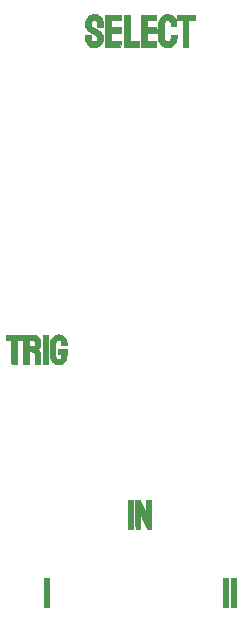
<source format=gbr>
%TF.GenerationSoftware,KiCad,Pcbnew,8.0.8*%
%TF.CreationDate,2025-01-17T16:13:05-03:00*%
%TF.ProjectId,DQ-Panel,44512d50-616e-4656-9c2e-6b696361645f,rev?*%
%TF.SameCoordinates,Original*%
%TF.FileFunction,Legend,Top*%
%TF.FilePolarity,Positive*%
%FSLAX46Y46*%
G04 Gerber Fmt 4.6, Leading zero omitted, Abs format (unit mm)*
G04 Created by KiCad (PCBNEW 8.0.8) date 2025-01-17 16:13:05*
%MOMM*%
%LPD*%
G01*
G04 APERTURE LIST*
%ADD10C,0.000000*%
%ADD11C,0.010000*%
G04 APERTURE END LIST*
D10*
G36*
X56449500Y-68474500D02*
G01*
X55920330Y-68474500D01*
X55920330Y-70718160D01*
X55691020Y-70718160D01*
X55596410Y-70716930D01*
X55518030Y-70713600D01*
X55465190Y-70708710D01*
X55447610Y-70704050D01*
X55444900Y-70680780D01*
X55442370Y-70619150D01*
X55440050Y-70523160D01*
X55438010Y-70396790D01*
X55436280Y-70244020D01*
X55434930Y-70068840D01*
X55434000Y-69875230D01*
X55433540Y-69667170D01*
X55433500Y-69582220D01*
X55433500Y-68474500D01*
X55180750Y-68474500D01*
X55082060Y-68473250D01*
X55000100Y-68469840D01*
X54943400Y-68464790D01*
X54920480Y-68458630D01*
X54920470Y-68458620D01*
X54918120Y-68432120D01*
X54917600Y-68372790D01*
X54918900Y-68290060D01*
X54921150Y-68215210D01*
X54929350Y-67987660D01*
X56449500Y-67987660D01*
X56449500Y-68474500D01*
G37*
D11*
X56449500Y-68474500D02*
X55920330Y-68474500D01*
X55920330Y-68474500D02*
X55920330Y-70718160D01*
X55920330Y-70718160D02*
X55691020Y-70718160D01*
X55691020Y-70718160D02*
X55596410Y-70716930D01*
X55596410Y-70716930D02*
X55518030Y-70713600D01*
X55518030Y-70713600D02*
X55465190Y-70708710D01*
X55465190Y-70708710D02*
X55447610Y-70704050D01*
X55447610Y-70704050D02*
X55444900Y-70680780D01*
X55444900Y-70680780D02*
X55442370Y-70619150D01*
X55442370Y-70619150D02*
X55440050Y-70523160D01*
X55440050Y-70523160D02*
X55438010Y-70396790D01*
X55438010Y-70396790D02*
X55436280Y-70244020D01*
X55436280Y-70244020D02*
X55434930Y-70068840D01*
X55434930Y-70068840D02*
X55434000Y-69875230D01*
X55434000Y-69875230D02*
X55433540Y-69667170D01*
X55433540Y-69667170D02*
X55433500Y-69582220D01*
X55433500Y-69582220D02*
X55433500Y-68474500D01*
X55433500Y-68474500D02*
X55180750Y-68474500D01*
X55180750Y-68474500D02*
X55082060Y-68473250D01*
X55082060Y-68473250D02*
X55000100Y-68469840D01*
X55000100Y-68469840D02*
X54943400Y-68464790D01*
X54943400Y-68464790D02*
X54920480Y-68458630D01*
X54920480Y-68458630D02*
X54920470Y-68458620D01*
X54920470Y-68458620D02*
X54918120Y-68432120D01*
X54918120Y-68432120D02*
X54917600Y-68372790D01*
X54917600Y-68372790D02*
X54918900Y-68290060D01*
X54918900Y-68290060D02*
X54921150Y-68215210D01*
X54921150Y-68215210D02*
X54929350Y-67987660D01*
X54929350Y-67987660D02*
X56449500Y-67987660D01*
X56449500Y-67987660D02*
X56449500Y-68474500D01*
D10*
G36*
X53221580Y-68463910D02*
G01*
X52814120Y-68469660D01*
X52406660Y-68475410D01*
X52406660Y-69066250D01*
X52814120Y-69072000D01*
X53221580Y-69077750D01*
X53227560Y-69315870D01*
X53233550Y-69554000D01*
X52406660Y-69554000D01*
X52406660Y-70209250D01*
X52814120Y-70215000D01*
X53221580Y-70220750D01*
X53221580Y-70707580D01*
X52580740Y-70713180D01*
X52390640Y-70714480D01*
X52239130Y-70714590D01*
X52122490Y-70713400D01*
X52037020Y-70710790D01*
X51978970Y-70706640D01*
X51944640Y-70700820D01*
X51930290Y-70693220D01*
X51929670Y-70692020D01*
X51927960Y-70666660D01*
X51926520Y-70602640D01*
X51925340Y-70503620D01*
X51924450Y-70373260D01*
X51923860Y-70215240D01*
X51923580Y-70033220D01*
X51923620Y-69830860D01*
X51924000Y-69611830D01*
X51924740Y-69379810D01*
X51924930Y-69331750D01*
X51930410Y-67998250D01*
X53221580Y-67998250D01*
X53221580Y-68463910D01*
G37*
D11*
X53221580Y-68463910D02*
X52814120Y-68469660D01*
X52814120Y-68469660D02*
X52406660Y-68475410D01*
X52406660Y-68475410D02*
X52406660Y-69066250D01*
X52406660Y-69066250D02*
X52814120Y-69072000D01*
X52814120Y-69072000D02*
X53221580Y-69077750D01*
X53221580Y-69077750D02*
X53227560Y-69315870D01*
X53227560Y-69315870D02*
X53233550Y-69554000D01*
X53233550Y-69554000D02*
X52406660Y-69554000D01*
X52406660Y-69554000D02*
X52406660Y-70209250D01*
X52406660Y-70209250D02*
X52814120Y-70215000D01*
X52814120Y-70215000D02*
X53221580Y-70220750D01*
X53221580Y-70220750D02*
X53221580Y-70707580D01*
X53221580Y-70707580D02*
X52580740Y-70713180D01*
X52580740Y-70713180D02*
X52390640Y-70714480D01*
X52390640Y-70714480D02*
X52239130Y-70714590D01*
X52239130Y-70714590D02*
X52122490Y-70713400D01*
X52122490Y-70713400D02*
X52037020Y-70710790D01*
X52037020Y-70710790D02*
X51978970Y-70706640D01*
X51978970Y-70706640D02*
X51944640Y-70700820D01*
X51944640Y-70700820D02*
X51930290Y-70693220D01*
X51930290Y-70693220D02*
X51929670Y-70692020D01*
X51929670Y-70692020D02*
X51927960Y-70666660D01*
X51927960Y-70666660D02*
X51926520Y-70602640D01*
X51926520Y-70602640D02*
X51925340Y-70503620D01*
X51925340Y-70503620D02*
X51924450Y-70373260D01*
X51924450Y-70373260D02*
X51923860Y-70215240D01*
X51923860Y-70215240D02*
X51923580Y-70033220D01*
X51923580Y-70033220D02*
X51923620Y-69830860D01*
X51923620Y-69830860D02*
X51924000Y-69611830D01*
X51924000Y-69611830D02*
X51924740Y-69379810D01*
X51924740Y-69379810D02*
X51924930Y-69331750D01*
X51924930Y-69331750D02*
X51930410Y-67998250D01*
X51930410Y-67998250D02*
X53221580Y-67998250D01*
X53221580Y-67998250D02*
X53221580Y-68463910D01*
D10*
G36*
X50946160Y-70210160D02*
G01*
X51751840Y-70210160D01*
X51745880Y-70458870D01*
X51739910Y-70707580D01*
X51099620Y-70713180D01*
X50459330Y-70718780D01*
X50459330Y-67987660D01*
X50946160Y-67987660D01*
X50946160Y-70210160D01*
G37*
D11*
X50946160Y-70210160D02*
X51751840Y-70210160D01*
X51751840Y-70210160D02*
X51745880Y-70458870D01*
X51745880Y-70458870D02*
X51739910Y-70707580D01*
X51739910Y-70707580D02*
X51099620Y-70713180D01*
X51099620Y-70713180D02*
X50459330Y-70718780D01*
X50459330Y-70718780D02*
X50459330Y-67987660D01*
X50459330Y-67987660D02*
X50946160Y-67987660D01*
X50946160Y-67987660D02*
X50946160Y-70210160D01*
D10*
G36*
X50184160Y-68474500D02*
G01*
X49379830Y-68474500D01*
X49379830Y-69067160D01*
X50184160Y-69067160D01*
X50184160Y-69554000D01*
X49379830Y-69554000D01*
X49379830Y-70210160D01*
X50185510Y-70210160D01*
X50179540Y-70458870D01*
X50173580Y-70707580D01*
X48893000Y-70718780D01*
X48893000Y-67987660D01*
X50184160Y-67987660D01*
X50184160Y-68474500D01*
G37*
D11*
X50184160Y-68474500D02*
X49379830Y-68474500D01*
X49379830Y-68474500D02*
X49379830Y-69067160D01*
X49379830Y-69067160D02*
X50184160Y-69067160D01*
X50184160Y-69067160D02*
X50184160Y-69554000D01*
X50184160Y-69554000D02*
X49379830Y-69554000D01*
X49379830Y-69554000D02*
X49379830Y-70210160D01*
X49379830Y-70210160D02*
X50185510Y-70210160D01*
X50185510Y-70210160D02*
X50179540Y-70458870D01*
X50179540Y-70458870D02*
X50173580Y-70707580D01*
X50173580Y-70707580D02*
X48893000Y-70718780D01*
X48893000Y-70718780D02*
X48893000Y-67987660D01*
X48893000Y-67987660D02*
X50184160Y-67987660D01*
X50184160Y-67987660D02*
X50184160Y-68474500D01*
D10*
G36*
X54252310Y-67957860D02*
G01*
X54324490Y-67964990D01*
X54384470Y-67980440D01*
X54447280Y-68007010D01*
X54461330Y-68013820D01*
X54601090Y-68103170D01*
X54724750Y-68222030D01*
X54820420Y-68358540D01*
X54834510Y-68385620D01*
X54863070Y-68449540D01*
X54881590Y-68509900D01*
X54892710Y-68580100D01*
X54899070Y-68673560D01*
X54900970Y-68723210D01*
X54908180Y-68940160D01*
X54444800Y-68940160D01*
X54432510Y-68793580D01*
X54413170Y-68665210D01*
X54377740Y-68570300D01*
X54323030Y-68501990D01*
X54284180Y-68473640D01*
X54186390Y-68435690D01*
X54090050Y-68437280D01*
X54002830Y-68476110D01*
X53932390Y-68549840D01*
X53911660Y-68586440D01*
X53899230Y-68613990D01*
X53889350Y-68642920D01*
X53881750Y-68678220D01*
X53876130Y-68724870D01*
X53872210Y-68787880D01*
X53869680Y-68872250D01*
X53868260Y-68982960D01*
X53867670Y-69125020D01*
X53867600Y-69303430D01*
X53867630Y-69343720D01*
X53867940Y-69531310D01*
X53868760Y-69681530D01*
X53870350Y-69799350D01*
X53873000Y-69889740D01*
X53876950Y-69957660D01*
X53882490Y-70008090D01*
X53889870Y-70045980D01*
X53899370Y-70076310D01*
X53908300Y-70097630D01*
X53967570Y-70183640D01*
X54051560Y-70235320D01*
X54159590Y-70252500D01*
X54256870Y-70233940D01*
X54333710Y-70178700D01*
X54389590Y-70087460D01*
X54424030Y-69960870D01*
X54432510Y-69891080D01*
X54444800Y-69744500D01*
X54925500Y-69744500D01*
X54925500Y-69857030D01*
X54909080Y-70062750D01*
X54859080Y-70244230D01*
X54774340Y-70404370D01*
X54659360Y-70540670D01*
X54539690Y-70638310D01*
X54412590Y-70700880D01*
X54268180Y-70732200D01*
X54146830Y-70737510D01*
X54060370Y-70734550D01*
X53984370Y-70728450D01*
X53933960Y-70720460D01*
X53930660Y-70719540D01*
X53780910Y-70652620D01*
X53644970Y-70550370D01*
X53530100Y-70419290D01*
X53456710Y-70294830D01*
X53390910Y-70157250D01*
X53384620Y-69398830D01*
X53383140Y-69193490D01*
X53382560Y-69025770D01*
X53383030Y-68890970D01*
X53384700Y-68784370D01*
X53387730Y-68701270D01*
X53392260Y-68636950D01*
X53398450Y-68586730D01*
X53406460Y-68545870D01*
X53413130Y-68520680D01*
X53482770Y-68346780D01*
X53582490Y-68202450D01*
X53713350Y-68086410D01*
X53843460Y-68012020D01*
X53911630Y-67983590D01*
X53975730Y-67966670D01*
X54051210Y-67958480D01*
X54152910Y-67956250D01*
X54252310Y-67957860D01*
G37*
D11*
X54252310Y-67957860D02*
X54324490Y-67964990D01*
X54324490Y-67964990D02*
X54384470Y-67980440D01*
X54384470Y-67980440D02*
X54447280Y-68007010D01*
X54447280Y-68007010D02*
X54461330Y-68013820D01*
X54461330Y-68013820D02*
X54601090Y-68103170D01*
X54601090Y-68103170D02*
X54724750Y-68222030D01*
X54724750Y-68222030D02*
X54820420Y-68358540D01*
X54820420Y-68358540D02*
X54834510Y-68385620D01*
X54834510Y-68385620D02*
X54863070Y-68449540D01*
X54863070Y-68449540D02*
X54881590Y-68509900D01*
X54881590Y-68509900D02*
X54892710Y-68580100D01*
X54892710Y-68580100D02*
X54899070Y-68673560D01*
X54899070Y-68673560D02*
X54900970Y-68723210D01*
X54900970Y-68723210D02*
X54908180Y-68940160D01*
X54908180Y-68940160D02*
X54444800Y-68940160D01*
X54444800Y-68940160D02*
X54432510Y-68793580D01*
X54432510Y-68793580D02*
X54413170Y-68665210D01*
X54413170Y-68665210D02*
X54377740Y-68570300D01*
X54377740Y-68570300D02*
X54323030Y-68501990D01*
X54323030Y-68501990D02*
X54284180Y-68473640D01*
X54284180Y-68473640D02*
X54186390Y-68435690D01*
X54186390Y-68435690D02*
X54090050Y-68437280D01*
X54090050Y-68437280D02*
X54002830Y-68476110D01*
X54002830Y-68476110D02*
X53932390Y-68549840D01*
X53932390Y-68549840D02*
X53911660Y-68586440D01*
X53911660Y-68586440D02*
X53899230Y-68613990D01*
X53899230Y-68613990D02*
X53889350Y-68642920D01*
X53889350Y-68642920D02*
X53881750Y-68678220D01*
X53881750Y-68678220D02*
X53876130Y-68724870D01*
X53876130Y-68724870D02*
X53872210Y-68787880D01*
X53872210Y-68787880D02*
X53869680Y-68872250D01*
X53869680Y-68872250D02*
X53868260Y-68982960D01*
X53868260Y-68982960D02*
X53867670Y-69125020D01*
X53867670Y-69125020D02*
X53867600Y-69303430D01*
X53867600Y-69303430D02*
X53867630Y-69343720D01*
X53867630Y-69343720D02*
X53867940Y-69531310D01*
X53867940Y-69531310D02*
X53868760Y-69681530D01*
X53868760Y-69681530D02*
X53870350Y-69799350D01*
X53870350Y-69799350D02*
X53873000Y-69889740D01*
X53873000Y-69889740D02*
X53876950Y-69957660D01*
X53876950Y-69957660D02*
X53882490Y-70008090D01*
X53882490Y-70008090D02*
X53889870Y-70045980D01*
X53889870Y-70045980D02*
X53899370Y-70076310D01*
X53899370Y-70076310D02*
X53908300Y-70097630D01*
X53908300Y-70097630D02*
X53967570Y-70183640D01*
X53967570Y-70183640D02*
X54051560Y-70235320D01*
X54051560Y-70235320D02*
X54159590Y-70252500D01*
X54159590Y-70252500D02*
X54256870Y-70233940D01*
X54256870Y-70233940D02*
X54333710Y-70178700D01*
X54333710Y-70178700D02*
X54389590Y-70087460D01*
X54389590Y-70087460D02*
X54424030Y-69960870D01*
X54424030Y-69960870D02*
X54432510Y-69891080D01*
X54432510Y-69891080D02*
X54444800Y-69744500D01*
X54444800Y-69744500D02*
X54925500Y-69744500D01*
X54925500Y-69744500D02*
X54925500Y-69857030D01*
X54925500Y-69857030D02*
X54909080Y-70062750D01*
X54909080Y-70062750D02*
X54859080Y-70244230D01*
X54859080Y-70244230D02*
X54774340Y-70404370D01*
X54774340Y-70404370D02*
X54659360Y-70540670D01*
X54659360Y-70540670D02*
X54539690Y-70638310D01*
X54539690Y-70638310D02*
X54412590Y-70700880D01*
X54412590Y-70700880D02*
X54268180Y-70732200D01*
X54268180Y-70732200D02*
X54146830Y-70737510D01*
X54146830Y-70737510D02*
X54060370Y-70734550D01*
X54060370Y-70734550D02*
X53984370Y-70728450D01*
X53984370Y-70728450D02*
X53933960Y-70720460D01*
X53933960Y-70720460D02*
X53930660Y-70719540D01*
X53930660Y-70719540D02*
X53780910Y-70652620D01*
X53780910Y-70652620D02*
X53644970Y-70550370D01*
X53644970Y-70550370D02*
X53530100Y-70419290D01*
X53530100Y-70419290D02*
X53456710Y-70294830D01*
X53456710Y-70294830D02*
X53390910Y-70157250D01*
X53390910Y-70157250D02*
X53384620Y-69398830D01*
X53384620Y-69398830D02*
X53383140Y-69193490D01*
X53383140Y-69193490D02*
X53382560Y-69025770D01*
X53382560Y-69025770D02*
X53383030Y-68890970D01*
X53383030Y-68890970D02*
X53384700Y-68784370D01*
X53384700Y-68784370D02*
X53387730Y-68701270D01*
X53387730Y-68701270D02*
X53392260Y-68636950D01*
X53392260Y-68636950D02*
X53398450Y-68586730D01*
X53398450Y-68586730D02*
X53406460Y-68545870D01*
X53406460Y-68545870D02*
X53413130Y-68520680D01*
X53413130Y-68520680D02*
X53482770Y-68346780D01*
X53482770Y-68346780D02*
X53582490Y-68202450D01*
X53582490Y-68202450D02*
X53713350Y-68086410D01*
X53713350Y-68086410D02*
X53843460Y-68012020D01*
X53843460Y-68012020D02*
X53911630Y-67983590D01*
X53911630Y-67983590D02*
X53975730Y-67966670D01*
X53975730Y-67966670D02*
X54051210Y-67958480D01*
X54051210Y-67958480D02*
X54152910Y-67956250D01*
X54152910Y-67956250D02*
X54252310Y-67957860D01*
D10*
G36*
X48086830Y-67969710D02*
G01*
X48244810Y-68023640D01*
X48388330Y-68111780D01*
X48511970Y-68231450D01*
X48610270Y-68379970D01*
X48624420Y-68408620D01*
X48652010Y-68471030D01*
X48670920Y-68527180D01*
X48683280Y-68588470D01*
X48691200Y-68666330D01*
X48696800Y-68772150D01*
X48698130Y-68805500D01*
X48708210Y-69067160D01*
X48215660Y-69067160D01*
X48215160Y-68903120D01*
X48210830Y-68770050D01*
X48197070Y-68669830D01*
X48171280Y-68593550D01*
X48130890Y-68532290D01*
X48097990Y-68498490D01*
X48047250Y-68455920D01*
X48004690Y-68436790D01*
X47950270Y-68434510D01*
X47912970Y-68437560D01*
X47809000Y-68466320D01*
X47728270Y-68526440D01*
X47674710Y-68611620D01*
X47652220Y-68715560D01*
X47664710Y-68831970D01*
X47665710Y-68835730D01*
X47686770Y-68893460D01*
X47720150Y-68946120D01*
X47770970Y-68998080D01*
X47844360Y-69053680D01*
X47945450Y-69117290D01*
X48079370Y-69193270D01*
X48099790Y-69204460D01*
X48261480Y-69297290D01*
X48388580Y-69381240D01*
X48486620Y-69460980D01*
X48561110Y-69541210D01*
X48617570Y-69626570D01*
X48632640Y-69655540D01*
X48662350Y-69721730D01*
X48680210Y-69781300D01*
X48689080Y-69849380D01*
X48691840Y-69941090D01*
X48691910Y-69967190D01*
X48690390Y-70064410D01*
X48683600Y-70135190D01*
X48668240Y-70195350D01*
X48641010Y-70260740D01*
X48622610Y-70298910D01*
X48536800Y-70435650D01*
X48425810Y-70555570D01*
X48299500Y-70649320D01*
X48204220Y-70695500D01*
X48069750Y-70728880D01*
X47918750Y-70739090D01*
X47769100Y-70726160D01*
X47649600Y-70694470D01*
X47526220Y-70628240D01*
X47407780Y-70530390D01*
X47305080Y-70411260D01*
X47238540Y-70301610D01*
X47206050Y-70231690D01*
X47185810Y-70173060D01*
X47174860Y-70111190D01*
X47170250Y-70031500D01*
X47169240Y-69959310D01*
X47167910Y-69755080D01*
X47644160Y-69743110D01*
X47644160Y-69874700D01*
X47658410Y-70010840D01*
X47699790Y-70119160D01*
X47766320Y-70197070D01*
X47855980Y-70242000D01*
X47937730Y-70252500D01*
X48027130Y-70232970D01*
X48106350Y-70180760D01*
X48167800Y-70105460D01*
X48203900Y-70016640D01*
X48207070Y-69923880D01*
X48205260Y-69914640D01*
X48189190Y-69871800D01*
X48157260Y-69828460D01*
X48105000Y-69781120D01*
X48027980Y-69726270D01*
X47921730Y-69660410D01*
X47781820Y-69580040D01*
X47776880Y-69577270D01*
X47611670Y-69479360D01*
X47481760Y-69389550D01*
X47382030Y-69303370D01*
X47307350Y-69216350D01*
X47252610Y-69124000D01*
X47248840Y-69116050D01*
X47188130Y-68941480D01*
X47165250Y-68766490D01*
X47177980Y-68596110D01*
X47224110Y-68435400D01*
X47301430Y-68289390D01*
X47407730Y-68163120D01*
X47540800Y-68061630D01*
X47698420Y-67989970D01*
X47749230Y-67975280D01*
X47919820Y-67952700D01*
X48086830Y-67969710D01*
G37*
D11*
X48086830Y-67969710D02*
X48244810Y-68023640D01*
X48244810Y-68023640D02*
X48388330Y-68111780D01*
X48388330Y-68111780D02*
X48511970Y-68231450D01*
X48511970Y-68231450D02*
X48610270Y-68379970D01*
X48610270Y-68379970D02*
X48624420Y-68408620D01*
X48624420Y-68408620D02*
X48652010Y-68471030D01*
X48652010Y-68471030D02*
X48670920Y-68527180D01*
X48670920Y-68527180D02*
X48683280Y-68588470D01*
X48683280Y-68588470D02*
X48691200Y-68666330D01*
X48691200Y-68666330D02*
X48696800Y-68772150D01*
X48696800Y-68772150D02*
X48698130Y-68805500D01*
X48698130Y-68805500D02*
X48708210Y-69067160D01*
X48708210Y-69067160D02*
X48215660Y-69067160D01*
X48215660Y-69067160D02*
X48215160Y-68903120D01*
X48215160Y-68903120D02*
X48210830Y-68770050D01*
X48210830Y-68770050D02*
X48197070Y-68669830D01*
X48197070Y-68669830D02*
X48171280Y-68593550D01*
X48171280Y-68593550D02*
X48130890Y-68532290D01*
X48130890Y-68532290D02*
X48097990Y-68498490D01*
X48097990Y-68498490D02*
X48047250Y-68455920D01*
X48047250Y-68455920D02*
X48004690Y-68436790D01*
X48004690Y-68436790D02*
X47950270Y-68434510D01*
X47950270Y-68434510D02*
X47912970Y-68437560D01*
X47912970Y-68437560D02*
X47809000Y-68466320D01*
X47809000Y-68466320D02*
X47728270Y-68526440D01*
X47728270Y-68526440D02*
X47674710Y-68611620D01*
X47674710Y-68611620D02*
X47652220Y-68715560D01*
X47652220Y-68715560D02*
X47664710Y-68831970D01*
X47664710Y-68831970D02*
X47665710Y-68835730D01*
X47665710Y-68835730D02*
X47686770Y-68893460D01*
X47686770Y-68893460D02*
X47720150Y-68946120D01*
X47720150Y-68946120D02*
X47770970Y-68998080D01*
X47770970Y-68998080D02*
X47844360Y-69053680D01*
X47844360Y-69053680D02*
X47945450Y-69117290D01*
X47945450Y-69117290D02*
X48079370Y-69193270D01*
X48079370Y-69193270D02*
X48099790Y-69204460D01*
X48099790Y-69204460D02*
X48261480Y-69297290D01*
X48261480Y-69297290D02*
X48388580Y-69381240D01*
X48388580Y-69381240D02*
X48486620Y-69460980D01*
X48486620Y-69460980D02*
X48561110Y-69541210D01*
X48561110Y-69541210D02*
X48617570Y-69626570D01*
X48617570Y-69626570D02*
X48632640Y-69655540D01*
X48632640Y-69655540D02*
X48662350Y-69721730D01*
X48662350Y-69721730D02*
X48680210Y-69781300D01*
X48680210Y-69781300D02*
X48689080Y-69849380D01*
X48689080Y-69849380D02*
X48691840Y-69941090D01*
X48691840Y-69941090D02*
X48691910Y-69967190D01*
X48691910Y-69967190D02*
X48690390Y-70064410D01*
X48690390Y-70064410D02*
X48683600Y-70135190D01*
X48683600Y-70135190D02*
X48668240Y-70195350D01*
X48668240Y-70195350D02*
X48641010Y-70260740D01*
X48641010Y-70260740D02*
X48622610Y-70298910D01*
X48622610Y-70298910D02*
X48536800Y-70435650D01*
X48536800Y-70435650D02*
X48425810Y-70555570D01*
X48425810Y-70555570D02*
X48299500Y-70649320D01*
X48299500Y-70649320D02*
X48204220Y-70695500D01*
X48204220Y-70695500D02*
X48069750Y-70728880D01*
X48069750Y-70728880D02*
X47918750Y-70739090D01*
X47918750Y-70739090D02*
X47769100Y-70726160D01*
X47769100Y-70726160D02*
X47649600Y-70694470D01*
X47649600Y-70694470D02*
X47526220Y-70628240D01*
X47526220Y-70628240D02*
X47407780Y-70530390D01*
X47407780Y-70530390D02*
X47305080Y-70411260D01*
X47305080Y-70411260D02*
X47238540Y-70301610D01*
X47238540Y-70301610D02*
X47206050Y-70231690D01*
X47206050Y-70231690D02*
X47185810Y-70173060D01*
X47185810Y-70173060D02*
X47174860Y-70111190D01*
X47174860Y-70111190D02*
X47170250Y-70031500D01*
X47170250Y-70031500D02*
X47169240Y-69959310D01*
X47169240Y-69959310D02*
X47167910Y-69755080D01*
X47167910Y-69755080D02*
X47644160Y-69743110D01*
X47644160Y-69743110D02*
X47644160Y-69874700D01*
X47644160Y-69874700D02*
X47658410Y-70010840D01*
X47658410Y-70010840D02*
X47699790Y-70119160D01*
X47699790Y-70119160D02*
X47766320Y-70197070D01*
X47766320Y-70197070D02*
X47855980Y-70242000D01*
X47855980Y-70242000D02*
X47937730Y-70252500D01*
X47937730Y-70252500D02*
X48027130Y-70232970D01*
X48027130Y-70232970D02*
X48106350Y-70180760D01*
X48106350Y-70180760D02*
X48167800Y-70105460D01*
X48167800Y-70105460D02*
X48203900Y-70016640D01*
X48203900Y-70016640D02*
X48207070Y-69923880D01*
X48207070Y-69923880D02*
X48205260Y-69914640D01*
X48205260Y-69914640D02*
X48189190Y-69871800D01*
X48189190Y-69871800D02*
X48157260Y-69828460D01*
X48157260Y-69828460D02*
X48105000Y-69781120D01*
X48105000Y-69781120D02*
X48027980Y-69726270D01*
X48027980Y-69726270D02*
X47921730Y-69660410D01*
X47921730Y-69660410D02*
X47781820Y-69580040D01*
X47781820Y-69580040D02*
X47776880Y-69577270D01*
X47776880Y-69577270D02*
X47611670Y-69479360D01*
X47611670Y-69479360D02*
X47481760Y-69389550D01*
X47481760Y-69389550D02*
X47382030Y-69303370D01*
X47382030Y-69303370D02*
X47307350Y-69216350D01*
X47307350Y-69216350D02*
X47252610Y-69124000D01*
X47252610Y-69124000D02*
X47248840Y-69116050D01*
X47248840Y-69116050D02*
X47188130Y-68941480D01*
X47188130Y-68941480D02*
X47165250Y-68766490D01*
X47165250Y-68766490D02*
X47177980Y-68596110D01*
X47177980Y-68596110D02*
X47224110Y-68435400D01*
X47224110Y-68435400D02*
X47301430Y-68289390D01*
X47301430Y-68289390D02*
X47407730Y-68163120D01*
X47407730Y-68163120D02*
X47540800Y-68061630D01*
X47540800Y-68061630D02*
X47698420Y-67989970D01*
X47698420Y-67989970D02*
X47749230Y-67975280D01*
X47749230Y-67975280D02*
X47919820Y-67952700D01*
X47919820Y-67952700D02*
X48086830Y-67969710D01*
D10*
G36*
X44024660Y-97557500D02*
G01*
X43579820Y-97557500D01*
X43590750Y-95091580D01*
X43807710Y-95085550D01*
X44024660Y-95079520D01*
X44024660Y-97557500D01*
G37*
D11*
X44024660Y-97557500D02*
X43579820Y-97557500D01*
X43579820Y-97557500D02*
X43590750Y-95091580D01*
X43590750Y-95091580D02*
X43807710Y-95085550D01*
X43807710Y-95085550D02*
X44024660Y-95079520D01*
X44024660Y-95079520D02*
X44024660Y-97557500D01*
D10*
G36*
X42405410Y-95091660D02*
G01*
X42553830Y-95091850D01*
X42666720Y-95092810D01*
X42750930Y-95095220D01*
X42813270Y-95099760D01*
X42860570Y-95107100D01*
X42899630Y-95117940D01*
X42937290Y-95132950D01*
X42970040Y-95147970D01*
X43115740Y-95236000D01*
X43239400Y-95350410D01*
X43331850Y-95482490D01*
X43341510Y-95501330D01*
X43373110Y-95573270D01*
X43390880Y-95638920D01*
X43398360Y-95716000D01*
X43399360Y-95790080D01*
X43395820Y-95891150D01*
X43383540Y-95969640D01*
X43358610Y-96045050D01*
X43339120Y-96090020D01*
X43300370Y-96165500D01*
X43259080Y-96231310D01*
X43228660Y-96268450D01*
X43195310Y-96302570D01*
X43191130Y-96325570D01*
X43214280Y-96355130D01*
X43219180Y-96360350D01*
X43251970Y-96405140D01*
X43289750Y-96470560D01*
X43309250Y-96510010D01*
X43325230Y-96547180D01*
X43337430Y-96584550D01*
X43346460Y-96628580D01*
X43352950Y-96685730D01*
X43357520Y-96762460D01*
X43360780Y-96865220D01*
X43363370Y-97000470D01*
X43364660Y-97086540D01*
X43371410Y-97557500D01*
X42924000Y-97557500D01*
X42924000Y-97147880D01*
X42923760Y-97005730D01*
X42922600Y-96899340D01*
X42919870Y-96822160D01*
X42914930Y-96767600D01*
X42907110Y-96729110D01*
X42895770Y-96700110D01*
X42880250Y-96674040D01*
X42876370Y-96668280D01*
X42816920Y-96593840D01*
X42752620Y-96545810D01*
X42671410Y-96518020D01*
X42561200Y-96504290D01*
X42554980Y-96503870D01*
X42394830Y-96493600D01*
X42394830Y-97557500D01*
X41949990Y-97557500D01*
X41955450Y-96324540D01*
X41956526Y-96081700D01*
X42394830Y-96081700D01*
X42584960Y-96070860D01*
X42712150Y-96058740D01*
X42798190Y-96039190D01*
X42829380Y-96024440D01*
X42908110Y-95951710D01*
X42950600Y-95865810D01*
X42957450Y-95774430D01*
X42929260Y-95685270D01*
X42866650Y-95606020D01*
X42792760Y-95555240D01*
X42734640Y-95538070D01*
X42644660Y-95527830D01*
X42565210Y-95525500D01*
X42394830Y-95525500D01*
X42394830Y-96081700D01*
X41956526Y-96081700D01*
X41958990Y-95525500D01*
X41960910Y-95091580D01*
X42405410Y-95091660D01*
G37*
D11*
X42405410Y-95091660D02*
X42553830Y-95091850D01*
X42553830Y-95091850D02*
X42666720Y-95092810D01*
X42666720Y-95092810D02*
X42750930Y-95095220D01*
X42750930Y-95095220D02*
X42813270Y-95099760D01*
X42813270Y-95099760D02*
X42860570Y-95107100D01*
X42860570Y-95107100D02*
X42899630Y-95117940D01*
X42899630Y-95117940D02*
X42937290Y-95132950D01*
X42937290Y-95132950D02*
X42970040Y-95147970D01*
X42970040Y-95147970D02*
X43115740Y-95236000D01*
X43115740Y-95236000D02*
X43239400Y-95350410D01*
X43239400Y-95350410D02*
X43331850Y-95482490D01*
X43331850Y-95482490D02*
X43341510Y-95501330D01*
X43341510Y-95501330D02*
X43373110Y-95573270D01*
X43373110Y-95573270D02*
X43390880Y-95638920D01*
X43390880Y-95638920D02*
X43398360Y-95716000D01*
X43398360Y-95716000D02*
X43399360Y-95790080D01*
X43399360Y-95790080D02*
X43395820Y-95891150D01*
X43395820Y-95891150D02*
X43383540Y-95969640D01*
X43383540Y-95969640D02*
X43358610Y-96045050D01*
X43358610Y-96045050D02*
X43339120Y-96090020D01*
X43339120Y-96090020D02*
X43300370Y-96165500D01*
X43300370Y-96165500D02*
X43259080Y-96231310D01*
X43259080Y-96231310D02*
X43228660Y-96268450D01*
X43228660Y-96268450D02*
X43195310Y-96302570D01*
X43195310Y-96302570D02*
X43191130Y-96325570D01*
X43191130Y-96325570D02*
X43214280Y-96355130D01*
X43214280Y-96355130D02*
X43219180Y-96360350D01*
X43219180Y-96360350D02*
X43251970Y-96405140D01*
X43251970Y-96405140D02*
X43289750Y-96470560D01*
X43289750Y-96470560D02*
X43309250Y-96510010D01*
X43309250Y-96510010D02*
X43325230Y-96547180D01*
X43325230Y-96547180D02*
X43337430Y-96584550D01*
X43337430Y-96584550D02*
X43346460Y-96628580D01*
X43346460Y-96628580D02*
X43352950Y-96685730D01*
X43352950Y-96685730D02*
X43357520Y-96762460D01*
X43357520Y-96762460D02*
X43360780Y-96865220D01*
X43360780Y-96865220D02*
X43363370Y-97000470D01*
X43363370Y-97000470D02*
X43364660Y-97086540D01*
X43364660Y-97086540D02*
X43371410Y-97557500D01*
X43371410Y-97557500D02*
X42924000Y-97557500D01*
X42924000Y-97557500D02*
X42924000Y-97147880D01*
X42924000Y-97147880D02*
X42923760Y-97005730D01*
X42923760Y-97005730D02*
X42922600Y-96899340D01*
X42922600Y-96899340D02*
X42919870Y-96822160D01*
X42919870Y-96822160D02*
X42914930Y-96767600D01*
X42914930Y-96767600D02*
X42907110Y-96729110D01*
X42907110Y-96729110D02*
X42895770Y-96700110D01*
X42895770Y-96700110D02*
X42880250Y-96674040D01*
X42880250Y-96674040D02*
X42876370Y-96668280D01*
X42876370Y-96668280D02*
X42816920Y-96593840D01*
X42816920Y-96593840D02*
X42752620Y-96545810D01*
X42752620Y-96545810D02*
X42671410Y-96518020D01*
X42671410Y-96518020D02*
X42561200Y-96504290D01*
X42561200Y-96504290D02*
X42554980Y-96503870D01*
X42554980Y-96503870D02*
X42394830Y-96493600D01*
X42394830Y-96493600D02*
X42394830Y-97557500D01*
X42394830Y-97557500D02*
X41949990Y-97557500D01*
X41949990Y-97557500D02*
X41955450Y-96324540D01*
X41955450Y-96324540D02*
X41958990Y-95525500D01*
X41958990Y-95525500D02*
X42394830Y-95525500D01*
X42394830Y-95525500D02*
X42394830Y-96081700D01*
X42394830Y-96081700D02*
X42584960Y-96070860D01*
X42584960Y-96070860D02*
X42712150Y-96058740D01*
X42712150Y-96058740D02*
X42798190Y-96039190D01*
X42798190Y-96039190D02*
X42829380Y-96024440D01*
X42829380Y-96024440D02*
X42908110Y-95951710D01*
X42908110Y-95951710D02*
X42950600Y-95865810D01*
X42950600Y-95865810D02*
X42957450Y-95774430D01*
X42957450Y-95774430D02*
X42929260Y-95685270D01*
X42929260Y-95685270D02*
X42866650Y-95606020D01*
X42866650Y-95606020D02*
X42792760Y-95555240D01*
X42792760Y-95555240D02*
X42734640Y-95538070D01*
X42734640Y-95538070D02*
X42644660Y-95527830D01*
X42644660Y-95527830D02*
X42565210Y-95525500D01*
X42565210Y-95525500D02*
X42394830Y-95525500D01*
X42394830Y-95525500D02*
X41958990Y-95525500D01*
X41958990Y-95525500D02*
X41960910Y-95091580D01*
X41960910Y-95091580D02*
X42405410Y-95091660D01*
D10*
G36*
X41867140Y-95525500D02*
G01*
X41374570Y-95525500D01*
X41381990Y-96536210D01*
X41389410Y-97546910D01*
X41176680Y-97552900D01*
X41085590Y-97554030D01*
X41010840Y-97552290D01*
X40962180Y-97548040D01*
X40949130Y-97544080D01*
X40946150Y-97520550D01*
X40943370Y-97458890D01*
X40940860Y-97363300D01*
X40938660Y-97237980D01*
X40936850Y-97087120D01*
X40935480Y-96914930D01*
X40934620Y-96725620D01*
X40934330Y-96527390D01*
X40934330Y-95525500D01*
X40467180Y-95525500D01*
X40479250Y-95091580D01*
X41855080Y-95091580D01*
X41867140Y-95525500D01*
G37*
D11*
X41867140Y-95525500D02*
X41374570Y-95525500D01*
X41374570Y-95525500D02*
X41381990Y-96536210D01*
X41381990Y-96536210D02*
X41389410Y-97546910D01*
X41389410Y-97546910D02*
X41176680Y-97552900D01*
X41176680Y-97552900D02*
X41085590Y-97554030D01*
X41085590Y-97554030D02*
X41010840Y-97552290D01*
X41010840Y-97552290D02*
X40962180Y-97548040D01*
X40962180Y-97548040D02*
X40949130Y-97544080D01*
X40949130Y-97544080D02*
X40946150Y-97520550D01*
X40946150Y-97520550D02*
X40943370Y-97458890D01*
X40943370Y-97458890D02*
X40940860Y-97363300D01*
X40940860Y-97363300D02*
X40938660Y-97237980D01*
X40938660Y-97237980D02*
X40936850Y-97087120D01*
X40936850Y-97087120D02*
X40935480Y-96914930D01*
X40935480Y-96914930D02*
X40934620Y-96725620D01*
X40934620Y-96725620D02*
X40934330Y-96527390D01*
X40934330Y-96527390D02*
X40934330Y-95525500D01*
X40934330Y-95525500D02*
X40467180Y-95525500D01*
X40467180Y-95525500D02*
X40479250Y-95091580D01*
X40479250Y-95091580D02*
X41855080Y-95091580D01*
X41855080Y-95091580D02*
X41867140Y-95525500D01*
D10*
G36*
X45059260Y-95075940D02*
G01*
X45165160Y-95094840D01*
X45254250Y-95132050D01*
X45338820Y-95192300D01*
X45408310Y-95257080D01*
X45496210Y-95360590D01*
X45555880Y-95471300D01*
X45591690Y-95600070D01*
X45607770Y-95753040D01*
X45617210Y-95948830D01*
X45172440Y-95948830D01*
X45164340Y-95805480D01*
X45153600Y-95706870D01*
X45132140Y-95636010D01*
X45107970Y-95594350D01*
X45038130Y-95527630D01*
X44955130Y-95495990D01*
X44868160Y-95498540D01*
X44786400Y-95534400D01*
X44719060Y-95602690D01*
X44700940Y-95633400D01*
X44688860Y-95659810D01*
X44679380Y-95689640D01*
X44672200Y-95728100D01*
X44666990Y-95780390D01*
X44663450Y-95851740D01*
X44661260Y-95947340D01*
X44660120Y-96072410D01*
X44659700Y-96232150D01*
X44659660Y-96320500D01*
X44660050Y-96513910D01*
X44661770Y-96669720D01*
X44665610Y-96792660D01*
X44672390Y-96887460D01*
X44682910Y-96958840D01*
X44697990Y-97011530D01*
X44718430Y-97050270D01*
X44745040Y-97079780D01*
X44778630Y-97104790D01*
X44795550Y-97115420D01*
X44882490Y-97150470D01*
X44967140Y-97144930D01*
X45034340Y-97113850D01*
X45108460Y-97047830D01*
X45152280Y-96956790D01*
X45167610Y-96836880D01*
X45167660Y-96828300D01*
X45167660Y-96710830D01*
X44913660Y-96710830D01*
X44913660Y-96266330D01*
X45615400Y-96266330D01*
X45608480Y-96673790D01*
X45605880Y-96815210D01*
X45602960Y-96921470D01*
X45598800Y-96999720D01*
X45592490Y-97057120D01*
X45583140Y-97100840D01*
X45569820Y-97138040D01*
X45551640Y-97175880D01*
X45542620Y-97193130D01*
X45442930Y-97346690D01*
X45325160Y-97462250D01*
X45188090Y-97540650D01*
X45030520Y-97582710D01*
X44964380Y-97589380D01*
X44879250Y-97591470D01*
X44801840Y-97588240D01*
X44753600Y-97581310D01*
X44661080Y-97546660D01*
X44559670Y-97492360D01*
X44466350Y-97428610D01*
X44401050Y-97369100D01*
X44354610Y-97306610D01*
X44306210Y-97226880D01*
X44280800Y-97177460D01*
X44225750Y-97060080D01*
X44225750Y-96319250D01*
X44225840Y-96122090D01*
X44226280Y-95962560D01*
X44227330Y-95835930D01*
X44229250Y-95737500D01*
X44232300Y-95662550D01*
X44236730Y-95606360D01*
X44242810Y-95564240D01*
X44250790Y-95531450D01*
X44260940Y-95503290D01*
X44271870Y-95478570D01*
X44338090Y-95369030D01*
X44429880Y-95261780D01*
X44533850Y-95170890D01*
X44610890Y-95122360D01*
X44665110Y-95097570D01*
X44718100Y-95082090D01*
X44782380Y-95073870D01*
X44870470Y-95070820D01*
X44924250Y-95070600D01*
X45059260Y-95075940D01*
G37*
D11*
X45059260Y-95075940D02*
X45165160Y-95094840D01*
X45165160Y-95094840D02*
X45254250Y-95132050D01*
X45254250Y-95132050D02*
X45338820Y-95192300D01*
X45338820Y-95192300D02*
X45408310Y-95257080D01*
X45408310Y-95257080D02*
X45496210Y-95360590D01*
X45496210Y-95360590D02*
X45555880Y-95471300D01*
X45555880Y-95471300D02*
X45591690Y-95600070D01*
X45591690Y-95600070D02*
X45607770Y-95753040D01*
X45607770Y-95753040D02*
X45617210Y-95948830D01*
X45617210Y-95948830D02*
X45172440Y-95948830D01*
X45172440Y-95948830D02*
X45164340Y-95805480D01*
X45164340Y-95805480D02*
X45153600Y-95706870D01*
X45153600Y-95706870D02*
X45132140Y-95636010D01*
X45132140Y-95636010D02*
X45107970Y-95594350D01*
X45107970Y-95594350D02*
X45038130Y-95527630D01*
X45038130Y-95527630D02*
X44955130Y-95495990D01*
X44955130Y-95495990D02*
X44868160Y-95498540D01*
X44868160Y-95498540D02*
X44786400Y-95534400D01*
X44786400Y-95534400D02*
X44719060Y-95602690D01*
X44719060Y-95602690D02*
X44700940Y-95633400D01*
X44700940Y-95633400D02*
X44688860Y-95659810D01*
X44688860Y-95659810D02*
X44679380Y-95689640D01*
X44679380Y-95689640D02*
X44672200Y-95728100D01*
X44672200Y-95728100D02*
X44666990Y-95780390D01*
X44666990Y-95780390D02*
X44663450Y-95851740D01*
X44663450Y-95851740D02*
X44661260Y-95947340D01*
X44661260Y-95947340D02*
X44660120Y-96072410D01*
X44660120Y-96072410D02*
X44659700Y-96232150D01*
X44659700Y-96232150D02*
X44659660Y-96320500D01*
X44659660Y-96320500D02*
X44660050Y-96513910D01*
X44660050Y-96513910D02*
X44661770Y-96669720D01*
X44661770Y-96669720D02*
X44665610Y-96792660D01*
X44665610Y-96792660D02*
X44672390Y-96887460D01*
X44672390Y-96887460D02*
X44682910Y-96958840D01*
X44682910Y-96958840D02*
X44697990Y-97011530D01*
X44697990Y-97011530D02*
X44718430Y-97050270D01*
X44718430Y-97050270D02*
X44745040Y-97079780D01*
X44745040Y-97079780D02*
X44778630Y-97104790D01*
X44778630Y-97104790D02*
X44795550Y-97115420D01*
X44795550Y-97115420D02*
X44882490Y-97150470D01*
X44882490Y-97150470D02*
X44967140Y-97144930D01*
X44967140Y-97144930D02*
X45034340Y-97113850D01*
X45034340Y-97113850D02*
X45108460Y-97047830D01*
X45108460Y-97047830D02*
X45152280Y-96956790D01*
X45152280Y-96956790D02*
X45167610Y-96836880D01*
X45167610Y-96836880D02*
X45167660Y-96828300D01*
X45167660Y-96828300D02*
X45167660Y-96710830D01*
X45167660Y-96710830D02*
X44913660Y-96710830D01*
X44913660Y-96710830D02*
X44913660Y-96266330D01*
X44913660Y-96266330D02*
X45615400Y-96266330D01*
X45615400Y-96266330D02*
X45608480Y-96673790D01*
X45608480Y-96673790D02*
X45605880Y-96815210D01*
X45605880Y-96815210D02*
X45602960Y-96921470D01*
X45602960Y-96921470D02*
X45598800Y-96999720D01*
X45598800Y-96999720D02*
X45592490Y-97057120D01*
X45592490Y-97057120D02*
X45583140Y-97100840D01*
X45583140Y-97100840D02*
X45569820Y-97138040D01*
X45569820Y-97138040D02*
X45551640Y-97175880D01*
X45551640Y-97175880D02*
X45542620Y-97193130D01*
X45542620Y-97193130D02*
X45442930Y-97346690D01*
X45442930Y-97346690D02*
X45325160Y-97462250D01*
X45325160Y-97462250D02*
X45188090Y-97540650D01*
X45188090Y-97540650D02*
X45030520Y-97582710D01*
X45030520Y-97582710D02*
X44964380Y-97589380D01*
X44964380Y-97589380D02*
X44879250Y-97591470D01*
X44879250Y-97591470D02*
X44801840Y-97588240D01*
X44801840Y-97588240D02*
X44753600Y-97581310D01*
X44753600Y-97581310D02*
X44661080Y-97546660D01*
X44661080Y-97546660D02*
X44559670Y-97492360D01*
X44559670Y-97492360D02*
X44466350Y-97428610D01*
X44466350Y-97428610D02*
X44401050Y-97369100D01*
X44401050Y-97369100D02*
X44354610Y-97306610D01*
X44354610Y-97306610D02*
X44306210Y-97226880D01*
X44306210Y-97226880D02*
X44280800Y-97177460D01*
X44280800Y-97177460D02*
X44225750Y-97060080D01*
X44225750Y-97060080D02*
X44225750Y-96319250D01*
X44225750Y-96319250D02*
X44225840Y-96122090D01*
X44225840Y-96122090D02*
X44226280Y-95962560D01*
X44226280Y-95962560D02*
X44227330Y-95835930D01*
X44227330Y-95835930D02*
X44229250Y-95737500D01*
X44229250Y-95737500D02*
X44232300Y-95662550D01*
X44232300Y-95662550D02*
X44236730Y-95606360D01*
X44236730Y-95606360D02*
X44242810Y-95564240D01*
X44242810Y-95564240D02*
X44250790Y-95531450D01*
X44250790Y-95531450D02*
X44260940Y-95503290D01*
X44260940Y-95503290D02*
X44271870Y-95478570D01*
X44271870Y-95478570D02*
X44338090Y-95369030D01*
X44338090Y-95369030D02*
X44429880Y-95261780D01*
X44429880Y-95261780D02*
X44533850Y-95170890D01*
X44533850Y-95170890D02*
X44610890Y-95122360D01*
X44610890Y-95122360D02*
X44665110Y-95097570D01*
X44665110Y-95097570D02*
X44718100Y-95082090D01*
X44718100Y-95082090D02*
X44782380Y-95073870D01*
X44782380Y-95073870D02*
X44870470Y-95070820D01*
X44870470Y-95070820D02*
X44924250Y-95070600D01*
X44924250Y-95070600D02*
X45059260Y-95075940D01*
D10*
G36*
X52385420Y-110437410D02*
G01*
X52371540Y-109765370D01*
X52357660Y-109093330D01*
X52787660Y-109093330D01*
X52787660Y-111571540D01*
X52614990Y-111565390D01*
X52442320Y-111559250D01*
X52159260Y-110957110D01*
X52089360Y-110808880D01*
X52024950Y-110673160D01*
X51968300Y-110554650D01*
X51921660Y-110458050D01*
X51887300Y-110388060D01*
X51867480Y-110349390D01*
X51863740Y-110343270D01*
X51860830Y-110360510D01*
X51858690Y-110414940D01*
X51857360Y-110501440D01*
X51856870Y-110614880D01*
X51857260Y-110750140D01*
X51858580Y-110902080D01*
X51859100Y-110945410D01*
X51866910Y-111559250D01*
X51662910Y-111565280D01*
X51458900Y-111571310D01*
X51444610Y-111120780D01*
X51441350Y-110988490D01*
X51438760Y-110822890D01*
X51436880Y-110632970D01*
X51435780Y-110427750D01*
X51435510Y-110216240D01*
X51436130Y-110007440D01*
X51436950Y-109887080D01*
X51443580Y-109103910D01*
X51804030Y-109091830D01*
X52385420Y-110437410D01*
G37*
D11*
X52385420Y-110437410D02*
X52371540Y-109765370D01*
X52371540Y-109765370D02*
X52357660Y-109093330D01*
X52357660Y-109093330D02*
X52787660Y-109093330D01*
X52787660Y-109093330D02*
X52787660Y-111571540D01*
X52787660Y-111571540D02*
X52614990Y-111565390D01*
X52614990Y-111565390D02*
X52442320Y-111559250D01*
X52442320Y-111559250D02*
X52159260Y-110957110D01*
X52159260Y-110957110D02*
X52089360Y-110808880D01*
X52089360Y-110808880D02*
X52024950Y-110673160D01*
X52024950Y-110673160D02*
X51968300Y-110554650D01*
X51968300Y-110554650D02*
X51921660Y-110458050D01*
X51921660Y-110458050D02*
X51887300Y-110388060D01*
X51887300Y-110388060D02*
X51867480Y-110349390D01*
X51867480Y-110349390D02*
X51863740Y-110343270D01*
X51863740Y-110343270D02*
X51860830Y-110360510D01*
X51860830Y-110360510D02*
X51858690Y-110414940D01*
X51858690Y-110414940D02*
X51857360Y-110501440D01*
X51857360Y-110501440D02*
X51856870Y-110614880D01*
X51856870Y-110614880D02*
X51857260Y-110750140D01*
X51857260Y-110750140D02*
X51858580Y-110902080D01*
X51858580Y-110902080D02*
X51859100Y-110945410D01*
X51859100Y-110945410D02*
X51866910Y-111559250D01*
X51866910Y-111559250D02*
X51662910Y-111565280D01*
X51662910Y-111565280D02*
X51458900Y-111571310D01*
X51458900Y-111571310D02*
X51444610Y-111120780D01*
X51444610Y-111120780D02*
X51441350Y-110988490D01*
X51441350Y-110988490D02*
X51438760Y-110822890D01*
X51438760Y-110822890D02*
X51436880Y-110632970D01*
X51436880Y-110632970D02*
X51435780Y-110427750D01*
X51435780Y-110427750D02*
X51435510Y-110216240D01*
X51435510Y-110216240D02*
X51436130Y-110007440D01*
X51436130Y-110007440D02*
X51436950Y-109887080D01*
X51436950Y-109887080D02*
X51443580Y-109103910D01*
X51443580Y-109103910D02*
X51804030Y-109091830D01*
X51804030Y-109091830D02*
X52385420Y-110437410D01*
D10*
G36*
X51210750Y-109103910D02*
G01*
X51210750Y-111559250D01*
X50996330Y-111565250D01*
X50891670Y-111566680D01*
X50823470Y-111563600D01*
X50786020Y-111555490D01*
X50774080Y-111544080D01*
X50772740Y-111518450D01*
X50771680Y-111454340D01*
X50770900Y-111355610D01*
X50770410Y-111226120D01*
X50770210Y-111069720D01*
X50770310Y-110890280D01*
X50770720Y-110691640D01*
X50771440Y-110477660D01*
X50772210Y-110304390D01*
X50778170Y-109091860D01*
X51210750Y-109103910D01*
G37*
D11*
X51210750Y-109103910D02*
X51210750Y-111559250D01*
X51210750Y-111559250D02*
X50996330Y-111565250D01*
X50996330Y-111565250D02*
X50891670Y-111566680D01*
X50891670Y-111566680D02*
X50823470Y-111563600D01*
X50823470Y-111563600D02*
X50786020Y-111555490D01*
X50786020Y-111555490D02*
X50774080Y-111544080D01*
X50774080Y-111544080D02*
X50772740Y-111518450D01*
X50772740Y-111518450D02*
X50771680Y-111454340D01*
X50771680Y-111454340D02*
X50770900Y-111355610D01*
X50770900Y-111355610D02*
X50770410Y-111226120D01*
X50770410Y-111226120D02*
X50770210Y-111069720D01*
X50770210Y-111069720D02*
X50770310Y-110890280D01*
X50770310Y-110890280D02*
X50770720Y-110691640D01*
X50770720Y-110691640D02*
X50771440Y-110477660D01*
X50771440Y-110477660D02*
X50772210Y-110304390D01*
X50772210Y-110304390D02*
X50778170Y-109091860D01*
X50778170Y-109091860D02*
X51210750Y-109103910D01*
D10*
G36*
X59942000Y-118152660D02*
G01*
X59497500Y-118152660D01*
X59497500Y-115676160D01*
X59942000Y-115676160D01*
X59942000Y-118152660D01*
G37*
D11*
X59942000Y-118152660D02*
X59497500Y-118152660D01*
X59497500Y-118152660D02*
X59497500Y-115676160D01*
X59497500Y-115676160D02*
X59942000Y-115676160D01*
X59942000Y-115676160D02*
X59942000Y-118152660D01*
D10*
G36*
X59264660Y-118152660D02*
G01*
X58820160Y-118152660D01*
X58820160Y-115676160D01*
X59264660Y-115676160D01*
X59264660Y-118152660D01*
G37*
D11*
X59264660Y-118152660D02*
X58820160Y-118152660D01*
X58820160Y-118152660D02*
X58820160Y-115676160D01*
X58820160Y-115676160D02*
X59264660Y-115676160D01*
X59264660Y-115676160D02*
X59264660Y-118152660D01*
D10*
G36*
X44109330Y-118152660D02*
G01*
X43664830Y-118152660D01*
X43664830Y-115676160D01*
X44109330Y-115676160D01*
X44109330Y-118152660D01*
G37*
D11*
X44109330Y-118152660D02*
X43664830Y-118152660D01*
X43664830Y-118152660D02*
X43664830Y-115676160D01*
X43664830Y-115676160D02*
X44109330Y-115676160D01*
X44109330Y-115676160D02*
X44109330Y-118152660D01*
%LPC*%
D10*
G36*
X51380480Y-124075450D02*
G01*
X51388270Y-124101520D01*
X51398320Y-124151050D01*
X51411390Y-124227820D01*
X51428260Y-124335580D01*
X51449710Y-124478070D01*
X51473670Y-124640000D01*
X51553320Y-125180000D01*
X51376740Y-125180000D01*
X51282240Y-125177860D01*
X51225290Y-125170990D01*
X51201320Y-125158700D01*
X51199870Y-125153540D01*
X51202950Y-125125580D01*
X51211640Y-125062950D01*
X51224840Y-124972750D01*
X51241430Y-124862120D01*
X51260330Y-124738170D01*
X51280430Y-124608020D01*
X51300620Y-124478800D01*
X51319800Y-124357610D01*
X51336880Y-124251590D01*
X51350750Y-124167850D01*
X51360300Y-124113510D01*
X51362910Y-124100500D01*
X51368570Y-124078700D01*
X51374170Y-124069090D01*
X51380480Y-124075450D01*
G37*
D11*
X51380480Y-124075450D02*
X51388270Y-124101520D01*
X51388270Y-124101520D02*
X51398320Y-124151050D01*
X51398320Y-124151050D02*
X51411390Y-124227820D01*
X51411390Y-124227820D02*
X51428260Y-124335580D01*
X51428260Y-124335580D02*
X51449710Y-124478070D01*
X51449710Y-124478070D02*
X51473670Y-124640000D01*
X51473670Y-124640000D02*
X51553320Y-125180000D01*
X51553320Y-125180000D02*
X51376740Y-125180000D01*
X51376740Y-125180000D02*
X51282240Y-125177860D01*
X51282240Y-125177860D02*
X51225290Y-125170990D01*
X51225290Y-125170990D02*
X51201320Y-125158700D01*
X51201320Y-125158700D02*
X51199870Y-125153540D01*
X51199870Y-125153540D02*
X51202950Y-125125580D01*
X51202950Y-125125580D02*
X51211640Y-125062950D01*
X51211640Y-125062950D02*
X51224840Y-124972750D01*
X51224840Y-124972750D02*
X51241430Y-124862120D01*
X51241430Y-124862120D02*
X51260330Y-124738170D01*
X51260330Y-124738170D02*
X51280430Y-124608020D01*
X51280430Y-124608020D02*
X51300620Y-124478800D01*
X51300620Y-124478800D02*
X51319800Y-124357610D01*
X51319800Y-124357610D02*
X51336880Y-124251590D01*
X51336880Y-124251590D02*
X51350750Y-124167850D01*
X51350750Y-124167850D02*
X51360300Y-124113510D01*
X51360300Y-124113510D02*
X51362910Y-124100500D01*
X51362910Y-124100500D02*
X51368570Y-124078700D01*
X51368570Y-124078700D02*
X51374170Y-124069090D01*
X51374170Y-124069090D02*
X51380480Y-124075450D01*
D10*
G36*
X62058660Y-36227520D02*
G01*
X62281350Y-36227850D01*
X62466740Y-36229020D01*
X62619860Y-36231690D01*
X62745730Y-36236530D01*
X62849390Y-36244190D01*
X62935870Y-36255360D01*
X63010200Y-36270680D01*
X63077410Y-36290820D01*
X63142520Y-36316460D01*
X63210580Y-36348250D01*
X63286600Y-36386850D01*
X63294020Y-36390690D01*
X63487180Y-36513670D01*
X63656850Y-36668190D01*
X63798450Y-36848530D01*
X63907420Y-37048970D01*
X63973930Y-37242240D01*
X63993840Y-37357940D01*
X64003720Y-37497950D01*
X64003570Y-37645890D01*
X63993420Y-37785420D01*
X63973290Y-37900090D01*
X63920830Y-38055040D01*
X63846050Y-38212490D01*
X63757570Y-38355960D01*
X63690340Y-38441200D01*
X63588720Y-38554670D01*
X63669140Y-38661180D01*
X63721920Y-38739250D01*
X63777120Y-38833510D01*
X63814660Y-38906820D01*
X63845310Y-38975100D01*
X63870620Y-39040070D01*
X63891120Y-39106570D01*
X63907300Y-39179440D01*
X63919670Y-39263500D01*
X63928730Y-39363600D01*
X63934990Y-39484570D01*
X63938960Y-39631240D01*
X63941130Y-39808440D01*
X63942020Y-40021010D01*
X63942130Y-40127040D01*
X63942500Y-40915500D01*
X63095830Y-40915500D01*
X63095830Y-40142230D01*
X63095750Y-39930620D01*
X63095090Y-39756720D01*
X63093220Y-39615920D01*
X63089510Y-39503610D01*
X63083340Y-39415150D01*
X63074080Y-39345940D01*
X63061100Y-39291370D01*
X63043780Y-39246800D01*
X63021480Y-39207630D01*
X62993580Y-39169240D01*
X62959460Y-39127010D01*
X62957560Y-39124690D01*
X62885330Y-39054820D01*
X62794850Y-38992390D01*
X62764940Y-38976450D01*
X62711720Y-38952210D01*
X62661630Y-38935260D01*
X62604600Y-38923900D01*
X62530570Y-38916440D01*
X62429480Y-38911170D01*
X62363220Y-38908750D01*
X62080250Y-38899160D01*
X62074750Y-39902030D01*
X62069250Y-40904910D01*
X61651210Y-40910650D01*
X61233160Y-40916390D01*
X61236030Y-38910400D01*
X61236590Y-38613910D01*
X61237390Y-38323360D01*
X61238280Y-38079160D01*
X61238420Y-38042370D01*
X61239640Y-37774540D01*
X61241040Y-37523470D01*
X61242590Y-37292770D01*
X61244260Y-37086030D01*
X61244747Y-37037030D01*
X62079830Y-37037030D01*
X62079830Y-38079160D01*
X62429920Y-38079160D01*
X62562690Y-38078670D01*
X62660880Y-38076660D01*
X62732220Y-38072350D01*
X62784460Y-38064940D01*
X62825350Y-38053670D01*
X62862620Y-38037720D01*
X62869130Y-38034500D01*
X62999790Y-37948360D01*
X63095560Y-37838910D01*
X63155530Y-37707360D01*
X63173140Y-37624450D01*
X63171130Y-37488800D01*
X63127460Y-37359100D01*
X63042570Y-37236600D01*
X63040010Y-37233740D01*
X62982600Y-37174610D01*
X62926160Y-37129970D01*
X62863320Y-37097600D01*
X62786700Y-37075260D01*
X62688950Y-37060710D01*
X62562670Y-37051700D01*
X62423790Y-37046640D01*
X62079830Y-37037030D01*
X61244747Y-37037030D01*
X61246040Y-36906860D01*
X61247890Y-36758870D01*
X61249790Y-36645660D01*
X61251720Y-36570820D01*
X61251900Y-36565750D01*
X61264910Y-36227080D01*
X62058660Y-36227520D01*
G37*
D11*
X62058660Y-36227520D02*
X62281350Y-36227850D01*
X62281350Y-36227850D02*
X62466740Y-36229020D01*
X62466740Y-36229020D02*
X62619860Y-36231690D01*
X62619860Y-36231690D02*
X62745730Y-36236530D01*
X62745730Y-36236530D02*
X62849390Y-36244190D01*
X62849390Y-36244190D02*
X62935870Y-36255360D01*
X62935870Y-36255360D02*
X63010200Y-36270680D01*
X63010200Y-36270680D02*
X63077410Y-36290820D01*
X63077410Y-36290820D02*
X63142520Y-36316460D01*
X63142520Y-36316460D02*
X63210580Y-36348250D01*
X63210580Y-36348250D02*
X63286600Y-36386850D01*
X63286600Y-36386850D02*
X63294020Y-36390690D01*
X63294020Y-36390690D02*
X63487180Y-36513670D01*
X63487180Y-36513670D02*
X63656850Y-36668190D01*
X63656850Y-36668190D02*
X63798450Y-36848530D01*
X63798450Y-36848530D02*
X63907420Y-37048970D01*
X63907420Y-37048970D02*
X63973930Y-37242240D01*
X63973930Y-37242240D02*
X63993840Y-37357940D01*
X63993840Y-37357940D02*
X64003720Y-37497950D01*
X64003720Y-37497950D02*
X64003570Y-37645890D01*
X64003570Y-37645890D02*
X63993420Y-37785420D01*
X63993420Y-37785420D02*
X63973290Y-37900090D01*
X63973290Y-37900090D02*
X63920830Y-38055040D01*
X63920830Y-38055040D02*
X63846050Y-38212490D01*
X63846050Y-38212490D02*
X63757570Y-38355960D01*
X63757570Y-38355960D02*
X63690340Y-38441200D01*
X63690340Y-38441200D02*
X63588720Y-38554670D01*
X63588720Y-38554670D02*
X63669140Y-38661180D01*
X63669140Y-38661180D02*
X63721920Y-38739250D01*
X63721920Y-38739250D02*
X63777120Y-38833510D01*
X63777120Y-38833510D02*
X63814660Y-38906820D01*
X63814660Y-38906820D02*
X63845310Y-38975100D01*
X63845310Y-38975100D02*
X63870620Y-39040070D01*
X63870620Y-39040070D02*
X63891120Y-39106570D01*
X63891120Y-39106570D02*
X63907300Y-39179440D01*
X63907300Y-39179440D02*
X63919670Y-39263500D01*
X63919670Y-39263500D02*
X63928730Y-39363600D01*
X63928730Y-39363600D02*
X63934990Y-39484570D01*
X63934990Y-39484570D02*
X63938960Y-39631240D01*
X63938960Y-39631240D02*
X63941130Y-39808440D01*
X63941130Y-39808440D02*
X63942020Y-40021010D01*
X63942020Y-40021010D02*
X63942130Y-40127040D01*
X63942130Y-40127040D02*
X63942500Y-40915500D01*
X63942500Y-40915500D02*
X63095830Y-40915500D01*
X63095830Y-40915500D02*
X63095830Y-40142230D01*
X63095830Y-40142230D02*
X63095750Y-39930620D01*
X63095750Y-39930620D02*
X63095090Y-39756720D01*
X63095090Y-39756720D02*
X63093220Y-39615920D01*
X63093220Y-39615920D02*
X63089510Y-39503610D01*
X63089510Y-39503610D02*
X63083340Y-39415150D01*
X63083340Y-39415150D02*
X63074080Y-39345940D01*
X63074080Y-39345940D02*
X63061100Y-39291370D01*
X63061100Y-39291370D02*
X63043780Y-39246800D01*
X63043780Y-39246800D02*
X63021480Y-39207630D01*
X63021480Y-39207630D02*
X62993580Y-39169240D01*
X62993580Y-39169240D02*
X62959460Y-39127010D01*
X62959460Y-39127010D02*
X62957560Y-39124690D01*
X62957560Y-39124690D02*
X62885330Y-39054820D01*
X62885330Y-39054820D02*
X62794850Y-38992390D01*
X62794850Y-38992390D02*
X62764940Y-38976450D01*
X62764940Y-38976450D02*
X62711720Y-38952210D01*
X62711720Y-38952210D02*
X62661630Y-38935260D01*
X62661630Y-38935260D02*
X62604600Y-38923900D01*
X62604600Y-38923900D02*
X62530570Y-38916440D01*
X62530570Y-38916440D02*
X62429480Y-38911170D01*
X62429480Y-38911170D02*
X62363220Y-38908750D01*
X62363220Y-38908750D02*
X62080250Y-38899160D01*
X62080250Y-38899160D02*
X62074750Y-39902030D01*
X62074750Y-39902030D02*
X62069250Y-40904910D01*
X62069250Y-40904910D02*
X61651210Y-40910650D01*
X61651210Y-40910650D02*
X61233160Y-40916390D01*
X61233160Y-40916390D02*
X61236030Y-38910400D01*
X61236030Y-38910400D02*
X61236590Y-38613910D01*
X61236590Y-38613910D02*
X61237390Y-38323360D01*
X61237390Y-38323360D02*
X61238280Y-38079160D01*
X61238280Y-38079160D02*
X62079830Y-38079160D01*
X62079830Y-38079160D02*
X62429920Y-38079160D01*
X62429920Y-38079160D02*
X62562690Y-38078670D01*
X62562690Y-38078670D02*
X62660880Y-38076660D01*
X62660880Y-38076660D02*
X62732220Y-38072350D01*
X62732220Y-38072350D02*
X62784460Y-38064940D01*
X62784460Y-38064940D02*
X62825350Y-38053670D01*
X62825350Y-38053670D02*
X62862620Y-38037720D01*
X62862620Y-38037720D02*
X62869130Y-38034500D01*
X62869130Y-38034500D02*
X62999790Y-37948360D01*
X62999790Y-37948360D02*
X63095560Y-37838910D01*
X63095560Y-37838910D02*
X63155530Y-37707360D01*
X63155530Y-37707360D02*
X63173140Y-37624450D01*
X63173140Y-37624450D02*
X63171130Y-37488800D01*
X63171130Y-37488800D02*
X63127460Y-37359100D01*
X63127460Y-37359100D02*
X63042570Y-37236600D01*
X63042570Y-37236600D02*
X63040010Y-37233740D01*
X63040010Y-37233740D02*
X62982600Y-37174610D01*
X62982600Y-37174610D02*
X62926160Y-37129970D01*
X62926160Y-37129970D02*
X62863320Y-37097600D01*
X62863320Y-37097600D02*
X62786700Y-37075260D01*
X62786700Y-37075260D02*
X62688950Y-37060710D01*
X62688950Y-37060710D02*
X62562670Y-37051700D01*
X62562670Y-37051700D02*
X62423790Y-37046640D01*
X62423790Y-37046640D02*
X62079830Y-37037030D01*
X62079830Y-37037030D02*
X62079830Y-38079160D01*
X62079830Y-38079160D02*
X61238280Y-38079160D01*
X61238280Y-38079160D02*
X61238420Y-38042370D01*
X61238420Y-38042370D02*
X61239640Y-37774540D01*
X61239640Y-37774540D02*
X61241040Y-37523470D01*
X61241040Y-37523470D02*
X61242590Y-37292770D01*
X61242590Y-37292770D02*
X61244260Y-37086030D01*
X61244260Y-37086030D02*
X61246040Y-36906860D01*
X61246040Y-36906860D02*
X61247890Y-36758870D01*
X61247890Y-36758870D02*
X61249790Y-36645660D01*
X61249790Y-36645660D02*
X61251720Y-36570820D01*
X61251720Y-36570820D02*
X61251900Y-36565750D01*
X61251900Y-36565750D02*
X61264910Y-36227080D01*
X61264910Y-36227080D02*
X62058660Y-36227520D01*
D10*
G36*
X60693410Y-37052580D02*
G01*
X59989620Y-37058160D01*
X59285830Y-37063730D01*
X59285830Y-38078590D01*
X59989620Y-38084170D01*
X60693410Y-38089750D01*
X60693410Y-38915250D01*
X59989620Y-38920820D01*
X59285830Y-38926400D01*
X59285830Y-40068260D01*
X59989620Y-40073840D01*
X60693410Y-40079410D01*
X60699150Y-40497460D01*
X60704890Y-40915500D01*
X58438980Y-40915500D01*
X58449750Y-36227080D01*
X60693410Y-36227080D01*
X60693410Y-37052580D01*
G37*
D11*
X60693410Y-37052580D02*
X59989620Y-37058160D01*
X59989620Y-37058160D02*
X59285830Y-37063730D01*
X59285830Y-37063730D02*
X59285830Y-38078590D01*
X59285830Y-38078590D02*
X59989620Y-38084170D01*
X59989620Y-38084170D02*
X60693410Y-38089750D01*
X60693410Y-38089750D02*
X60693410Y-38915250D01*
X60693410Y-38915250D02*
X59989620Y-38920820D01*
X59989620Y-38920820D02*
X59285830Y-38926400D01*
X59285830Y-38926400D02*
X59285830Y-40068260D01*
X59285830Y-40068260D02*
X59989620Y-40073840D01*
X59989620Y-40073840D02*
X60693410Y-40079410D01*
X60693410Y-40079410D02*
X60699150Y-40497460D01*
X60699150Y-40497460D02*
X60704890Y-40915500D01*
X60704890Y-40915500D02*
X58438980Y-40915500D01*
X58438980Y-40915500D02*
X58449750Y-36227080D01*
X58449750Y-36227080D02*
X60693410Y-36227080D01*
X60693410Y-36227080D02*
X60693410Y-37052580D01*
D10*
G36*
X57578180Y-36220240D02*
G01*
X57731920Y-36220990D01*
X57858180Y-36222100D01*
X57953000Y-36223560D01*
X58012470Y-36225340D01*
X58031710Y-36226920D01*
X58048690Y-36232210D01*
X58061070Y-36242580D01*
X58069560Y-36263990D01*
X58074910Y-36302410D01*
X58077830Y-36363820D01*
X58079060Y-36454170D01*
X58079330Y-36579440D01*
X58079330Y-36615840D01*
X58079330Y-36993210D01*
X57258340Y-38546890D01*
X56437340Y-40100580D01*
X58068750Y-40121750D01*
X58080260Y-40915500D01*
X55475830Y-40915500D01*
X55476400Y-40529210D01*
X55476960Y-40142910D01*
X56299900Y-38587160D01*
X57122830Y-37031410D01*
X56336370Y-37020830D01*
X55549910Y-37010250D01*
X55549910Y-36227080D01*
X56767000Y-36221230D01*
X56991360Y-36220350D01*
X57203960Y-36219910D01*
X57400880Y-36219880D01*
X57578180Y-36220240D01*
G37*
D11*
X57578180Y-36220240D02*
X57731920Y-36220990D01*
X57731920Y-36220990D02*
X57858180Y-36222100D01*
X57858180Y-36222100D02*
X57953000Y-36223560D01*
X57953000Y-36223560D02*
X58012470Y-36225340D01*
X58012470Y-36225340D02*
X58031710Y-36226920D01*
X58031710Y-36226920D02*
X58048690Y-36232210D01*
X58048690Y-36232210D02*
X58061070Y-36242580D01*
X58061070Y-36242580D02*
X58069560Y-36263990D01*
X58069560Y-36263990D02*
X58074910Y-36302410D01*
X58074910Y-36302410D02*
X58077830Y-36363820D01*
X58077830Y-36363820D02*
X58079060Y-36454170D01*
X58079060Y-36454170D02*
X58079330Y-36579440D01*
X58079330Y-36579440D02*
X58079330Y-36615840D01*
X58079330Y-36615840D02*
X58079330Y-36993210D01*
X58079330Y-36993210D02*
X57258340Y-38546890D01*
X57258340Y-38546890D02*
X56437340Y-40100580D01*
X56437340Y-40100580D02*
X58068750Y-40121750D01*
X58068750Y-40121750D02*
X58080260Y-40915500D01*
X58080260Y-40915500D02*
X55475830Y-40915500D01*
X55475830Y-40915500D02*
X55476400Y-40529210D01*
X55476400Y-40529210D02*
X55476960Y-40142910D01*
X55476960Y-40142910D02*
X56299900Y-38587160D01*
X56299900Y-38587160D02*
X57122830Y-37031410D01*
X57122830Y-37031410D02*
X56336370Y-37020830D01*
X56336370Y-37020830D02*
X55549910Y-37010250D01*
X55549910Y-37010250D02*
X55549910Y-36227080D01*
X55549910Y-36227080D02*
X56767000Y-36221230D01*
X56767000Y-36221230D02*
X56991360Y-36220350D01*
X56991360Y-36220350D02*
X57203960Y-36219910D01*
X57203960Y-36219910D02*
X57400880Y-36219880D01*
X57400880Y-36219880D02*
X57578180Y-36220240D01*
D10*
G36*
X55158510Y-40915500D02*
G01*
X54746920Y-40915500D01*
X54619470Y-40914720D01*
X54507200Y-40912550D01*
X54416720Y-40909240D01*
X54354620Y-40905040D01*
X54327520Y-40900190D01*
X54326950Y-40899620D01*
X54325950Y-40876760D01*
X54325200Y-40814290D01*
X54324700Y-40714940D01*
X54324450Y-40581440D01*
X54324430Y-40416510D01*
X54324660Y-40222880D01*
X54325110Y-40003280D01*
X54325800Y-39760430D01*
X54326700Y-39497060D01*
X54327820Y-39215900D01*
X54329160Y-38919660D01*
X54330700Y-38611090D01*
X54331000Y-38555410D01*
X54343410Y-36227080D01*
X55147750Y-36227080D01*
X55158510Y-40915500D01*
G37*
D11*
X55158510Y-40915500D02*
X54746920Y-40915500D01*
X54746920Y-40915500D02*
X54619470Y-40914720D01*
X54619470Y-40914720D02*
X54507200Y-40912550D01*
X54507200Y-40912550D02*
X54416720Y-40909240D01*
X54416720Y-40909240D02*
X54354620Y-40905040D01*
X54354620Y-40905040D02*
X54327520Y-40900190D01*
X54327520Y-40900190D02*
X54326950Y-40899620D01*
X54326950Y-40899620D02*
X54325950Y-40876760D01*
X54325950Y-40876760D02*
X54325200Y-40814290D01*
X54325200Y-40814290D02*
X54324700Y-40714940D01*
X54324700Y-40714940D02*
X54324450Y-40581440D01*
X54324450Y-40581440D02*
X54324430Y-40416510D01*
X54324430Y-40416510D02*
X54324660Y-40222880D01*
X54324660Y-40222880D02*
X54325110Y-40003280D01*
X54325110Y-40003280D02*
X54325800Y-39760430D01*
X54325800Y-39760430D02*
X54326700Y-39497060D01*
X54326700Y-39497060D02*
X54327820Y-39215900D01*
X54327820Y-39215900D02*
X54329160Y-38919660D01*
X54329160Y-38919660D02*
X54330700Y-38611090D01*
X54330700Y-38611090D02*
X54331000Y-38555410D01*
X54331000Y-38555410D02*
X54343410Y-36227080D01*
X54343410Y-36227080D02*
X55147750Y-36227080D01*
X55147750Y-36227080D02*
X55158510Y-40915500D01*
D10*
G36*
X54052820Y-36645120D02*
G01*
X54058560Y-37063160D01*
X53147500Y-37063160D01*
X53147500Y-40915500D01*
X52322000Y-40915500D01*
X52322000Y-37063160D01*
X51869180Y-37063160D01*
X51709810Y-37062540D01*
X51588730Y-37060500D01*
X51501880Y-37056830D01*
X51445240Y-37051290D01*
X51414770Y-37043650D01*
X51406760Y-37036710D01*
X51404370Y-37007950D01*
X51403540Y-36944090D01*
X51404230Y-36852290D01*
X51406380Y-36739750D01*
X51409790Y-36618660D01*
X51422410Y-36227080D01*
X54047080Y-36227080D01*
X54052820Y-36645120D01*
G37*
D11*
X54052820Y-36645120D02*
X54058560Y-37063160D01*
X54058560Y-37063160D02*
X53147500Y-37063160D01*
X53147500Y-37063160D02*
X53147500Y-40915500D01*
X53147500Y-40915500D02*
X52322000Y-40915500D01*
X52322000Y-40915500D02*
X52322000Y-37063160D01*
X52322000Y-37063160D02*
X51869180Y-37063160D01*
X51869180Y-37063160D02*
X51709810Y-37062540D01*
X51709810Y-37062540D02*
X51588730Y-37060500D01*
X51588730Y-37060500D02*
X51501880Y-37056830D01*
X51501880Y-37056830D02*
X51445240Y-37051290D01*
X51445240Y-37051290D02*
X51414770Y-37043650D01*
X51414770Y-37043650D02*
X51406760Y-37036710D01*
X51406760Y-37036710D02*
X51404370Y-37007950D01*
X51404370Y-37007950D02*
X51403540Y-36944090D01*
X51403540Y-36944090D02*
X51404230Y-36852290D01*
X51404230Y-36852290D02*
X51406380Y-36739750D01*
X51406380Y-36739750D02*
X51409790Y-36618660D01*
X51409790Y-36618660D02*
X51422410Y-36227080D01*
X51422410Y-36227080D02*
X54047080Y-36227080D01*
X54047080Y-36227080D02*
X54052820Y-36645120D01*
D10*
G36*
X50762180Y-36220050D02*
G01*
X50808580Y-36220820D01*
X51126080Y-36227080D01*
X51141630Y-37370080D01*
X51144740Y-37632810D01*
X51147430Y-37927320D01*
X51149640Y-38243060D01*
X51151330Y-38569490D01*
X51152460Y-38896070D01*
X51152960Y-39212230D01*
X51152800Y-39507440D01*
X51152210Y-39709000D01*
X51147250Y-40904910D01*
X50823380Y-40910760D01*
X50499510Y-40916610D01*
X50401600Y-40709680D01*
X50373130Y-40649630D01*
X50328640Y-40555970D01*
X50270320Y-40433280D01*
X50200350Y-40286180D01*
X50120930Y-40119240D01*
X50034230Y-39937080D01*
X49942450Y-39744300D01*
X49847780Y-39545480D01*
X49829890Y-39507910D01*
X49356080Y-38513080D01*
X49372680Y-39571410D01*
X49375990Y-39784290D01*
X49379100Y-39988410D01*
X49381950Y-40179050D01*
X49384460Y-40351470D01*
X49386570Y-40500960D01*
X49388220Y-40622760D01*
X49389330Y-40712160D01*
X49389830Y-40764420D01*
X49389850Y-40767330D01*
X49390410Y-40904910D01*
X48997520Y-40910660D01*
X48872600Y-40911720D01*
X48762480Y-40911220D01*
X48674070Y-40909290D01*
X48614280Y-40906090D01*
X48590060Y-40901840D01*
X48588120Y-40879150D01*
X48586250Y-40816860D01*
X48584480Y-40717680D01*
X48582810Y-40584360D01*
X48581280Y-40419610D01*
X48579880Y-40226160D01*
X48578650Y-40006730D01*
X48577600Y-39764060D01*
X48576740Y-39500880D01*
X48576090Y-39219900D01*
X48575670Y-38923860D01*
X48575500Y-38615470D01*
X48575500Y-38562870D01*
X48575500Y-38491910D01*
X49337500Y-38491910D01*
X49348080Y-38502500D01*
X49358660Y-38491910D01*
X49348080Y-38481330D01*
X49337500Y-38491910D01*
X48575500Y-38491910D01*
X48575500Y-36238470D01*
X48623120Y-36226690D01*
X48661230Y-36222790D01*
X48732300Y-36220350D01*
X48826990Y-36219520D01*
X48935940Y-36220470D01*
X48963810Y-36220990D01*
X49256870Y-36227080D01*
X49806550Y-37496680D01*
X49901290Y-37715250D01*
X49991230Y-37922260D01*
X50074930Y-38114430D01*
X50150980Y-38288520D01*
X50217930Y-38441260D01*
X50274370Y-38569410D01*
X50318860Y-38669710D01*
X50349970Y-38738890D01*
X50366280Y-38773710D01*
X50368310Y-38777260D01*
X50370240Y-38758710D01*
X50371600Y-38701430D01*
X50372410Y-38609050D01*
X50372660Y-38485170D01*
X50372380Y-38333400D01*
X50371560Y-38157350D01*
X50370210Y-37960630D01*
X50368340Y-37746850D01*
X50365950Y-37519630D01*
X50365890Y-37514110D01*
X50351380Y-36239980D01*
X50421230Y-36227270D01*
X50467040Y-36223150D01*
X50545550Y-36220470D01*
X50647130Y-36219380D01*
X50762180Y-36220050D01*
G37*
D11*
X50762180Y-36220050D02*
X50808580Y-36220820D01*
X50808580Y-36220820D02*
X51126080Y-36227080D01*
X51126080Y-36227080D02*
X51141630Y-37370080D01*
X51141630Y-37370080D02*
X51144740Y-37632810D01*
X51144740Y-37632810D02*
X51147430Y-37927320D01*
X51147430Y-37927320D02*
X51149640Y-38243060D01*
X51149640Y-38243060D02*
X51151330Y-38569490D01*
X51151330Y-38569490D02*
X51152460Y-38896070D01*
X51152460Y-38896070D02*
X51152960Y-39212230D01*
X51152960Y-39212230D02*
X51152800Y-39507440D01*
X51152800Y-39507440D02*
X51152210Y-39709000D01*
X51152210Y-39709000D02*
X51147250Y-40904910D01*
X51147250Y-40904910D02*
X50823380Y-40910760D01*
X50823380Y-40910760D02*
X50499510Y-40916610D01*
X50499510Y-40916610D02*
X50401600Y-40709680D01*
X50401600Y-40709680D02*
X50373130Y-40649630D01*
X50373130Y-40649630D02*
X50328640Y-40555970D01*
X50328640Y-40555970D02*
X50270320Y-40433280D01*
X50270320Y-40433280D02*
X50200350Y-40286180D01*
X50200350Y-40286180D02*
X50120930Y-40119240D01*
X50120930Y-40119240D02*
X50034230Y-39937080D01*
X50034230Y-39937080D02*
X49942450Y-39744300D01*
X49942450Y-39744300D02*
X49847780Y-39545480D01*
X49847780Y-39545480D02*
X49829890Y-39507910D01*
X49829890Y-39507910D02*
X49356080Y-38513080D01*
X49356080Y-38513080D02*
X49372680Y-39571410D01*
X49372680Y-39571410D02*
X49375990Y-39784290D01*
X49375990Y-39784290D02*
X49379100Y-39988410D01*
X49379100Y-39988410D02*
X49381950Y-40179050D01*
X49381950Y-40179050D02*
X49384460Y-40351470D01*
X49384460Y-40351470D02*
X49386570Y-40500960D01*
X49386570Y-40500960D02*
X49388220Y-40622760D01*
X49388220Y-40622760D02*
X49389330Y-40712160D01*
X49389330Y-40712160D02*
X49389830Y-40764420D01*
X49389830Y-40764420D02*
X49389850Y-40767330D01*
X49389850Y-40767330D02*
X49390410Y-40904910D01*
X49390410Y-40904910D02*
X48997520Y-40910660D01*
X48997520Y-40910660D02*
X48872600Y-40911720D01*
X48872600Y-40911720D02*
X48762480Y-40911220D01*
X48762480Y-40911220D02*
X48674070Y-40909290D01*
X48674070Y-40909290D02*
X48614280Y-40906090D01*
X48614280Y-40906090D02*
X48590060Y-40901840D01*
X48590060Y-40901840D02*
X48588120Y-40879150D01*
X48588120Y-40879150D02*
X48586250Y-40816860D01*
X48586250Y-40816860D02*
X48584480Y-40717680D01*
X48584480Y-40717680D02*
X48582810Y-40584360D01*
X48582810Y-40584360D02*
X48581280Y-40419610D01*
X48581280Y-40419610D02*
X48579880Y-40226160D01*
X48579880Y-40226160D02*
X48578650Y-40006730D01*
X48578650Y-40006730D02*
X48577600Y-39764060D01*
X48577600Y-39764060D02*
X48576740Y-39500880D01*
X48576740Y-39500880D02*
X48576090Y-39219900D01*
X48576090Y-39219900D02*
X48575670Y-38923860D01*
X48575670Y-38923860D02*
X48575500Y-38615470D01*
X48575500Y-38615470D02*
X48575500Y-38562870D01*
X48575500Y-38562870D02*
X48575500Y-38491910D01*
X48575500Y-38491910D02*
X49337500Y-38491910D01*
X49337500Y-38491910D02*
X49348080Y-38502500D01*
X49348080Y-38502500D02*
X49358660Y-38491910D01*
X49358660Y-38491910D02*
X49348080Y-38481330D01*
X49348080Y-38481330D02*
X49337500Y-38491910D01*
X49337500Y-38491910D02*
X48575500Y-38491910D01*
X48575500Y-38491910D02*
X48575500Y-36238470D01*
X48575500Y-36238470D02*
X48623120Y-36226690D01*
X48623120Y-36226690D02*
X48661230Y-36222790D01*
X48661230Y-36222790D02*
X48732300Y-36220350D01*
X48732300Y-36220350D02*
X48826990Y-36219520D01*
X48826990Y-36219520D02*
X48935940Y-36220470D01*
X48935940Y-36220470D02*
X48963810Y-36220990D01*
X48963810Y-36220990D02*
X49256870Y-36227080D01*
X49256870Y-36227080D02*
X49806550Y-37496680D01*
X49806550Y-37496680D02*
X49901290Y-37715250D01*
X49901290Y-37715250D02*
X49991230Y-37922260D01*
X49991230Y-37922260D02*
X50074930Y-38114430D01*
X50074930Y-38114430D02*
X50150980Y-38288520D01*
X50150980Y-38288520D02*
X50217930Y-38441260D01*
X50217930Y-38441260D02*
X50274370Y-38569410D01*
X50274370Y-38569410D02*
X50318860Y-38669710D01*
X50318860Y-38669710D02*
X50349970Y-38738890D01*
X50349970Y-38738890D02*
X50366280Y-38773710D01*
X50366280Y-38773710D02*
X50368310Y-38777260D01*
X50368310Y-38777260D02*
X50370240Y-38758710D01*
X50370240Y-38758710D02*
X50371600Y-38701430D01*
X50371600Y-38701430D02*
X50372410Y-38609050D01*
X50372410Y-38609050D02*
X50372660Y-38485170D01*
X50372660Y-38485170D02*
X50372380Y-38333400D01*
X50372380Y-38333400D02*
X50371560Y-38157350D01*
X50371560Y-38157350D02*
X50370210Y-37960630D01*
X50370210Y-37960630D02*
X50368340Y-37746850D01*
X50368340Y-37746850D02*
X50365950Y-37519630D01*
X50365950Y-37519630D02*
X50365890Y-37514110D01*
X50365890Y-37514110D02*
X50351380Y-36239980D01*
X50351380Y-36239980D02*
X50421230Y-36227270D01*
X50421230Y-36227270D02*
X50467040Y-36223150D01*
X50467040Y-36223150D02*
X50545550Y-36220470D01*
X50545550Y-36220470D02*
X50647130Y-36219380D01*
X50647130Y-36219380D02*
X50762180Y-36220050D01*
D10*
G36*
X47061830Y-36217310D02*
G01*
X47202690Y-36219800D01*
X47304840Y-36224060D01*
X47370090Y-36230160D01*
X47400230Y-36238190D01*
X47402340Y-36240240D01*
X47407820Y-36263740D01*
X47419950Y-36325700D01*
X47438150Y-36422850D01*
X47461850Y-36551930D01*
X47490470Y-36709670D01*
X47523430Y-36892810D01*
X47560180Y-37098090D01*
X47600130Y-37322250D01*
X47642720Y-37562030D01*
X47687360Y-37814160D01*
X47733490Y-38075370D01*
X47780520Y-38342420D01*
X47827900Y-38612030D01*
X47875050Y-38880950D01*
X47921390Y-39145910D01*
X47966350Y-39403650D01*
X48009360Y-39650900D01*
X48049840Y-39884410D01*
X48087230Y-40100910D01*
X48120940Y-40297140D01*
X48150410Y-40469840D01*
X48175060Y-40615740D01*
X48194320Y-40731590D01*
X48207620Y-40814110D01*
X48214380Y-40860060D01*
X48215130Y-40867870D01*
X48215660Y-40915500D01*
X47394170Y-40915500D01*
X47356620Y-40661090D01*
X47319070Y-40406690D01*
X46407750Y-40418080D01*
X46380780Y-40598000D01*
X46366760Y-40690260D01*
X46353590Y-40774760D01*
X46343630Y-40836370D01*
X46341870Y-40846710D01*
X46329910Y-40915500D01*
X45918120Y-40915500D01*
X45768460Y-40914840D01*
X45656930Y-40912700D01*
X45579330Y-40908800D01*
X45531490Y-40902870D01*
X45509210Y-40894650D01*
X45506330Y-40889190D01*
X45510080Y-40862190D01*
X45520940Y-40796930D01*
X45538300Y-40696690D01*
X45561570Y-40564730D01*
X45590140Y-40404340D01*
X45623420Y-40218780D01*
X45660800Y-40011340D01*
X45701680Y-39785290D01*
X45723210Y-39666660D01*
X46542690Y-39666660D01*
X47183210Y-39666660D01*
X47170600Y-39597870D01*
X47164960Y-39563010D01*
X47153880Y-39490850D01*
X47138060Y-39386010D01*
X47118170Y-39253060D01*
X47094910Y-39096630D01*
X47068950Y-38921290D01*
X47040990Y-38731660D01*
X47019750Y-38587160D01*
X46991010Y-38392120D01*
X46963910Y-38209790D01*
X46939120Y-38044490D01*
X46917280Y-37900520D01*
X46899060Y-37782190D01*
X46885120Y-37693820D01*
X46876100Y-37639700D01*
X46872930Y-37624080D01*
X46866750Y-37627310D01*
X46862900Y-37663030D01*
X46862670Y-37670250D01*
X46859100Y-37702070D01*
X46849550Y-37770420D01*
X46834830Y-37870050D01*
X46815790Y-37995710D01*
X46793260Y-38142160D01*
X46768060Y-38304140D01*
X46741030Y-38476400D01*
X46713000Y-38653700D01*
X46684810Y-38830790D01*
X46657280Y-39002410D01*
X46631250Y-39163320D01*
X46607540Y-39308270D01*
X46587000Y-39432010D01*
X46570450Y-39529290D01*
X46558720Y-39594860D01*
X46553830Y-39619040D01*
X46542690Y-39666660D01*
X45723210Y-39666660D01*
X45745480Y-39543910D01*
X45791580Y-39290470D01*
X45839380Y-39028250D01*
X45888290Y-38760530D01*
X45937710Y-38490570D01*
X45987030Y-38221660D01*
X46035660Y-37957070D01*
X46082990Y-37700080D01*
X46128440Y-37453960D01*
X46171390Y-37221980D01*
X46211240Y-37007440D01*
X46247400Y-36813590D01*
X46279280Y-36643710D01*
X46306250Y-36501090D01*
X46327740Y-36388990D01*
X46343130Y-36310700D01*
X46351830Y-36269480D01*
X46353300Y-36264120D01*
X46360440Y-36249180D01*
X46371220Y-36237740D01*
X46390810Y-36229340D01*
X46424410Y-36223510D01*
X46477210Y-36219780D01*
X46554400Y-36217690D01*
X46661170Y-36216750D01*
X46802700Y-36216510D01*
X46880460Y-36216500D01*
X47061830Y-36217310D01*
G37*
D11*
X47061830Y-36217310D02*
X47202690Y-36219800D01*
X47202690Y-36219800D02*
X47304840Y-36224060D01*
X47304840Y-36224060D02*
X47370090Y-36230160D01*
X47370090Y-36230160D02*
X47400230Y-36238190D01*
X47400230Y-36238190D02*
X47402340Y-36240240D01*
X47402340Y-36240240D02*
X47407820Y-36263740D01*
X47407820Y-36263740D02*
X47419950Y-36325700D01*
X47419950Y-36325700D02*
X47438150Y-36422850D01*
X47438150Y-36422850D02*
X47461850Y-36551930D01*
X47461850Y-36551930D02*
X47490470Y-36709670D01*
X47490470Y-36709670D02*
X47523430Y-36892810D01*
X47523430Y-36892810D02*
X47560180Y-37098090D01*
X47560180Y-37098090D02*
X47600130Y-37322250D01*
X47600130Y-37322250D02*
X47642720Y-37562030D01*
X47642720Y-37562030D02*
X47687360Y-37814160D01*
X47687360Y-37814160D02*
X47733490Y-38075370D01*
X47733490Y-38075370D02*
X47780520Y-38342420D01*
X47780520Y-38342420D02*
X47827900Y-38612030D01*
X47827900Y-38612030D02*
X47875050Y-38880950D01*
X47875050Y-38880950D02*
X47921390Y-39145910D01*
X47921390Y-39145910D02*
X47966350Y-39403650D01*
X47966350Y-39403650D02*
X48009360Y-39650900D01*
X48009360Y-39650900D02*
X48049840Y-39884410D01*
X48049840Y-39884410D02*
X48087230Y-40100910D01*
X48087230Y-40100910D02*
X48120940Y-40297140D01*
X48120940Y-40297140D02*
X48150410Y-40469840D01*
X48150410Y-40469840D02*
X48175060Y-40615740D01*
X48175060Y-40615740D02*
X48194320Y-40731590D01*
X48194320Y-40731590D02*
X48207620Y-40814110D01*
X48207620Y-40814110D02*
X48214380Y-40860060D01*
X48214380Y-40860060D02*
X48215130Y-40867870D01*
X48215130Y-40867870D02*
X48215660Y-40915500D01*
X48215660Y-40915500D02*
X47394170Y-40915500D01*
X47394170Y-40915500D02*
X47356620Y-40661090D01*
X47356620Y-40661090D02*
X47319070Y-40406690D01*
X47319070Y-40406690D02*
X46407750Y-40418080D01*
X46407750Y-40418080D02*
X46380780Y-40598000D01*
X46380780Y-40598000D02*
X46366760Y-40690260D01*
X46366760Y-40690260D02*
X46353590Y-40774760D01*
X46353590Y-40774760D02*
X46343630Y-40836370D01*
X46343630Y-40836370D02*
X46341870Y-40846710D01*
X46341870Y-40846710D02*
X46329910Y-40915500D01*
X46329910Y-40915500D02*
X45918120Y-40915500D01*
X45918120Y-40915500D02*
X45768460Y-40914840D01*
X45768460Y-40914840D02*
X45656930Y-40912700D01*
X45656930Y-40912700D02*
X45579330Y-40908800D01*
X45579330Y-40908800D02*
X45531490Y-40902870D01*
X45531490Y-40902870D02*
X45509210Y-40894650D01*
X45509210Y-40894650D02*
X45506330Y-40889190D01*
X45506330Y-40889190D02*
X45510080Y-40862190D01*
X45510080Y-40862190D02*
X45520940Y-40796930D01*
X45520940Y-40796930D02*
X45538300Y-40696690D01*
X45538300Y-40696690D02*
X45561570Y-40564730D01*
X45561570Y-40564730D02*
X45590140Y-40404340D01*
X45590140Y-40404340D02*
X45623420Y-40218780D01*
X45623420Y-40218780D02*
X45660800Y-40011340D01*
X45660800Y-40011340D02*
X45701680Y-39785290D01*
X45701680Y-39785290D02*
X45723210Y-39666660D01*
X45723210Y-39666660D02*
X46542690Y-39666660D01*
X46542690Y-39666660D02*
X47183210Y-39666660D01*
X47183210Y-39666660D02*
X47170600Y-39597870D01*
X47170600Y-39597870D02*
X47164960Y-39563010D01*
X47164960Y-39563010D02*
X47153880Y-39490850D01*
X47153880Y-39490850D02*
X47138060Y-39386010D01*
X47138060Y-39386010D02*
X47118170Y-39253060D01*
X47118170Y-39253060D02*
X47094910Y-39096630D01*
X47094910Y-39096630D02*
X47068950Y-38921290D01*
X47068950Y-38921290D02*
X47040990Y-38731660D01*
X47040990Y-38731660D02*
X47019750Y-38587160D01*
X47019750Y-38587160D02*
X46991010Y-38392120D01*
X46991010Y-38392120D02*
X46963910Y-38209790D01*
X46963910Y-38209790D02*
X46939120Y-38044490D01*
X46939120Y-38044490D02*
X46917280Y-37900520D01*
X46917280Y-37900520D02*
X46899060Y-37782190D01*
X46899060Y-37782190D02*
X46885120Y-37693820D01*
X46885120Y-37693820D02*
X46876100Y-37639700D01*
X46876100Y-37639700D02*
X46872930Y-37624080D01*
X46872930Y-37624080D02*
X46866750Y-37627310D01*
X46866750Y-37627310D02*
X46862900Y-37663030D01*
X46862900Y-37663030D02*
X46862670Y-37670250D01*
X46862670Y-37670250D02*
X46859100Y-37702070D01*
X46859100Y-37702070D02*
X46849550Y-37770420D01*
X46849550Y-37770420D02*
X46834830Y-37870050D01*
X46834830Y-37870050D02*
X46815790Y-37995710D01*
X46815790Y-37995710D02*
X46793260Y-38142160D01*
X46793260Y-38142160D02*
X46768060Y-38304140D01*
X46768060Y-38304140D02*
X46741030Y-38476400D01*
X46741030Y-38476400D02*
X46713000Y-38653700D01*
X46713000Y-38653700D02*
X46684810Y-38830790D01*
X46684810Y-38830790D02*
X46657280Y-39002410D01*
X46657280Y-39002410D02*
X46631250Y-39163320D01*
X46631250Y-39163320D02*
X46607540Y-39308270D01*
X46607540Y-39308270D02*
X46587000Y-39432010D01*
X46587000Y-39432010D02*
X46570450Y-39529290D01*
X46570450Y-39529290D02*
X46558720Y-39594860D01*
X46558720Y-39594860D02*
X46553830Y-39619040D01*
X46553830Y-39619040D02*
X46542690Y-39666660D01*
X46542690Y-39666660D02*
X45723210Y-39666660D01*
X45723210Y-39666660D02*
X45745480Y-39543910D01*
X45745480Y-39543910D02*
X45791580Y-39290470D01*
X45791580Y-39290470D02*
X45839380Y-39028250D01*
X45839380Y-39028250D02*
X45888290Y-38760530D01*
X45888290Y-38760530D02*
X45937710Y-38490570D01*
X45937710Y-38490570D02*
X45987030Y-38221660D01*
X45987030Y-38221660D02*
X46035660Y-37957070D01*
X46035660Y-37957070D02*
X46082990Y-37700080D01*
X46082990Y-37700080D02*
X46128440Y-37453960D01*
X46128440Y-37453960D02*
X46171390Y-37221980D01*
X46171390Y-37221980D02*
X46211240Y-37007440D01*
X46211240Y-37007440D02*
X46247400Y-36813590D01*
X46247400Y-36813590D02*
X46279280Y-36643710D01*
X46279280Y-36643710D02*
X46306250Y-36501090D01*
X46306250Y-36501090D02*
X46327740Y-36388990D01*
X46327740Y-36388990D02*
X46343130Y-36310700D01*
X46343130Y-36310700D02*
X46351830Y-36269480D01*
X46351830Y-36269480D02*
X46353300Y-36264120D01*
X46353300Y-36264120D02*
X46360440Y-36249180D01*
X46360440Y-36249180D02*
X46371220Y-36237740D01*
X46371220Y-36237740D02*
X46390810Y-36229340D01*
X46390810Y-36229340D02*
X46424410Y-36223510D01*
X46424410Y-36223510D02*
X46477210Y-36219780D01*
X46477210Y-36219780D02*
X46554400Y-36217690D01*
X46554400Y-36217690D02*
X46661170Y-36216750D01*
X46661170Y-36216750D02*
X46802700Y-36216510D01*
X46802700Y-36216510D02*
X46880460Y-36216500D01*
X46880460Y-36216500D02*
X47061830Y-36217310D01*
D10*
G36*
X45212290Y-36221900D02*
G01*
X45294310Y-36226820D01*
X45340420Y-36234950D01*
X45350120Y-36239770D01*
X45355420Y-36249780D01*
X45360070Y-36272110D01*
X45364100Y-36309260D01*
X45367550Y-36363760D01*
X45370460Y-36438090D01*
X45372880Y-36534780D01*
X45374840Y-36656330D01*
X45376390Y-36805250D01*
X45377560Y-36984040D01*
X45378400Y-37195230D01*
X45378950Y-37441310D01*
X45379240Y-37724790D01*
X45379330Y-38036040D01*
X45379300Y-38351880D01*
X45379150Y-38628320D01*
X45378830Y-38868280D01*
X45378280Y-39074690D01*
X45377420Y-39250470D01*
X45376200Y-39398560D01*
X45374550Y-39521880D01*
X45372410Y-39623360D01*
X45369720Y-39705920D01*
X45366420Y-39772500D01*
X45362430Y-39826010D01*
X45357700Y-39869400D01*
X45352160Y-39905570D01*
X45345750Y-39937470D01*
X45338410Y-39968020D01*
X45337520Y-39971550D01*
X45261030Y-40190430D01*
X45151080Y-40388850D01*
X45011810Y-40564000D01*
X44847420Y-40713050D01*
X44662050Y-40833210D01*
X44459890Y-40921650D01*
X44245090Y-40975580D01*
X44021840Y-40992170D01*
X43845750Y-40977580D01*
X43639610Y-40930220D01*
X43452170Y-40852320D01*
X43276060Y-40740010D01*
X43103930Y-40589440D01*
X43101210Y-40586750D01*
X43012270Y-40494280D01*
X42946540Y-40414350D01*
X42893980Y-40333290D01*
X42844550Y-40237430D01*
X42844330Y-40236970D01*
X42785770Y-40104840D01*
X42746160Y-39989710D01*
X42720940Y-39873930D01*
X42705530Y-39739860D01*
X42701590Y-39684990D01*
X42699990Y-39635530D01*
X42698870Y-39547430D01*
X42698230Y-39424410D01*
X42698060Y-39270150D01*
X42698340Y-39088350D01*
X42699080Y-38882710D01*
X42700250Y-38656930D01*
X42701850Y-38414710D01*
X42703870Y-38159750D01*
X42706290Y-37895740D01*
X42706570Y-37867500D01*
X42722910Y-36227080D01*
X43527250Y-36227080D01*
X43537830Y-37994500D01*
X43539730Y-38309010D01*
X43541480Y-38584010D01*
X43543170Y-38822310D01*
X43544860Y-39026750D01*
X43546650Y-39200150D01*
X43548630Y-39345320D01*
X43550860Y-39465080D01*
X43553450Y-39562260D01*
X43556460Y-39639690D01*
X43559990Y-39700170D01*
X43564110Y-39746530D01*
X43568910Y-39781600D01*
X43574470Y-39808190D01*
X43580890Y-39829130D01*
X43588230Y-39847240D01*
X43592760Y-39857160D01*
X43672320Y-39983640D01*
X43775950Y-40075850D01*
X43900960Y-40132190D01*
X44044630Y-40151070D01*
X44087540Y-40149440D01*
X44220140Y-40121210D01*
X44333560Y-40056270D01*
X44429920Y-39953270D01*
X44458080Y-39911100D01*
X44522080Y-39807600D01*
X44543250Y-36227080D01*
X44932070Y-36221300D01*
X45092240Y-36220090D01*
X45212290Y-36221900D01*
G37*
D11*
X45212290Y-36221900D02*
X45294310Y-36226820D01*
X45294310Y-36226820D02*
X45340420Y-36234950D01*
X45340420Y-36234950D02*
X45350120Y-36239770D01*
X45350120Y-36239770D02*
X45355420Y-36249780D01*
X45355420Y-36249780D02*
X45360070Y-36272110D01*
X45360070Y-36272110D02*
X45364100Y-36309260D01*
X45364100Y-36309260D02*
X45367550Y-36363760D01*
X45367550Y-36363760D02*
X45370460Y-36438090D01*
X45370460Y-36438090D02*
X45372880Y-36534780D01*
X45372880Y-36534780D02*
X45374840Y-36656330D01*
X45374840Y-36656330D02*
X45376390Y-36805250D01*
X45376390Y-36805250D02*
X45377560Y-36984040D01*
X45377560Y-36984040D02*
X45378400Y-37195230D01*
X45378400Y-37195230D02*
X45378950Y-37441310D01*
X45378950Y-37441310D02*
X45379240Y-37724790D01*
X45379240Y-37724790D02*
X45379330Y-38036040D01*
X45379330Y-38036040D02*
X45379300Y-38351880D01*
X45379300Y-38351880D02*
X45379150Y-38628320D01*
X45379150Y-38628320D02*
X45378830Y-38868280D01*
X45378830Y-38868280D02*
X45378280Y-39074690D01*
X45378280Y-39074690D02*
X45377420Y-39250470D01*
X45377420Y-39250470D02*
X45376200Y-39398560D01*
X45376200Y-39398560D02*
X45374550Y-39521880D01*
X45374550Y-39521880D02*
X45372410Y-39623360D01*
X45372410Y-39623360D02*
X45369720Y-39705920D01*
X45369720Y-39705920D02*
X45366420Y-39772500D01*
X45366420Y-39772500D02*
X45362430Y-39826010D01*
X45362430Y-39826010D02*
X45357700Y-39869400D01*
X45357700Y-39869400D02*
X45352160Y-39905570D01*
X45352160Y-39905570D02*
X45345750Y-39937470D01*
X45345750Y-39937470D02*
X45338410Y-39968020D01*
X45338410Y-39968020D02*
X45337520Y-39971550D01*
X45337520Y-39971550D02*
X45261030Y-40190430D01*
X45261030Y-40190430D02*
X45151080Y-40388850D01*
X45151080Y-40388850D02*
X45011810Y-40564000D01*
X45011810Y-40564000D02*
X44847420Y-40713050D01*
X44847420Y-40713050D02*
X44662050Y-40833210D01*
X44662050Y-40833210D02*
X44459890Y-40921650D01*
X44459890Y-40921650D02*
X44245090Y-40975580D01*
X44245090Y-40975580D02*
X44021840Y-40992170D01*
X44021840Y-40992170D02*
X43845750Y-40977580D01*
X43845750Y-40977580D02*
X43639610Y-40930220D01*
X43639610Y-40930220D02*
X43452170Y-40852320D01*
X43452170Y-40852320D02*
X43276060Y-40740010D01*
X43276060Y-40740010D02*
X43103930Y-40589440D01*
X43103930Y-40589440D02*
X43101210Y-40586750D01*
X43101210Y-40586750D02*
X43012270Y-40494280D01*
X43012270Y-40494280D02*
X42946540Y-40414350D01*
X42946540Y-40414350D02*
X42893980Y-40333290D01*
X42893980Y-40333290D02*
X42844550Y-40237430D01*
X42844550Y-40237430D02*
X42844330Y-40236970D01*
X42844330Y-40236970D02*
X42785770Y-40104840D01*
X42785770Y-40104840D02*
X42746160Y-39989710D01*
X42746160Y-39989710D02*
X42720940Y-39873930D01*
X42720940Y-39873930D02*
X42705530Y-39739860D01*
X42705530Y-39739860D02*
X42701590Y-39684990D01*
X42701590Y-39684990D02*
X42699990Y-39635530D01*
X42699990Y-39635530D02*
X42698870Y-39547430D01*
X42698870Y-39547430D02*
X42698230Y-39424410D01*
X42698230Y-39424410D02*
X42698060Y-39270150D01*
X42698060Y-39270150D02*
X42698340Y-39088350D01*
X42698340Y-39088350D02*
X42699080Y-38882710D01*
X42699080Y-38882710D02*
X42700250Y-38656930D01*
X42700250Y-38656930D02*
X42701850Y-38414710D01*
X42701850Y-38414710D02*
X42703870Y-38159750D01*
X42703870Y-38159750D02*
X42706290Y-37895740D01*
X42706290Y-37895740D02*
X42706570Y-37867500D01*
X42706570Y-37867500D02*
X42722910Y-36227080D01*
X42722910Y-36227080D02*
X43527250Y-36227080D01*
X43527250Y-36227080D02*
X43537830Y-37994500D01*
X43537830Y-37994500D02*
X43539730Y-38309010D01*
X43539730Y-38309010D02*
X43541480Y-38584010D01*
X43541480Y-38584010D02*
X43543170Y-38822310D01*
X43543170Y-38822310D02*
X43544860Y-39026750D01*
X43544860Y-39026750D02*
X43546650Y-39200150D01*
X43546650Y-39200150D02*
X43548630Y-39345320D01*
X43548630Y-39345320D02*
X43550860Y-39465080D01*
X43550860Y-39465080D02*
X43553450Y-39562260D01*
X43553450Y-39562260D02*
X43556460Y-39639690D01*
X43556460Y-39639690D02*
X43559990Y-39700170D01*
X43559990Y-39700170D02*
X43564110Y-39746530D01*
X43564110Y-39746530D02*
X43568910Y-39781600D01*
X43568910Y-39781600D02*
X43574470Y-39808190D01*
X43574470Y-39808190D02*
X43580890Y-39829130D01*
X43580890Y-39829130D02*
X43588230Y-39847240D01*
X43588230Y-39847240D02*
X43592760Y-39857160D01*
X43592760Y-39857160D02*
X43672320Y-39983640D01*
X43672320Y-39983640D02*
X43775950Y-40075850D01*
X43775950Y-40075850D02*
X43900960Y-40132190D01*
X43900960Y-40132190D02*
X44044630Y-40151070D01*
X44044630Y-40151070D02*
X44087540Y-40149440D01*
X44087540Y-40149440D02*
X44220140Y-40121210D01*
X44220140Y-40121210D02*
X44333560Y-40056270D01*
X44333560Y-40056270D02*
X44429920Y-39953270D01*
X44429920Y-39953270D02*
X44458080Y-39911100D01*
X44458080Y-39911100D02*
X44522080Y-39807600D01*
X44522080Y-39807600D02*
X44543250Y-36227080D01*
X44543250Y-36227080D02*
X44932070Y-36221300D01*
X44932070Y-36221300D02*
X45092240Y-36220090D01*
X45092240Y-36220090D02*
X45212290Y-36221900D01*
D10*
G36*
X41141780Y-36171900D02*
G01*
X41299610Y-36202810D01*
X41336500Y-36213670D01*
X41551690Y-36304270D01*
X41745930Y-36430320D01*
X41916310Y-36589000D01*
X42059940Y-36777470D01*
X42173920Y-36992890D01*
X42200280Y-37058050D01*
X42254350Y-37200750D01*
X42270760Y-38375500D01*
X42274680Y-38663310D01*
X42277680Y-38912390D01*
X42279540Y-39126310D01*
X42280020Y-39308660D01*
X42278910Y-39463020D01*
X42275980Y-39592990D01*
X42271000Y-39702140D01*
X42263740Y-39794060D01*
X42253990Y-39872350D01*
X42241520Y-39940570D01*
X42226100Y-40002330D01*
X42207510Y-40061200D01*
X42185510Y-40120770D01*
X42159900Y-40184630D01*
X42156620Y-40192620D01*
X42092810Y-40348160D01*
X42312280Y-40568370D01*
X42531740Y-40788580D01*
X42246620Y-41074290D01*
X42156550Y-41163460D01*
X42075900Y-41241260D01*
X42009650Y-41303050D01*
X41962790Y-41344160D01*
X41940330Y-41359960D01*
X41939920Y-41360000D01*
X41918270Y-41345730D01*
X41872600Y-41306360D01*
X41808530Y-41247030D01*
X41731670Y-41172870D01*
X41683640Y-41125290D01*
X41448940Y-40890590D01*
X41302760Y-40937220D01*
X41132040Y-40974470D01*
X40942470Y-40986660D01*
X40749180Y-40973950D01*
X40567320Y-40936520D01*
X40541090Y-40928500D01*
X40324130Y-40837160D01*
X40128620Y-40710330D01*
X39956890Y-40550290D01*
X39811270Y-40359310D01*
X39694100Y-40139680D01*
X39666930Y-40073940D01*
X39611410Y-39931250D01*
X39605250Y-38650660D01*
X39604830Y-38552960D01*
X40447700Y-38552960D01*
X40448010Y-38844230D01*
X40449040Y-39094600D01*
X40450830Y-39305500D01*
X40453400Y-39478350D01*
X40456790Y-39614580D01*
X40461010Y-39715610D01*
X40466100Y-39782880D01*
X40471660Y-39816470D01*
X40526680Y-39930770D01*
X40612510Y-40025110D01*
X40720830Y-40095790D01*
X40843370Y-40139110D01*
X40971830Y-40151350D01*
X41097920Y-40128820D01*
X41136590Y-40113570D01*
X41200800Y-40073980D01*
X41269050Y-40016380D01*
X41301420Y-39982320D01*
X41331030Y-39947090D01*
X41356270Y-39913650D01*
X41377440Y-39878460D01*
X41394900Y-39837970D01*
X41408960Y-39788660D01*
X41419950Y-39726990D01*
X41428220Y-39649430D01*
X41434080Y-39552440D01*
X41437880Y-39432480D01*
X41439930Y-39286030D01*
X41440570Y-39109550D01*
X41440130Y-38899500D01*
X41438950Y-38652350D01*
X41438210Y-38519510D01*
X41431750Y-37370080D01*
X41381520Y-37268960D01*
X41302140Y-37149770D01*
X41202270Y-37061990D01*
X41088380Y-37005650D01*
X40966900Y-36980800D01*
X40844280Y-36987490D01*
X40726970Y-37025760D01*
X40621410Y-37095660D01*
X40534060Y-37197230D01*
X40497890Y-37262750D01*
X40447910Y-37370080D01*
X40447700Y-38552960D01*
X39604830Y-38552960D01*
X39604070Y-38379980D01*
X39603350Y-38148130D01*
X39603180Y-37951650D01*
X39603620Y-37787030D01*
X39604740Y-37650790D01*
X39606610Y-37539440D01*
X39609290Y-37449500D01*
X39612850Y-37377470D01*
X39617370Y-37319870D01*
X39622910Y-37273210D01*
X39629530Y-37234000D01*
X39633330Y-37215840D01*
X39703070Y-36995930D01*
X39808900Y-36792160D01*
X39946540Y-36608870D01*
X40111740Y-36450400D01*
X40300240Y-36321070D01*
X40507770Y-36225230D01*
X40648580Y-36183460D01*
X40798680Y-36161460D01*
X40968940Y-36157860D01*
X41141780Y-36171900D01*
G37*
D11*
X41141780Y-36171900D02*
X41299610Y-36202810D01*
X41299610Y-36202810D02*
X41336500Y-36213670D01*
X41336500Y-36213670D02*
X41551690Y-36304270D01*
X41551690Y-36304270D02*
X41745930Y-36430320D01*
X41745930Y-36430320D02*
X41916310Y-36589000D01*
X41916310Y-36589000D02*
X42059940Y-36777470D01*
X42059940Y-36777470D02*
X42173920Y-36992890D01*
X42173920Y-36992890D02*
X42200280Y-37058050D01*
X42200280Y-37058050D02*
X42254350Y-37200750D01*
X42254350Y-37200750D02*
X42270760Y-38375500D01*
X42270760Y-38375500D02*
X42274680Y-38663310D01*
X42274680Y-38663310D02*
X42277680Y-38912390D01*
X42277680Y-38912390D02*
X42279540Y-39126310D01*
X42279540Y-39126310D02*
X42280020Y-39308660D01*
X42280020Y-39308660D02*
X42278910Y-39463020D01*
X42278910Y-39463020D02*
X42275980Y-39592990D01*
X42275980Y-39592990D02*
X42271000Y-39702140D01*
X42271000Y-39702140D02*
X42263740Y-39794060D01*
X42263740Y-39794060D02*
X42253990Y-39872350D01*
X42253990Y-39872350D02*
X42241520Y-39940570D01*
X42241520Y-39940570D02*
X42226100Y-40002330D01*
X42226100Y-40002330D02*
X42207510Y-40061200D01*
X42207510Y-40061200D02*
X42185510Y-40120770D01*
X42185510Y-40120770D02*
X42159900Y-40184630D01*
X42159900Y-40184630D02*
X42156620Y-40192620D01*
X42156620Y-40192620D02*
X42092810Y-40348160D01*
X42092810Y-40348160D02*
X42312280Y-40568370D01*
X42312280Y-40568370D02*
X42531740Y-40788580D01*
X42531740Y-40788580D02*
X42246620Y-41074290D01*
X42246620Y-41074290D02*
X42156550Y-41163460D01*
X42156550Y-41163460D02*
X42075900Y-41241260D01*
X42075900Y-41241260D02*
X42009650Y-41303050D01*
X42009650Y-41303050D02*
X41962790Y-41344160D01*
X41962790Y-41344160D02*
X41940330Y-41359960D01*
X41940330Y-41359960D02*
X41939920Y-41360000D01*
X41939920Y-41360000D02*
X41918270Y-41345730D01*
X41918270Y-41345730D02*
X41872600Y-41306360D01*
X41872600Y-41306360D02*
X41808530Y-41247030D01*
X41808530Y-41247030D02*
X41731670Y-41172870D01*
X41731670Y-41172870D02*
X41683640Y-41125290D01*
X41683640Y-41125290D02*
X41448940Y-40890590D01*
X41448940Y-40890590D02*
X41302760Y-40937220D01*
X41302760Y-40937220D02*
X41132040Y-40974470D01*
X41132040Y-40974470D02*
X40942470Y-40986660D01*
X40942470Y-40986660D02*
X40749180Y-40973950D01*
X40749180Y-40973950D02*
X40567320Y-40936520D01*
X40567320Y-40936520D02*
X40541090Y-40928500D01*
X40541090Y-40928500D02*
X40324130Y-40837160D01*
X40324130Y-40837160D02*
X40128620Y-40710330D01*
X40128620Y-40710330D02*
X39956890Y-40550290D01*
X39956890Y-40550290D02*
X39811270Y-40359310D01*
X39811270Y-40359310D02*
X39694100Y-40139680D01*
X39694100Y-40139680D02*
X39666930Y-40073940D01*
X39666930Y-40073940D02*
X39611410Y-39931250D01*
X39611410Y-39931250D02*
X39605250Y-38650660D01*
X39605250Y-38650660D02*
X39604830Y-38552960D01*
X39604830Y-38552960D02*
X40447700Y-38552960D01*
X40447700Y-38552960D02*
X40448010Y-38844230D01*
X40448010Y-38844230D02*
X40449040Y-39094600D01*
X40449040Y-39094600D02*
X40450830Y-39305500D01*
X40450830Y-39305500D02*
X40453400Y-39478350D01*
X40453400Y-39478350D02*
X40456790Y-39614580D01*
X40456790Y-39614580D02*
X40461010Y-39715610D01*
X40461010Y-39715610D02*
X40466100Y-39782880D01*
X40466100Y-39782880D02*
X40471660Y-39816470D01*
X40471660Y-39816470D02*
X40526680Y-39930770D01*
X40526680Y-39930770D02*
X40612510Y-40025110D01*
X40612510Y-40025110D02*
X40720830Y-40095790D01*
X40720830Y-40095790D02*
X40843370Y-40139110D01*
X40843370Y-40139110D02*
X40971830Y-40151350D01*
X40971830Y-40151350D02*
X41097920Y-40128820D01*
X41097920Y-40128820D02*
X41136590Y-40113570D01*
X41136590Y-40113570D02*
X41200800Y-40073980D01*
X41200800Y-40073980D02*
X41269050Y-40016380D01*
X41269050Y-40016380D02*
X41301420Y-39982320D01*
X41301420Y-39982320D02*
X41331030Y-39947090D01*
X41331030Y-39947090D02*
X41356270Y-39913650D01*
X41356270Y-39913650D02*
X41377440Y-39878460D01*
X41377440Y-39878460D02*
X41394900Y-39837970D01*
X41394900Y-39837970D02*
X41408960Y-39788660D01*
X41408960Y-39788660D02*
X41419950Y-39726990D01*
X41419950Y-39726990D02*
X41428220Y-39649430D01*
X41428220Y-39649430D02*
X41434080Y-39552440D01*
X41434080Y-39552440D02*
X41437880Y-39432480D01*
X41437880Y-39432480D02*
X41439930Y-39286030D01*
X41439930Y-39286030D02*
X41440570Y-39109550D01*
X41440570Y-39109550D02*
X41440130Y-38899500D01*
X41440130Y-38899500D02*
X41438950Y-38652350D01*
X41438950Y-38652350D02*
X41438210Y-38519510D01*
X41438210Y-38519510D02*
X41431750Y-37370080D01*
X41431750Y-37370080D02*
X41381520Y-37268960D01*
X41381520Y-37268960D02*
X41302140Y-37149770D01*
X41302140Y-37149770D02*
X41202270Y-37061990D01*
X41202270Y-37061990D02*
X41088380Y-37005650D01*
X41088380Y-37005650D02*
X40966900Y-36980800D01*
X40966900Y-36980800D02*
X40844280Y-36987490D01*
X40844280Y-36987490D02*
X40726970Y-37025760D01*
X40726970Y-37025760D02*
X40621410Y-37095660D01*
X40621410Y-37095660D02*
X40534060Y-37197230D01*
X40534060Y-37197230D02*
X40497890Y-37262750D01*
X40497890Y-37262750D02*
X40447910Y-37370080D01*
X40447910Y-37370080D02*
X40447700Y-38552960D01*
X40447700Y-38552960D02*
X39604830Y-38552960D01*
X39604830Y-38552960D02*
X39604070Y-38379980D01*
X39604070Y-38379980D02*
X39603350Y-38148130D01*
X39603350Y-38148130D02*
X39603180Y-37951650D01*
X39603180Y-37951650D02*
X39603620Y-37787030D01*
X39603620Y-37787030D02*
X39604740Y-37650790D01*
X39604740Y-37650790D02*
X39606610Y-37539440D01*
X39606610Y-37539440D02*
X39609290Y-37449500D01*
X39609290Y-37449500D02*
X39612850Y-37377470D01*
X39612850Y-37377470D02*
X39617370Y-37319870D01*
X39617370Y-37319870D02*
X39622910Y-37273210D01*
X39622910Y-37273210D02*
X39629530Y-37234000D01*
X39629530Y-37234000D02*
X39633330Y-37215840D01*
X39633330Y-37215840D02*
X39703070Y-36995930D01*
X39703070Y-36995930D02*
X39808900Y-36792160D01*
X39808900Y-36792160D02*
X39946540Y-36608870D01*
X39946540Y-36608870D02*
X40111740Y-36450400D01*
X40111740Y-36450400D02*
X40300240Y-36321070D01*
X40300240Y-36321070D02*
X40507770Y-36225230D01*
X40507770Y-36225230D02*
X40648580Y-36183460D01*
X40648580Y-36183460D02*
X40798680Y-36161460D01*
X40798680Y-36161460D02*
X40968940Y-36157860D01*
X40968940Y-36157860D02*
X41141780Y-36171900D01*
D10*
G36*
X63974250Y-120232180D02*
G01*
X64175890Y-120312490D01*
X64351040Y-120408590D01*
X64513350Y-120529060D01*
X64653720Y-120659320D01*
X64744070Y-120753010D01*
X64811430Y-120831390D01*
X64864900Y-120906790D01*
X64913590Y-120991500D01*
X64944970Y-121053290D01*
X64993320Y-121160110D01*
X65039030Y-121276000D01*
X65074860Y-121382060D01*
X65085710Y-121421010D01*
X65088960Y-121434300D01*
X65092040Y-121448400D01*
X65094950Y-121464440D01*
X65097700Y-121483570D01*
X65100290Y-121506900D01*
X65102730Y-121535600D01*
X65105020Y-121570780D01*
X65107170Y-121613590D01*
X65109180Y-121665160D01*
X65111050Y-121726640D01*
X65112790Y-121799150D01*
X65114410Y-121883840D01*
X65115900Y-121981840D01*
X65117280Y-122094290D01*
X65118550Y-122222330D01*
X65119720Y-122367100D01*
X65120780Y-122529720D01*
X65121740Y-122711340D01*
X65122610Y-122913100D01*
X65123390Y-123136120D01*
X65124090Y-123381560D01*
X65124710Y-123650540D01*
X65125250Y-123944210D01*
X65125730Y-124263690D01*
X65126140Y-124610140D01*
X65126490Y-124984670D01*
X65126780Y-125388440D01*
X65127030Y-125822580D01*
X65127220Y-126288220D01*
X65127380Y-126786500D01*
X65127500Y-127318560D01*
X65127580Y-127885540D01*
X65127640Y-128488570D01*
X65127680Y-129128800D01*
X65127690Y-129807350D01*
X65127690Y-130525360D01*
X65127690Y-131283980D01*
X65127680Y-131697420D01*
X65127670Y-132477950D01*
X65127650Y-133217270D01*
X65127610Y-133916540D01*
X65127560Y-134576880D01*
X65127490Y-135199440D01*
X65127400Y-135785350D01*
X65127270Y-136335750D01*
X65127110Y-136851780D01*
X65126910Y-137334560D01*
X65126660Y-137785250D01*
X65126370Y-138204970D01*
X65126030Y-138594870D01*
X65125630Y-138956080D01*
X65125160Y-139289740D01*
X65124630Y-139596980D01*
X65124030Y-139878940D01*
X65123360Y-140136760D01*
X65122600Y-140371580D01*
X65121760Y-140584530D01*
X65120830Y-140776750D01*
X65119810Y-140949370D01*
X65118690Y-141103540D01*
X65117460Y-141240400D01*
X65116130Y-141361060D01*
X65114690Y-141466690D01*
X65113130Y-141558400D01*
X65111450Y-141637350D01*
X65109650Y-141704660D01*
X65107710Y-141761470D01*
X65105640Y-141808920D01*
X65103440Y-141848150D01*
X65101090Y-141880290D01*
X65098590Y-141906490D01*
X65095940Y-141927870D01*
X65093130Y-141945570D01*
X65090160Y-141960740D01*
X65087030Y-141974510D01*
X65086730Y-141975750D01*
X65005340Y-142226470D01*
X64888330Y-142456420D01*
X64738310Y-142663020D01*
X64557860Y-142843700D01*
X64349600Y-142995890D01*
X64116120Y-143117020D01*
X63860020Y-143204520D01*
X63838000Y-143210150D01*
X63825790Y-143212650D01*
X63808970Y-143215020D01*
X63786490Y-143217270D01*
X63757310Y-143219410D01*
X63720420Y-143221450D01*
X63674760Y-143223370D01*
X63619300Y-143225190D01*
X63553000Y-143226910D01*
X63474840Y-143228530D01*
X63383760Y-143230060D01*
X63278740Y-143231500D01*
X63158740Y-143232850D01*
X63022720Y-143234110D01*
X62869650Y-143235300D01*
X62698490Y-143236400D01*
X62508200Y-143237430D01*
X62297750Y-143238400D01*
X62066110Y-143239290D01*
X61812220Y-143240120D01*
X61535070Y-143240880D01*
X61233600Y-143241590D01*
X60906800Y-143242250D01*
X60553610Y-143242850D01*
X60173010Y-143243410D01*
X59763950Y-143243920D01*
X59325400Y-143244380D01*
X58856330Y-143244810D01*
X58355700Y-143245210D01*
X57822470Y-143245570D01*
X57255600Y-143245900D01*
X56654060Y-143246210D01*
X56016820Y-143246500D01*
X55342830Y-143246770D01*
X54631060Y-143247020D01*
X53880480Y-143247260D01*
X53090040Y-143247490D01*
X52258710Y-143247720D01*
X51919830Y-143247810D01*
X51214070Y-143247950D01*
X50518300Y-143248040D01*
X49833750Y-143248050D01*
X49161640Y-143248010D01*
X48503210Y-143247900D01*
X47859670Y-143247730D01*
X47232270Y-143247510D01*
X46622210Y-143247230D01*
X46030740Y-143246890D01*
X45459070Y-143246490D01*
X44908430Y-143246050D01*
X44380060Y-143245550D01*
X43875170Y-143245010D01*
X43395000Y-143244420D01*
X42940760Y-143243780D01*
X42513700Y-143243100D01*
X42115030Y-143242370D01*
X41745980Y-143241600D01*
X41407780Y-143240790D01*
X41101660Y-143239950D01*
X40828840Y-143239060D01*
X40590550Y-143238140D01*
X40388010Y-143237190D01*
X40222460Y-143236210D01*
X40095120Y-143235190D01*
X40007210Y-143234150D01*
X39959970Y-143233080D01*
X39953140Y-143232680D01*
X39707780Y-143188340D01*
X39470720Y-143105640D01*
X39247830Y-142988160D01*
X39045010Y-142839460D01*
X38868130Y-142663140D01*
X38745550Y-142498840D01*
X38656210Y-142348030D01*
X38590440Y-142205690D01*
X38539880Y-142052470D01*
X38520100Y-141975750D01*
X38516950Y-141962050D01*
X38513960Y-141947060D01*
X38511140Y-141929640D01*
X38508480Y-141908640D01*
X38505960Y-141882940D01*
X38503600Y-141851390D01*
X38501380Y-141812860D01*
X38499300Y-141766220D01*
X38497350Y-141710310D01*
X38495540Y-141644020D01*
X38493850Y-141566200D01*
X38492280Y-141475710D01*
X38490820Y-141371410D01*
X38489480Y-141252180D01*
X38488250Y-141116870D01*
X38487120Y-140964340D01*
X38486090Y-140793460D01*
X38485150Y-140603100D01*
X38484300Y-140392110D01*
X38483540Y-140159350D01*
X38482850Y-139903700D01*
X38482250Y-139624010D01*
X38481710Y-139319150D01*
X38481240Y-138987970D01*
X38481099Y-138864250D01*
X50512250Y-138864250D01*
X50512330Y-139058080D01*
X50512760Y-139214400D01*
X50513810Y-139338020D01*
X50515780Y-139433770D01*
X50518940Y-139506460D01*
X50523570Y-139560910D01*
X50529950Y-139601940D01*
X50538370Y-139634380D01*
X50549100Y-139663030D01*
X50560280Y-139688060D01*
X50649500Y-139837430D01*
X50762630Y-139956570D01*
X50894520Y-140043420D01*
X51040030Y-140095960D01*
X51194000Y-140112140D01*
X51351280Y-140089930D01*
X51467740Y-140047120D01*
X51604560Y-139959870D01*
X51715800Y-139841020D01*
X51799040Y-139694420D01*
X51851880Y-139523910D01*
X51868210Y-139409290D01*
X51882960Y-139234660D01*
X51454160Y-139234660D01*
X51454160Y-139362710D01*
X51442860Y-139484150D01*
X51406740Y-139577300D01*
X51342500Y-139650330D01*
X51335320Y-139656130D01*
X51260140Y-139691100D01*
X51168220Y-139699070D01*
X51075980Y-139679330D01*
X51051300Y-139668220D01*
X51017670Y-139649440D01*
X50990520Y-139628510D01*
X50969200Y-139601020D01*
X50953070Y-139562550D01*
X50941490Y-139508670D01*
X50933820Y-139434990D01*
X50929400Y-139337070D01*
X50927590Y-139210500D01*
X50927760Y-139050870D01*
X50929250Y-138853760D01*
X50929450Y-138832300D01*
X50935580Y-138155920D01*
X51001060Y-138090470D01*
X51085830Y-138032280D01*
X51179760Y-138010970D01*
X51273420Y-138025410D01*
X51357350Y-138074440D01*
X51412690Y-138140320D01*
X51441460Y-138210470D01*
X51453400Y-138304420D01*
X51454080Y-138340370D01*
X51454160Y-138472660D01*
X51860540Y-138472660D01*
X51853030Y-138287460D01*
X51836420Y-138132630D01*
X51797280Y-138004560D01*
X51730740Y-137891540D01*
X51649930Y-137799480D01*
X51542400Y-137708520D01*
X51432890Y-137652230D01*
X51898660Y-137652230D01*
X51902680Y-137673960D01*
X51914140Y-137732680D01*
X51932130Y-137823900D01*
X51955760Y-137943120D01*
X51984120Y-138085830D01*
X52016320Y-138247530D01*
X52051450Y-138423710D01*
X52088620Y-138609880D01*
X52126920Y-138801530D01*
X52165450Y-138994160D01*
X52203320Y-139183260D01*
X52239620Y-139364330D01*
X52273450Y-139532870D01*
X52303910Y-139684380D01*
X52330100Y-139814340D01*
X52351130Y-139918270D01*
X52366080Y-139991660D01*
X52374060Y-140029990D01*
X52374890Y-140033710D01*
X52382290Y-140055110D01*
X52397500Y-140068900D01*
X52428520Y-140076760D01*
X52483370Y-140080340D01*
X52570080Y-140081300D01*
X52604340Y-140081330D01*
X52822380Y-140081330D01*
X53059740Y-138880120D01*
X53103070Y-138660500D01*
X53143830Y-138453300D01*
X53181290Y-138262240D01*
X53214720Y-138091040D01*
X53243410Y-137943430D01*
X53266620Y-137823110D01*
X53283650Y-137733820D01*
X53293760Y-137679260D01*
X53296380Y-137663040D01*
X53276820Y-137656480D01*
X53226260Y-137651620D01*
X53155870Y-137648540D01*
X53076840Y-137647340D01*
X53000340Y-137648110D01*
X52937560Y-137650940D01*
X52899670Y-137655940D01*
X52893500Y-137659670D01*
X52890010Y-137682750D01*
X52880190Y-137741850D01*
X52865040Y-137831270D01*
X52845540Y-137945350D01*
X52822680Y-138078390D01*
X52797430Y-138224720D01*
X52770780Y-138378640D01*
X52743730Y-138534480D01*
X52717260Y-138686560D01*
X52692340Y-138829180D01*
X52669970Y-138956680D01*
X52651140Y-139063350D01*
X52636820Y-139143530D01*
X52628010Y-139191530D01*
X52626520Y-139199140D01*
X52614430Y-139237740D01*
X52602460Y-139247020D01*
X52602400Y-139246960D01*
X52596120Y-139224130D01*
X52583370Y-139164240D01*
X52565050Y-139071920D01*
X52542020Y-138951800D01*
X52515190Y-138808500D01*
X52485440Y-138646660D01*
X52453640Y-138470900D01*
X52449250Y-138446400D01*
X52308000Y-137657750D01*
X52103330Y-137651690D01*
X52016110Y-137649740D01*
X51947400Y-137649410D01*
X51906290Y-137650680D01*
X51898660Y-137652230D01*
X51432890Y-137652230D01*
X51430310Y-137650910D01*
X51301760Y-137621890D01*
X51189580Y-137616050D01*
X51080220Y-137620120D01*
X50996580Y-137634150D01*
X50922630Y-137660850D01*
X50921280Y-137661470D01*
X50783810Y-137746670D01*
X50666240Y-137863600D01*
X50577700Y-138003060D01*
X50573320Y-138012340D01*
X50512250Y-138144580D01*
X50512250Y-138864250D01*
X38481099Y-138864250D01*
X38480830Y-138629350D01*
X38480480Y-138242150D01*
X38480410Y-138144580D01*
X38480190Y-137825220D01*
X38479940Y-137377440D01*
X38479730Y-136897650D01*
X38479570Y-136384740D01*
X38479440Y-135837560D01*
X38479340Y-135254970D01*
X38479270Y-134635840D01*
X38479220Y-133979020D01*
X38479180Y-133283390D01*
X38479160Y-132547810D01*
X38479150Y-131771130D01*
X38479140Y-131697420D01*
X38479140Y-130917110D01*
X38479130Y-130178000D01*
X38479140Y-129478950D01*
X38479160Y-128818810D01*
X38479210Y-128196470D01*
X38479280Y-127610770D01*
X38479380Y-127060580D01*
X38479520Y-126544760D01*
X38479690Y-126062190D01*
X38479910Y-125611710D01*
X38480180Y-125192200D01*
X38480380Y-124948650D01*
X49255520Y-124948650D01*
X49257810Y-125092830D01*
X49263240Y-125209100D01*
X49272590Y-125302290D01*
X49286680Y-125377200D01*
X49306290Y-125438640D01*
X49332240Y-125491420D01*
X49365310Y-125540340D01*
X49406320Y-125590220D01*
X49434350Y-125621810D01*
X49561010Y-125733830D01*
X49702700Y-125807250D01*
X49855500Y-125841320D01*
X50015510Y-125835300D01*
X50175910Y-125789300D01*
X50680960Y-125789300D01*
X50685770Y-125802020D01*
X50714690Y-125809410D01*
X50773590Y-125812110D01*
X50868340Y-125810740D01*
X50877740Y-125810470D01*
X51083750Y-125804410D01*
X51102580Y-125672120D01*
X51121400Y-125539830D01*
X51620900Y-125539830D01*
X51634560Y-125640370D01*
X51645490Y-125719730D01*
X51657920Y-125770540D01*
X51680350Y-125799140D01*
X51721280Y-125811860D01*
X51789200Y-125815050D01*
X51868740Y-125815000D01*
X51961500Y-125814590D01*
X52019440Y-125812110D01*
X52050050Y-125805670D01*
X52060860Y-125793380D01*
X52059370Y-125773350D01*
X52058060Y-125767370D01*
X52052500Y-125737870D01*
X52040500Y-125670700D01*
X52022750Y-125569890D01*
X51999970Y-125439510D01*
X51972860Y-125283600D01*
X51942130Y-125106210D01*
X51908470Y-124911380D01*
X51872600Y-124703170D01*
X51856320Y-124608500D01*
X51819640Y-124395270D01*
X51784820Y-124193320D01*
X51752580Y-124006730D01*
X51723630Y-123839600D01*
X51713796Y-123783000D01*
X51941000Y-123783000D01*
X52406660Y-123783000D01*
X52406660Y-125815000D01*
X52808830Y-125815000D01*
X53422660Y-125815000D01*
X54565660Y-125815000D01*
X54565660Y-125391660D01*
X53824830Y-125391660D01*
X53824830Y-124756660D01*
X54565660Y-124756660D01*
X54565660Y-124354500D01*
X53824830Y-124354500D01*
X53824830Y-123783000D01*
X54565660Y-123783000D01*
X54565660Y-123380830D01*
X53422660Y-123380830D01*
X53422660Y-125815000D01*
X52808830Y-125815000D01*
X52808830Y-123783000D01*
X53295660Y-123783000D01*
X53295660Y-123380830D01*
X51941000Y-123380830D01*
X51941000Y-123783000D01*
X51713796Y-123783000D01*
X51698690Y-123696050D01*
X51678460Y-123580150D01*
X51663650Y-123496020D01*
X51654980Y-123447750D01*
X51653310Y-123439040D01*
X51641300Y-123380830D01*
X51118860Y-123380830D01*
X51107000Y-123439040D01*
X51101100Y-123470480D01*
X51088490Y-123539550D01*
X51069900Y-123642190D01*
X51046060Y-123774370D01*
X51017690Y-123932030D01*
X50985530Y-124111120D01*
X50950300Y-124307600D01*
X50912730Y-124517420D01*
X50892650Y-124629660D01*
X50854320Y-124843600D01*
X50818030Y-125045320D01*
X50784490Y-125230930D01*
X50754410Y-125396510D01*
X50728500Y-125538150D01*
X50707490Y-125651960D01*
X50692080Y-125734020D01*
X50682990Y-125780430D01*
X50680960Y-125789300D01*
X50175910Y-125789300D01*
X50178830Y-125788460D01*
X50219390Y-125770440D01*
X50346970Y-125692940D01*
X50448080Y-125591640D01*
X50530500Y-125458460D01*
X50541860Y-125434960D01*
X50561810Y-125390020D01*
X50576460Y-125347780D01*
X50586800Y-125300410D01*
X50593800Y-125240120D01*
X50598450Y-125159080D01*
X50601730Y-125049480D01*
X50603920Y-124941870D01*
X50610920Y-124566160D01*
X49930160Y-124566160D01*
X49930160Y-124968330D01*
X50211020Y-124968330D01*
X50200700Y-125112490D01*
X50182550Y-125233790D01*
X50146000Y-125321950D01*
X50087860Y-125383370D01*
X50055070Y-125403330D01*
X49965650Y-125430690D01*
X49871270Y-125429220D01*
X49788690Y-125399830D01*
X49771700Y-125388110D01*
X49739990Y-125361090D01*
X49714600Y-125332070D01*
X49694820Y-125296230D01*
X49679960Y-125248800D01*
X49669320Y-125184980D01*
X49662210Y-125099960D01*
X49657920Y-124988960D01*
X49655770Y-124847180D01*
X49655040Y-124669820D01*
X49655000Y-124585920D01*
X49655270Y-124403520D01*
X49656270Y-124258440D01*
X49658260Y-124145690D01*
X49661470Y-124060270D01*
X49666180Y-123997170D01*
X49672640Y-123951390D01*
X49681100Y-123917920D01*
X49690340Y-123894820D01*
X49751290Y-123809610D01*
X49834530Y-123759400D01*
X49935730Y-123746680D01*
X49947650Y-123747670D01*
X50047320Y-123776910D01*
X50124350Y-123840290D01*
X50176790Y-123935030D01*
X50202710Y-124058350D01*
X50205210Y-124116370D01*
X50205330Y-124206330D01*
X50612810Y-124206330D01*
X50603600Y-124031710D01*
X50576210Y-123848710D01*
X50514610Y-123690610D01*
X50418690Y-123557260D01*
X50288360Y-123448490D01*
X50215910Y-123406190D01*
X50153350Y-123377360D01*
X50092910Y-123360420D01*
X50019260Y-123352370D01*
X49930160Y-123350240D01*
X49834240Y-123351680D01*
X49765190Y-123359110D01*
X49707650Y-123375560D01*
X49646280Y-123404060D01*
X49639830Y-123407430D01*
X49493040Y-123506920D01*
X49376550Y-123635710D01*
X49321620Y-123725500D01*
X49263410Y-123835910D01*
X49257100Y-124557360D01*
X49255550Y-124771760D01*
X49255520Y-124948650D01*
X38480380Y-124948650D01*
X38480500Y-124802510D01*
X38480880Y-124441510D01*
X38481320Y-124108060D01*
X38481820Y-123801030D01*
X38482400Y-123519280D01*
X38483060Y-123261660D01*
X38483800Y-123027050D01*
X38484620Y-122814310D01*
X38485530Y-122622300D01*
X38486540Y-122449880D01*
X38487650Y-122295910D01*
X38488860Y-122159270D01*
X38490190Y-122038800D01*
X38491620Y-121933380D01*
X38493170Y-121841870D01*
X38494850Y-121763130D01*
X38496660Y-121696020D01*
X38498590Y-121639400D01*
X38500660Y-121592150D01*
X38502880Y-121553120D01*
X38505240Y-121521180D01*
X38507750Y-121495180D01*
X38510420Y-121473990D01*
X38513240Y-121456480D01*
X38516240Y-121441510D01*
X38519400Y-121427930D01*
X38521120Y-121421010D01*
X38550260Y-121325360D01*
X38592490Y-121211500D01*
X38640560Y-121098320D01*
X38661860Y-121053290D01*
X38712110Y-120956790D01*
X38761580Y-120877150D01*
X38819350Y-120802060D01*
X38894540Y-120719200D01*
X38953110Y-120659320D01*
X39115350Y-120510880D01*
X39278620Y-120394240D01*
X39456570Y-120300800D01*
X39632580Y-120232180D01*
X39801910Y-120174080D01*
X63804910Y-120174080D01*
X63974250Y-120232180D01*
G37*
D11*
X63974250Y-120232180D02*
X64175890Y-120312490D01*
X64175890Y-120312490D02*
X64351040Y-120408590D01*
X64351040Y-120408590D02*
X64513350Y-120529060D01*
X64513350Y-120529060D02*
X64653720Y-120659320D01*
X64653720Y-120659320D02*
X64744070Y-120753010D01*
X64744070Y-120753010D02*
X64811430Y-120831390D01*
X64811430Y-120831390D02*
X64864900Y-120906790D01*
X64864900Y-120906790D02*
X64913590Y-120991500D01*
X64913590Y-120991500D02*
X64944970Y-121053290D01*
X64944970Y-121053290D02*
X64993320Y-121160110D01*
X64993320Y-121160110D02*
X65039030Y-121276000D01*
X65039030Y-121276000D02*
X65074860Y-121382060D01*
X65074860Y-121382060D02*
X65085710Y-121421010D01*
X65085710Y-121421010D02*
X65088960Y-121434300D01*
X65088960Y-121434300D02*
X65092040Y-121448400D01*
X65092040Y-121448400D02*
X65094950Y-121464440D01*
X65094950Y-121464440D02*
X65097700Y-121483570D01*
X65097700Y-121483570D02*
X65100290Y-121506900D01*
X65100290Y-121506900D02*
X65102730Y-121535600D01*
X65102730Y-121535600D02*
X65105020Y-121570780D01*
X65105020Y-121570780D02*
X65107170Y-121613590D01*
X65107170Y-121613590D02*
X65109180Y-121665160D01*
X65109180Y-121665160D02*
X65111050Y-121726640D01*
X65111050Y-121726640D02*
X65112790Y-121799150D01*
X65112790Y-121799150D02*
X65114410Y-121883840D01*
X65114410Y-121883840D02*
X65115900Y-121981840D01*
X65115900Y-121981840D02*
X65117280Y-122094290D01*
X65117280Y-122094290D02*
X65118550Y-122222330D01*
X65118550Y-122222330D02*
X65119720Y-122367100D01*
X65119720Y-122367100D02*
X65120780Y-122529720D01*
X65120780Y-122529720D02*
X65121740Y-122711340D01*
X65121740Y-122711340D02*
X65122610Y-122913100D01*
X65122610Y-122913100D02*
X65123390Y-123136120D01*
X65123390Y-123136120D02*
X65124090Y-123381560D01*
X65124090Y-123381560D02*
X65124710Y-123650540D01*
X65124710Y-123650540D02*
X65125250Y-123944210D01*
X65125250Y-123944210D02*
X65125730Y-124263690D01*
X65125730Y-124263690D02*
X65126140Y-124610140D01*
X65126140Y-124610140D02*
X65126490Y-124984670D01*
X65126490Y-124984670D02*
X65126780Y-125388440D01*
X65126780Y-125388440D02*
X65127030Y-125822580D01*
X65127030Y-125822580D02*
X65127220Y-126288220D01*
X65127220Y-126288220D02*
X65127380Y-126786500D01*
X65127380Y-126786500D02*
X65127500Y-127318560D01*
X65127500Y-127318560D02*
X65127580Y-127885540D01*
X65127580Y-127885540D02*
X65127640Y-128488570D01*
X65127640Y-128488570D02*
X65127680Y-129128800D01*
X65127680Y-129128800D02*
X65127690Y-129807350D01*
X65127690Y-129807350D02*
X65127690Y-130525360D01*
X65127690Y-130525360D02*
X65127690Y-131283980D01*
X65127690Y-131283980D02*
X65127680Y-131697420D01*
X65127680Y-131697420D02*
X65127670Y-132477950D01*
X65127670Y-132477950D02*
X65127650Y-133217270D01*
X65127650Y-133217270D02*
X65127610Y-133916540D01*
X65127610Y-133916540D02*
X65127560Y-134576880D01*
X65127560Y-134576880D02*
X65127490Y-135199440D01*
X65127490Y-135199440D02*
X65127400Y-135785350D01*
X65127400Y-135785350D02*
X65127270Y-136335750D01*
X65127270Y-136335750D02*
X65127110Y-136851780D01*
X65127110Y-136851780D02*
X65126910Y-137334560D01*
X65126910Y-137334560D02*
X65126660Y-137785250D01*
X65126660Y-137785250D02*
X65126370Y-138204970D01*
X65126370Y-138204970D02*
X65126030Y-138594870D01*
X65126030Y-138594870D02*
X65125630Y-138956080D01*
X65125630Y-138956080D02*
X65125160Y-139289740D01*
X65125160Y-139289740D02*
X65124630Y-139596980D01*
X65124630Y-139596980D02*
X65124030Y-139878940D01*
X65124030Y-139878940D02*
X65123360Y-140136760D01*
X65123360Y-140136760D02*
X65122600Y-140371580D01*
X65122600Y-140371580D02*
X65121760Y-140584530D01*
X65121760Y-140584530D02*
X65120830Y-140776750D01*
X65120830Y-140776750D02*
X65119810Y-140949370D01*
X65119810Y-140949370D02*
X65118690Y-141103540D01*
X65118690Y-141103540D02*
X65117460Y-141240400D01*
X65117460Y-141240400D02*
X65116130Y-141361060D01*
X65116130Y-141361060D02*
X65114690Y-141466690D01*
X65114690Y-141466690D02*
X65113130Y-141558400D01*
X65113130Y-141558400D02*
X65111450Y-141637350D01*
X65111450Y-141637350D02*
X65109650Y-141704660D01*
X65109650Y-141704660D02*
X65107710Y-141761470D01*
X65107710Y-141761470D02*
X65105640Y-141808920D01*
X65105640Y-141808920D02*
X65103440Y-141848150D01*
X65103440Y-141848150D02*
X65101090Y-141880290D01*
X65101090Y-141880290D02*
X65098590Y-141906490D01*
X65098590Y-141906490D02*
X65095940Y-141927870D01*
X65095940Y-141927870D02*
X65093130Y-141945570D01*
X65093130Y-141945570D02*
X65090160Y-141960740D01*
X65090160Y-141960740D02*
X65087030Y-141974510D01*
X65087030Y-141974510D02*
X65086730Y-141975750D01*
X65086730Y-141975750D02*
X65005340Y-142226470D01*
X65005340Y-142226470D02*
X64888330Y-142456420D01*
X64888330Y-142456420D02*
X64738310Y-142663020D01*
X64738310Y-142663020D02*
X64557860Y-142843700D01*
X64557860Y-142843700D02*
X64349600Y-142995890D01*
X64349600Y-142995890D02*
X64116120Y-143117020D01*
X64116120Y-143117020D02*
X63860020Y-143204520D01*
X63860020Y-143204520D02*
X63838000Y-143210150D01*
X63838000Y-143210150D02*
X63825790Y-143212650D01*
X63825790Y-143212650D02*
X63808970Y-143215020D01*
X63808970Y-143215020D02*
X63786490Y-143217270D01*
X63786490Y-143217270D02*
X63757310Y-143219410D01*
X63757310Y-143219410D02*
X63720420Y-143221450D01*
X63720420Y-143221450D02*
X63674760Y-143223370D01*
X63674760Y-143223370D02*
X63619300Y-143225190D01*
X63619300Y-143225190D02*
X63553000Y-143226910D01*
X63553000Y-143226910D02*
X63474840Y-143228530D01*
X63474840Y-143228530D02*
X63383760Y-143230060D01*
X63383760Y-143230060D02*
X63278740Y-143231500D01*
X63278740Y-143231500D02*
X63158740Y-143232850D01*
X63158740Y-143232850D02*
X63022720Y-143234110D01*
X63022720Y-143234110D02*
X62869650Y-143235300D01*
X62869650Y-143235300D02*
X62698490Y-143236400D01*
X62698490Y-143236400D02*
X62508200Y-143237430D01*
X62508200Y-143237430D02*
X62297750Y-143238400D01*
X62297750Y-143238400D02*
X62066110Y-143239290D01*
X62066110Y-143239290D02*
X61812220Y-143240120D01*
X61812220Y-143240120D02*
X61535070Y-143240880D01*
X61535070Y-143240880D02*
X61233600Y-143241590D01*
X61233600Y-143241590D02*
X60906800Y-143242250D01*
X60906800Y-143242250D02*
X60553610Y-143242850D01*
X60553610Y-143242850D02*
X60173010Y-143243410D01*
X60173010Y-143243410D02*
X59763950Y-143243920D01*
X59763950Y-143243920D02*
X59325400Y-143244380D01*
X59325400Y-143244380D02*
X58856330Y-143244810D01*
X58856330Y-143244810D02*
X58355700Y-143245210D01*
X58355700Y-143245210D02*
X57822470Y-143245570D01*
X57822470Y-143245570D02*
X57255600Y-143245900D01*
X57255600Y-143245900D02*
X56654060Y-143246210D01*
X56654060Y-143246210D02*
X56016820Y-143246500D01*
X56016820Y-143246500D02*
X55342830Y-143246770D01*
X55342830Y-143246770D02*
X54631060Y-143247020D01*
X54631060Y-143247020D02*
X53880480Y-143247260D01*
X53880480Y-143247260D02*
X53090040Y-143247490D01*
X53090040Y-143247490D02*
X52258710Y-143247720D01*
X52258710Y-143247720D02*
X51919830Y-143247810D01*
X51919830Y-143247810D02*
X51214070Y-143247950D01*
X51214070Y-143247950D02*
X50518300Y-143248040D01*
X50518300Y-143248040D02*
X49833750Y-143248050D01*
X49833750Y-143248050D02*
X49161640Y-143248010D01*
X49161640Y-143248010D02*
X48503210Y-143247900D01*
X48503210Y-143247900D02*
X47859670Y-143247730D01*
X47859670Y-143247730D02*
X47232270Y-143247510D01*
X47232270Y-143247510D02*
X46622210Y-143247230D01*
X46622210Y-143247230D02*
X46030740Y-143246890D01*
X46030740Y-143246890D02*
X45459070Y-143246490D01*
X45459070Y-143246490D02*
X44908430Y-143246050D01*
X44908430Y-143246050D02*
X44380060Y-143245550D01*
X44380060Y-143245550D02*
X43875170Y-143245010D01*
X43875170Y-143245010D02*
X43395000Y-143244420D01*
X43395000Y-143244420D02*
X42940760Y-143243780D01*
X42940760Y-143243780D02*
X42513700Y-143243100D01*
X42513700Y-143243100D02*
X42115030Y-143242370D01*
X42115030Y-143242370D02*
X41745980Y-143241600D01*
X41745980Y-143241600D02*
X41407780Y-143240790D01*
X41407780Y-143240790D02*
X41101660Y-143239950D01*
X41101660Y-143239950D02*
X40828840Y-143239060D01*
X40828840Y-143239060D02*
X40590550Y-143238140D01*
X40590550Y-143238140D02*
X40388010Y-143237190D01*
X40388010Y-143237190D02*
X40222460Y-143236210D01*
X40222460Y-143236210D02*
X40095120Y-143235190D01*
X40095120Y-143235190D02*
X40007210Y-143234150D01*
X40007210Y-143234150D02*
X39959970Y-143233080D01*
X39959970Y-143233080D02*
X39953140Y-143232680D01*
X39953140Y-143232680D02*
X39707780Y-143188340D01*
X39707780Y-143188340D02*
X39470720Y-143105640D01*
X39470720Y-143105640D02*
X39247830Y-142988160D01*
X39247830Y-142988160D02*
X39045010Y-142839460D01*
X39045010Y-142839460D02*
X38868130Y-142663140D01*
X38868130Y-142663140D02*
X38745550Y-142498840D01*
X38745550Y-142498840D02*
X38656210Y-142348030D01*
X38656210Y-142348030D02*
X38590440Y-142205690D01*
X38590440Y-142205690D02*
X38539880Y-142052470D01*
X38539880Y-142052470D02*
X38520100Y-141975750D01*
X38520100Y-141975750D02*
X38516950Y-141962050D01*
X38516950Y-141962050D02*
X38513960Y-141947060D01*
X38513960Y-141947060D02*
X38511140Y-141929640D01*
X38511140Y-141929640D02*
X38508480Y-141908640D01*
X38508480Y-141908640D02*
X38505960Y-141882940D01*
X38505960Y-141882940D02*
X38503600Y-141851390D01*
X38503600Y-141851390D02*
X38501380Y-141812860D01*
X38501380Y-141812860D02*
X38499300Y-141766220D01*
X38499300Y-141766220D02*
X38497350Y-141710310D01*
X38497350Y-141710310D02*
X38495540Y-141644020D01*
X38495540Y-141644020D02*
X38493850Y-141566200D01*
X38493850Y-141566200D02*
X38492280Y-141475710D01*
X38492280Y-141475710D02*
X38490820Y-141371410D01*
X38490820Y-141371410D02*
X38489480Y-141252180D01*
X38489480Y-141252180D02*
X38488250Y-141116870D01*
X38488250Y-141116870D02*
X38487120Y-140964340D01*
X38487120Y-140964340D02*
X38486090Y-140793460D01*
X38486090Y-140793460D02*
X38485150Y-140603100D01*
X38485150Y-140603100D02*
X38484300Y-140392110D01*
X38484300Y-140392110D02*
X38483540Y-140159350D01*
X38483540Y-140159350D02*
X38482850Y-139903700D01*
X38482850Y-139903700D02*
X38482250Y-139624010D01*
X38482250Y-139624010D02*
X38481710Y-139319150D01*
X38481710Y-139319150D02*
X38481240Y-138987970D01*
X38481240Y-138987970D02*
X38480830Y-138629350D01*
X38480830Y-138629350D02*
X38480480Y-138242150D01*
X38480480Y-138242150D02*
X38480410Y-138144580D01*
X38480410Y-138144580D02*
X50512250Y-138144580D01*
X50512250Y-138144580D02*
X50512250Y-138864250D01*
X50512250Y-138864250D02*
X50512330Y-139058080D01*
X50512330Y-139058080D02*
X50512760Y-139214400D01*
X50512760Y-139214400D02*
X50513810Y-139338020D01*
X50513810Y-139338020D02*
X50515780Y-139433770D01*
X50515780Y-139433770D02*
X50518940Y-139506460D01*
X50518940Y-139506460D02*
X50523570Y-139560910D01*
X50523570Y-139560910D02*
X50529950Y-139601940D01*
X50529950Y-139601940D02*
X50538370Y-139634380D01*
X50538370Y-139634380D02*
X50549100Y-139663030D01*
X50549100Y-139663030D02*
X50560280Y-139688060D01*
X50560280Y-139688060D02*
X50649500Y-139837430D01*
X50649500Y-139837430D02*
X50762630Y-139956570D01*
X50762630Y-139956570D02*
X50894520Y-140043420D01*
X50894520Y-140043420D02*
X51040030Y-140095960D01*
X51040030Y-140095960D02*
X51194000Y-140112140D01*
X51194000Y-140112140D02*
X51351280Y-140089930D01*
X51351280Y-140089930D02*
X51467740Y-140047120D01*
X51467740Y-140047120D02*
X51604560Y-139959870D01*
X51604560Y-139959870D02*
X51715800Y-139841020D01*
X51715800Y-139841020D02*
X51799040Y-139694420D01*
X51799040Y-139694420D02*
X51851880Y-139523910D01*
X51851880Y-139523910D02*
X51868210Y-139409290D01*
X51868210Y-139409290D02*
X51882960Y-139234660D01*
X51882960Y-139234660D02*
X51454160Y-139234660D01*
X51454160Y-139234660D02*
X51454160Y-139362710D01*
X51454160Y-139362710D02*
X51442860Y-139484150D01*
X51442860Y-139484150D02*
X51406740Y-139577300D01*
X51406740Y-139577300D02*
X51342500Y-139650330D01*
X51342500Y-139650330D02*
X51335320Y-139656130D01*
X51335320Y-139656130D02*
X51260140Y-139691100D01*
X51260140Y-139691100D02*
X51168220Y-139699070D01*
X51168220Y-139699070D02*
X51075980Y-139679330D01*
X51075980Y-139679330D02*
X51051300Y-139668220D01*
X51051300Y-139668220D02*
X51017670Y-139649440D01*
X51017670Y-139649440D02*
X50990520Y-139628510D01*
X50990520Y-139628510D02*
X50969200Y-139601020D01*
X50969200Y-139601020D02*
X50953070Y-139562550D01*
X50953070Y-139562550D02*
X50941490Y-139508670D01*
X50941490Y-139508670D02*
X50933820Y-139434990D01*
X50933820Y-139434990D02*
X50929400Y-139337070D01*
X50929400Y-139337070D02*
X50927590Y-139210500D01*
X50927590Y-139210500D02*
X50927760Y-139050870D01*
X50927760Y-139050870D02*
X50929250Y-138853760D01*
X50929250Y-138853760D02*
X50929450Y-138832300D01*
X50929450Y-138832300D02*
X50935580Y-138155920D01*
X50935580Y-138155920D02*
X51001060Y-138090470D01*
X51001060Y-138090470D02*
X51085830Y-138032280D01*
X51085830Y-138032280D02*
X51179760Y-138010970D01*
X51179760Y-138010970D02*
X51273420Y-138025410D01*
X51273420Y-138025410D02*
X51357350Y-138074440D01*
X51357350Y-138074440D02*
X51412690Y-138140320D01*
X51412690Y-138140320D02*
X51441460Y-138210470D01*
X51441460Y-138210470D02*
X51453400Y-138304420D01*
X51453400Y-138304420D02*
X51454080Y-138340370D01*
X51454080Y-138340370D02*
X51454160Y-138472660D01*
X51454160Y-138472660D02*
X51860540Y-138472660D01*
X51860540Y-138472660D02*
X51853030Y-138287460D01*
X51853030Y-138287460D02*
X51836420Y-138132630D01*
X51836420Y-138132630D02*
X51797280Y-138004560D01*
X51797280Y-138004560D02*
X51730740Y-137891540D01*
X51730740Y-137891540D02*
X51649930Y-137799480D01*
X51649930Y-137799480D02*
X51542400Y-137708520D01*
X51542400Y-137708520D02*
X51432890Y-137652230D01*
X51432890Y-137652230D02*
X51898660Y-137652230D01*
X51898660Y-137652230D02*
X51902680Y-137673960D01*
X51902680Y-137673960D02*
X51914140Y-137732680D01*
X51914140Y-137732680D02*
X51932130Y-137823900D01*
X51932130Y-137823900D02*
X51955760Y-137943120D01*
X51955760Y-137943120D02*
X51984120Y-138085830D01*
X51984120Y-138085830D02*
X52016320Y-138247530D01*
X52016320Y-138247530D02*
X52051450Y-138423710D01*
X52051450Y-138423710D02*
X52088620Y-138609880D01*
X52088620Y-138609880D02*
X52126920Y-138801530D01*
X52126920Y-138801530D02*
X52165450Y-138994160D01*
X52165450Y-138994160D02*
X52203320Y-139183260D01*
X52203320Y-139183260D02*
X52239620Y-139364330D01*
X52239620Y-139364330D02*
X52273450Y-139532870D01*
X52273450Y-139532870D02*
X52303910Y-139684380D01*
X52303910Y-139684380D02*
X52330100Y-139814340D01*
X52330100Y-139814340D02*
X52351130Y-139918270D01*
X52351130Y-139918270D02*
X52366080Y-139991660D01*
X52366080Y-139991660D02*
X52374060Y-140029990D01*
X52374060Y-140029990D02*
X52374890Y-140033710D01*
X52374890Y-140033710D02*
X52382290Y-140055110D01*
X52382290Y-140055110D02*
X52397500Y-140068900D01*
X52397500Y-140068900D02*
X52428520Y-140076760D01*
X52428520Y-140076760D02*
X52483370Y-140080340D01*
X52483370Y-140080340D02*
X52570080Y-140081300D01*
X52570080Y-140081300D02*
X52604340Y-140081330D01*
X52604340Y-140081330D02*
X52822380Y-140081330D01*
X52822380Y-140081330D02*
X53059740Y-138880120D01*
X53059740Y-138880120D02*
X53103070Y-138660500D01*
X53103070Y-138660500D02*
X53143830Y-138453300D01*
X53143830Y-138453300D02*
X53181290Y-138262240D01*
X53181290Y-138262240D02*
X53214720Y-138091040D01*
X53214720Y-138091040D02*
X53243410Y-137943430D01*
X53243410Y-137943430D02*
X53266620Y-137823110D01*
X53266620Y-137823110D02*
X53283650Y-137733820D01*
X53283650Y-137733820D02*
X53293760Y-137679260D01*
X53293760Y-137679260D02*
X53296380Y-137663040D01*
X53296380Y-137663040D02*
X53276820Y-137656480D01*
X53276820Y-137656480D02*
X53226260Y-137651620D01*
X53226260Y-137651620D02*
X53155870Y-137648540D01*
X53155870Y-137648540D02*
X53076840Y-137647340D01*
X53076840Y-137647340D02*
X53000340Y-137648110D01*
X53000340Y-137648110D02*
X52937560Y-137650940D01*
X52937560Y-137650940D02*
X52899670Y-137655940D01*
X52899670Y-137655940D02*
X52893500Y-137659670D01*
X52893500Y-137659670D02*
X52890010Y-137682750D01*
X52890010Y-137682750D02*
X52880190Y-137741850D01*
X52880190Y-137741850D02*
X52865040Y-137831270D01*
X52865040Y-137831270D02*
X52845540Y-137945350D01*
X52845540Y-137945350D02*
X52822680Y-138078390D01*
X52822680Y-138078390D02*
X52797430Y-138224720D01*
X52797430Y-138224720D02*
X52770780Y-138378640D01*
X52770780Y-138378640D02*
X52743730Y-138534480D01*
X52743730Y-138534480D02*
X52717260Y-138686560D01*
X52717260Y-138686560D02*
X52692340Y-138829180D01*
X52692340Y-138829180D02*
X52669970Y-138956680D01*
X52669970Y-138956680D02*
X52651140Y-139063350D01*
X52651140Y-139063350D02*
X52636820Y-139143530D01*
X52636820Y-139143530D02*
X52628010Y-139191530D01*
X52628010Y-139191530D02*
X52626520Y-139199140D01*
X52626520Y-139199140D02*
X52614430Y-139237740D01*
X52614430Y-139237740D02*
X52602460Y-139247020D01*
X52602460Y-139247020D02*
X52602400Y-139246960D01*
X52602400Y-139246960D02*
X52596120Y-139224130D01*
X52596120Y-139224130D02*
X52583370Y-139164240D01*
X52583370Y-139164240D02*
X52565050Y-139071920D01*
X52565050Y-139071920D02*
X52542020Y-138951800D01*
X52542020Y-138951800D02*
X52515190Y-138808500D01*
X52515190Y-138808500D02*
X52485440Y-138646660D01*
X52485440Y-138646660D02*
X52453640Y-138470900D01*
X52453640Y-138470900D02*
X52449250Y-138446400D01*
X52449250Y-138446400D02*
X52308000Y-137657750D01*
X52308000Y-137657750D02*
X52103330Y-137651690D01*
X52103330Y-137651690D02*
X52016110Y-137649740D01*
X52016110Y-137649740D02*
X51947400Y-137649410D01*
X51947400Y-137649410D02*
X51906290Y-137650680D01*
X51906290Y-137650680D02*
X51898660Y-137652230D01*
X51898660Y-137652230D02*
X51432890Y-137652230D01*
X51432890Y-137652230D02*
X51430310Y-137650910D01*
X51430310Y-137650910D02*
X51301760Y-137621890D01*
X51301760Y-137621890D02*
X51189580Y-137616050D01*
X51189580Y-137616050D02*
X51080220Y-137620120D01*
X51080220Y-137620120D02*
X50996580Y-137634150D01*
X50996580Y-137634150D02*
X50922630Y-137660850D01*
X50922630Y-137660850D02*
X50921280Y-137661470D01*
X50921280Y-137661470D02*
X50783810Y-137746670D01*
X50783810Y-137746670D02*
X50666240Y-137863600D01*
X50666240Y-137863600D02*
X50577700Y-138003060D01*
X50577700Y-138003060D02*
X50573320Y-138012340D01*
X50573320Y-138012340D02*
X50512250Y-138144580D01*
X50512250Y-138144580D02*
X38480410Y-138144580D01*
X38480410Y-138144580D02*
X38480190Y-137825220D01*
X38480190Y-137825220D02*
X38479940Y-137377440D01*
X38479940Y-137377440D02*
X38479730Y-136897650D01*
X38479730Y-136897650D02*
X38479570Y-136384740D01*
X38479570Y-136384740D02*
X38479440Y-135837560D01*
X38479440Y-135837560D02*
X38479340Y-135254970D01*
X38479340Y-135254970D02*
X38479270Y-134635840D01*
X38479270Y-134635840D02*
X38479220Y-133979020D01*
X38479220Y-133979020D02*
X38479180Y-133283390D01*
X38479180Y-133283390D02*
X38479160Y-132547810D01*
X38479160Y-132547810D02*
X38479150Y-131771130D01*
X38479150Y-131771130D02*
X38479140Y-131697420D01*
X38479140Y-131697420D02*
X38479140Y-130917110D01*
X38479140Y-130917110D02*
X38479130Y-130178000D01*
X38479130Y-130178000D02*
X38479140Y-129478950D01*
X38479140Y-129478950D02*
X38479160Y-128818810D01*
X38479160Y-128818810D02*
X38479210Y-128196470D01*
X38479210Y-128196470D02*
X38479280Y-127610770D01*
X38479280Y-127610770D02*
X38479380Y-127060580D01*
X38479380Y-127060580D02*
X38479520Y-126544760D01*
X38479520Y-126544760D02*
X38479690Y-126062190D01*
X38479690Y-126062190D02*
X38479910Y-125611710D01*
X38479910Y-125611710D02*
X38480180Y-125192200D01*
X38480180Y-125192200D02*
X38480380Y-124948650D01*
X38480380Y-124948650D02*
X49255520Y-124948650D01*
X49255520Y-124948650D02*
X49257810Y-125092830D01*
X49257810Y-125092830D02*
X49263240Y-125209100D01*
X49263240Y-125209100D02*
X49272590Y-125302290D01*
X49272590Y-125302290D02*
X49286680Y-125377200D01*
X49286680Y-125377200D02*
X49306290Y-125438640D01*
X49306290Y-125438640D02*
X49332240Y-125491420D01*
X49332240Y-125491420D02*
X49365310Y-125540340D01*
X49365310Y-125540340D02*
X49406320Y-125590220D01*
X49406320Y-125590220D02*
X49434350Y-125621810D01*
X49434350Y-125621810D02*
X49561010Y-125733830D01*
X49561010Y-125733830D02*
X49702700Y-125807250D01*
X49702700Y-125807250D02*
X49855500Y-125841320D01*
X49855500Y-125841320D02*
X50015510Y-125835300D01*
X50015510Y-125835300D02*
X50175910Y-125789300D01*
X50175910Y-125789300D02*
X50680960Y-125789300D01*
X50680960Y-125789300D02*
X50685770Y-125802020D01*
X50685770Y-125802020D02*
X50714690Y-125809410D01*
X50714690Y-125809410D02*
X50773590Y-125812110D01*
X50773590Y-125812110D02*
X50868340Y-125810740D01*
X50868340Y-125810740D02*
X50877740Y-125810470D01*
X50877740Y-125810470D02*
X51083750Y-125804410D01*
X51083750Y-125804410D02*
X51102580Y-125672120D01*
X51102580Y-125672120D02*
X51121400Y-125539830D01*
X51121400Y-125539830D02*
X51620900Y-125539830D01*
X51620900Y-125539830D02*
X51634560Y-125640370D01*
X51634560Y-125640370D02*
X51645490Y-125719730D01*
X51645490Y-125719730D02*
X51657920Y-125770540D01*
X51657920Y-125770540D02*
X51680350Y-125799140D01*
X51680350Y-125799140D02*
X51721280Y-125811860D01*
X51721280Y-125811860D02*
X51789200Y-125815050D01*
X51789200Y-125815050D02*
X51868740Y-125815000D01*
X51868740Y-125815000D02*
X51961500Y-125814590D01*
X51961500Y-125814590D02*
X52019440Y-125812110D01*
X52019440Y-125812110D02*
X52050050Y-125805670D01*
X52050050Y-125805670D02*
X52060860Y-125793380D01*
X52060860Y-125793380D02*
X52059370Y-125773350D01*
X52059370Y-125773350D02*
X52058060Y-125767370D01*
X52058060Y-125767370D02*
X52052500Y-125737870D01*
X52052500Y-125737870D02*
X52040500Y-125670700D01*
X52040500Y-125670700D02*
X52022750Y-125569890D01*
X52022750Y-125569890D02*
X51999970Y-125439510D01*
X51999970Y-125439510D02*
X51972860Y-125283600D01*
X51972860Y-125283600D02*
X51942130Y-125106210D01*
X51942130Y-125106210D02*
X51908470Y-124911380D01*
X51908470Y-124911380D02*
X51872600Y-124703170D01*
X51872600Y-124703170D02*
X51856320Y-124608500D01*
X51856320Y-124608500D02*
X51819640Y-124395270D01*
X51819640Y-124395270D02*
X51784820Y-124193320D01*
X51784820Y-124193320D02*
X51752580Y-124006730D01*
X51752580Y-124006730D02*
X51723630Y-123839600D01*
X51723630Y-123839600D02*
X51698690Y-123696050D01*
X51698690Y-123696050D02*
X51678460Y-123580150D01*
X51678460Y-123580150D02*
X51663650Y-123496020D01*
X51663650Y-123496020D02*
X51654980Y-123447750D01*
X51654980Y-123447750D02*
X51653310Y-123439040D01*
X51653310Y-123439040D02*
X51641300Y-123380830D01*
X51641300Y-123380830D02*
X51941000Y-123380830D01*
X51941000Y-123380830D02*
X51941000Y-123783000D01*
X51941000Y-123783000D02*
X52406660Y-123783000D01*
X52406660Y-123783000D02*
X52406660Y-125815000D01*
X52406660Y-125815000D02*
X52808830Y-125815000D01*
X52808830Y-125815000D02*
X52808830Y-123783000D01*
X52808830Y-123783000D02*
X53295660Y-123783000D01*
X53295660Y-123783000D02*
X53295660Y-123380830D01*
X53295660Y-123380830D02*
X53422660Y-123380830D01*
X53422660Y-123380830D02*
X53422660Y-125815000D01*
X53422660Y-125815000D02*
X54565660Y-125815000D01*
X54565660Y-125815000D02*
X54565660Y-125391660D01*
X54565660Y-125391660D02*
X53824830Y-125391660D01*
X53824830Y-125391660D02*
X53824830Y-124756660D01*
X53824830Y-124756660D02*
X54565660Y-124756660D01*
X54565660Y-124756660D02*
X54565660Y-124354500D01*
X54565660Y-124354500D02*
X53824830Y-124354500D01*
X53824830Y-124354500D02*
X53824830Y-123783000D01*
X53824830Y-123783000D02*
X54565660Y-123783000D01*
X54565660Y-123783000D02*
X54565660Y-123380830D01*
X54565660Y-123380830D02*
X53422660Y-123380830D01*
X53422660Y-123380830D02*
X53295660Y-123380830D01*
X53295660Y-123380830D02*
X51941000Y-123380830D01*
X51941000Y-123380830D02*
X51641300Y-123380830D01*
X51641300Y-123380830D02*
X51118860Y-123380830D01*
X51118860Y-123380830D02*
X51107000Y-123439040D01*
X51107000Y-123439040D02*
X51101100Y-123470480D01*
X51101100Y-123470480D02*
X51088490Y-123539550D01*
X51088490Y-123539550D02*
X51069900Y-123642190D01*
X51069900Y-123642190D02*
X51046060Y-123774370D01*
X51046060Y-123774370D02*
X51017690Y-123932030D01*
X51017690Y-123932030D02*
X50985530Y-124111120D01*
X50985530Y-124111120D02*
X50950300Y-124307600D01*
X50950300Y-124307600D02*
X50912730Y-124517420D01*
X50912730Y-124517420D02*
X50892650Y-124629660D01*
X50892650Y-124629660D02*
X50854320Y-124843600D01*
X50854320Y-124843600D02*
X50818030Y-125045320D01*
X50818030Y-125045320D02*
X50784490Y-125230930D01*
X50784490Y-125230930D02*
X50754410Y-125396510D01*
X50754410Y-125396510D02*
X50728500Y-125538150D01*
X50728500Y-125538150D02*
X50707490Y-125651960D01*
X50707490Y-125651960D02*
X50692080Y-125734020D01*
X50692080Y-125734020D02*
X50682990Y-125780430D01*
X50682990Y-125780430D02*
X50680960Y-125789300D01*
X50680960Y-125789300D02*
X50175910Y-125789300D01*
X50175910Y-125789300D02*
X50178830Y-125788460D01*
X50178830Y-125788460D02*
X50219390Y-125770440D01*
X50219390Y-125770440D02*
X50346970Y-125692940D01*
X50346970Y-125692940D02*
X50448080Y-125591640D01*
X50448080Y-125591640D02*
X50530500Y-125458460D01*
X50530500Y-125458460D02*
X50541860Y-125434960D01*
X50541860Y-125434960D02*
X50561810Y-125390020D01*
X50561810Y-125390020D02*
X50576460Y-125347780D01*
X50576460Y-125347780D02*
X50586800Y-125300410D01*
X50586800Y-125300410D02*
X50593800Y-125240120D01*
X50593800Y-125240120D02*
X50598450Y-125159080D01*
X50598450Y-125159080D02*
X50601730Y-125049480D01*
X50601730Y-125049480D02*
X50603920Y-124941870D01*
X50603920Y-124941870D02*
X50610920Y-124566160D01*
X50610920Y-124566160D02*
X49930160Y-124566160D01*
X49930160Y-124566160D02*
X49930160Y-124968330D01*
X49930160Y-124968330D02*
X50211020Y-124968330D01*
X50211020Y-124968330D02*
X50200700Y-125112490D01*
X50200700Y-125112490D02*
X50182550Y-125233790D01*
X50182550Y-125233790D02*
X50146000Y-125321950D01*
X50146000Y-125321950D02*
X50087860Y-125383370D01*
X50087860Y-125383370D02*
X50055070Y-125403330D01*
X50055070Y-125403330D02*
X49965650Y-125430690D01*
X49965650Y-125430690D02*
X49871270Y-125429220D01*
X49871270Y-125429220D02*
X49788690Y-125399830D01*
X49788690Y-125399830D02*
X49771700Y-125388110D01*
X49771700Y-125388110D02*
X49739990Y-125361090D01*
X49739990Y-125361090D02*
X49714600Y-125332070D01*
X49714600Y-125332070D02*
X49694820Y-125296230D01*
X49694820Y-125296230D02*
X49679960Y-125248800D01*
X49679960Y-125248800D02*
X49669320Y-125184980D01*
X49669320Y-125184980D02*
X49662210Y-125099960D01*
X49662210Y-125099960D02*
X49657920Y-124988960D01*
X49657920Y-124988960D02*
X49655770Y-124847180D01*
X49655770Y-124847180D02*
X49655040Y-124669820D01*
X49655040Y-124669820D02*
X49655000Y-124585920D01*
X49655000Y-124585920D02*
X49655270Y-124403520D01*
X49655270Y-124403520D02*
X49656270Y-124258440D01*
X49656270Y-124258440D02*
X49658260Y-124145690D01*
X49658260Y-124145690D02*
X49661470Y-124060270D01*
X49661470Y-124060270D02*
X49666180Y-123997170D01*
X49666180Y-123997170D02*
X49672640Y-123951390D01*
X49672640Y-123951390D02*
X49681100Y-123917920D01*
X49681100Y-123917920D02*
X49690340Y-123894820D01*
X49690340Y-123894820D02*
X49751290Y-123809610D01*
X49751290Y-123809610D02*
X49834530Y-123759400D01*
X49834530Y-123759400D02*
X49935730Y-123746680D01*
X49935730Y-123746680D02*
X49947650Y-123747670D01*
X49947650Y-123747670D02*
X50047320Y-123776910D01*
X50047320Y-123776910D02*
X50124350Y-123840290D01*
X50124350Y-123840290D02*
X50176790Y-123935030D01*
X50176790Y-123935030D02*
X50202710Y-124058350D01*
X50202710Y-124058350D02*
X50205210Y-124116370D01*
X50205210Y-124116370D02*
X50205330Y-124206330D01*
X50205330Y-124206330D02*
X50612810Y-124206330D01*
X50612810Y-124206330D02*
X50603600Y-124031710D01*
X50603600Y-124031710D02*
X50576210Y-123848710D01*
X50576210Y-123848710D02*
X50514610Y-123690610D01*
X50514610Y-123690610D02*
X50418690Y-123557260D01*
X50418690Y-123557260D02*
X50288360Y-123448490D01*
X50288360Y-123448490D02*
X50215910Y-123406190D01*
X50215910Y-123406190D02*
X50153350Y-123377360D01*
X50153350Y-123377360D02*
X50092910Y-123360420D01*
X50092910Y-123360420D02*
X50019260Y-123352370D01*
X50019260Y-123352370D02*
X49930160Y-123350240D01*
X49930160Y-123350240D02*
X49834240Y-123351680D01*
X49834240Y-123351680D02*
X49765190Y-123359110D01*
X49765190Y-123359110D02*
X49707650Y-123375560D01*
X49707650Y-123375560D02*
X49646280Y-123404060D01*
X49646280Y-123404060D02*
X49639830Y-123407430D01*
X49639830Y-123407430D02*
X49493040Y-123506920D01*
X49493040Y-123506920D02*
X49376550Y-123635710D01*
X49376550Y-123635710D02*
X49321620Y-123725500D01*
X49321620Y-123725500D02*
X49263410Y-123835910D01*
X49263410Y-123835910D02*
X49257100Y-124557360D01*
X49257100Y-124557360D02*
X49255550Y-124771760D01*
X49255550Y-124771760D02*
X49255520Y-124948650D01*
X49255520Y-124948650D02*
X38480380Y-124948650D01*
X38480380Y-124948650D02*
X38480500Y-124802510D01*
X38480500Y-124802510D02*
X38480880Y-124441510D01*
X38480880Y-124441510D02*
X38481320Y-124108060D01*
X38481320Y-124108060D02*
X38481820Y-123801030D01*
X38481820Y-123801030D02*
X38482400Y-123519280D01*
X38482400Y-123519280D02*
X38483060Y-123261660D01*
X38483060Y-123261660D02*
X38483800Y-123027050D01*
X38483800Y-123027050D02*
X38484620Y-122814310D01*
X38484620Y-122814310D02*
X38485530Y-122622300D01*
X38485530Y-122622300D02*
X38486540Y-122449880D01*
X38486540Y-122449880D02*
X38487650Y-122295910D01*
X38487650Y-122295910D02*
X38488860Y-122159270D01*
X38488860Y-122159270D02*
X38490190Y-122038800D01*
X38490190Y-122038800D02*
X38491620Y-121933380D01*
X38491620Y-121933380D02*
X38493170Y-121841870D01*
X38493170Y-121841870D02*
X38494850Y-121763130D01*
X38494850Y-121763130D02*
X38496660Y-121696020D01*
X38496660Y-121696020D02*
X38498590Y-121639400D01*
X38498590Y-121639400D02*
X38500660Y-121592150D01*
X38500660Y-121592150D02*
X38502880Y-121553120D01*
X38502880Y-121553120D02*
X38505240Y-121521180D01*
X38505240Y-121521180D02*
X38507750Y-121495180D01*
X38507750Y-121495180D02*
X38510420Y-121473990D01*
X38510420Y-121473990D02*
X38513240Y-121456480D01*
X38513240Y-121456480D02*
X38516240Y-121441510D01*
X38516240Y-121441510D02*
X38519400Y-121427930D01*
X38519400Y-121427930D02*
X38521120Y-121421010D01*
X38521120Y-121421010D02*
X38550260Y-121325360D01*
X38550260Y-121325360D02*
X38592490Y-121211500D01*
X38592490Y-121211500D02*
X38640560Y-121098320D01*
X38640560Y-121098320D02*
X38661860Y-121053290D01*
X38661860Y-121053290D02*
X38712110Y-120956790D01*
X38712110Y-120956790D02*
X38761580Y-120877150D01*
X38761580Y-120877150D02*
X38819350Y-120802060D01*
X38819350Y-120802060D02*
X38894540Y-120719200D01*
X38894540Y-120719200D02*
X38953110Y-120659320D01*
X38953110Y-120659320D02*
X39115350Y-120510880D01*
X39115350Y-120510880D02*
X39278620Y-120394240D01*
X39278620Y-120394240D02*
X39456570Y-120300800D01*
X39456570Y-120300800D02*
X39632580Y-120232180D01*
X39632580Y-120232180D02*
X39801910Y-120174080D01*
X39801910Y-120174080D02*
X63804910Y-120174080D01*
X63804910Y-120174080D02*
X63974250Y-120232180D01*
D10*
G36*
X55904460Y-147070170D02*
G01*
X56059200Y-147072640D01*
X56177960Y-147075450D01*
X56267080Y-147079220D01*
X56332900Y-147084540D01*
X56381780Y-147092030D01*
X56420050Y-147102300D01*
X56454060Y-147115960D01*
X56472260Y-147124640D01*
X56621640Y-147219100D01*
X56738750Y-147340180D01*
X56811570Y-147459260D01*
X56851080Y-147548450D01*
X56872140Y-147625960D01*
X56880310Y-147714950D01*
X56881110Y-147749410D01*
X56866350Y-147919700D01*
X56818620Y-148071110D01*
X56739790Y-148197920D01*
X56733730Y-148205070D01*
X56668100Y-148280990D01*
X56726030Y-148366870D01*
X56766870Y-148433640D01*
X56798030Y-148501890D01*
X56820610Y-148578370D01*
X56835700Y-148669810D01*
X56844390Y-148782950D01*
X56847780Y-148924520D01*
X56846960Y-149101250D01*
X56846830Y-149110620D01*
X56841080Y-149532250D01*
X56417750Y-149532250D01*
X56407160Y-149107890D01*
X56402980Y-148958920D01*
X56398440Y-148846190D01*
X56392930Y-148763570D01*
X56385840Y-148704960D01*
X56376540Y-148664260D01*
X56364420Y-148635360D01*
X56358390Y-148625340D01*
X56295510Y-148553860D01*
X56214470Y-148509090D01*
X56107440Y-148487650D01*
X56031820Y-148484580D01*
X55878740Y-148484500D01*
X55873070Y-149008370D01*
X55867410Y-149532250D01*
X55665280Y-149538250D01*
X55576560Y-149539390D01*
X55504300Y-149537490D01*
X55458590Y-149532970D01*
X55448320Y-149529430D01*
X55445620Y-149506130D01*
X55443070Y-149444270D01*
X55440730Y-149347650D01*
X55438640Y-149220050D01*
X55436840Y-149065260D01*
X55435380Y-148887050D01*
X55434310Y-148689220D01*
X55433670Y-148475540D01*
X55433500Y-148289010D01*
X55433500Y-148040000D01*
X55878000Y-148040000D01*
X56054780Y-148040000D01*
X56149110Y-148038100D01*
X56213910Y-148030770D01*
X56261860Y-148015570D01*
X56302350Y-147992300D01*
X56387360Y-147915400D01*
X56433360Y-147828610D01*
X56439720Y-147736960D01*
X56405790Y-147645460D01*
X56354690Y-147581130D01*
X56320780Y-147548670D01*
X56290620Y-147528150D01*
X56253570Y-147516830D01*
X56198970Y-147511980D01*
X56116160Y-147510850D01*
X56081200Y-147510830D01*
X55878000Y-147510830D01*
X55878000Y-148040000D01*
X55433500Y-148040000D01*
X55433500Y-147510830D01*
X55433500Y-147063420D01*
X55904460Y-147070170D01*
G37*
D11*
X55904460Y-147070170D02*
X56059200Y-147072640D01*
X56059200Y-147072640D02*
X56177960Y-147075450D01*
X56177960Y-147075450D02*
X56267080Y-147079220D01*
X56267080Y-147079220D02*
X56332900Y-147084540D01*
X56332900Y-147084540D02*
X56381780Y-147092030D01*
X56381780Y-147092030D02*
X56420050Y-147102300D01*
X56420050Y-147102300D02*
X56454060Y-147115960D01*
X56454060Y-147115960D02*
X56472260Y-147124640D01*
X56472260Y-147124640D02*
X56621640Y-147219100D01*
X56621640Y-147219100D02*
X56738750Y-147340180D01*
X56738750Y-147340180D02*
X56811570Y-147459260D01*
X56811570Y-147459260D02*
X56851080Y-147548450D01*
X56851080Y-147548450D02*
X56872140Y-147625960D01*
X56872140Y-147625960D02*
X56880310Y-147714950D01*
X56880310Y-147714950D02*
X56881110Y-147749410D01*
X56881110Y-147749410D02*
X56866350Y-147919700D01*
X56866350Y-147919700D02*
X56818620Y-148071110D01*
X56818620Y-148071110D02*
X56739790Y-148197920D01*
X56739790Y-148197920D02*
X56733730Y-148205070D01*
X56733730Y-148205070D02*
X56668100Y-148280990D01*
X56668100Y-148280990D02*
X56726030Y-148366870D01*
X56726030Y-148366870D02*
X56766870Y-148433640D01*
X56766870Y-148433640D02*
X56798030Y-148501890D01*
X56798030Y-148501890D02*
X56820610Y-148578370D01*
X56820610Y-148578370D02*
X56835700Y-148669810D01*
X56835700Y-148669810D02*
X56844390Y-148782950D01*
X56844390Y-148782950D02*
X56847780Y-148924520D01*
X56847780Y-148924520D02*
X56846960Y-149101250D01*
X56846960Y-149101250D02*
X56846830Y-149110620D01*
X56846830Y-149110620D02*
X56841080Y-149532250D01*
X56841080Y-149532250D02*
X56417750Y-149532250D01*
X56417750Y-149532250D02*
X56407160Y-149107890D01*
X56407160Y-149107890D02*
X56402980Y-148958920D01*
X56402980Y-148958920D02*
X56398440Y-148846190D01*
X56398440Y-148846190D02*
X56392930Y-148763570D01*
X56392930Y-148763570D02*
X56385840Y-148704960D01*
X56385840Y-148704960D02*
X56376540Y-148664260D01*
X56376540Y-148664260D02*
X56364420Y-148635360D01*
X56364420Y-148635360D02*
X56358390Y-148625340D01*
X56358390Y-148625340D02*
X56295510Y-148553860D01*
X56295510Y-148553860D02*
X56214470Y-148509090D01*
X56214470Y-148509090D02*
X56107440Y-148487650D01*
X56107440Y-148487650D02*
X56031820Y-148484580D01*
X56031820Y-148484580D02*
X55878740Y-148484500D01*
X55878740Y-148484500D02*
X55873070Y-149008370D01*
X55873070Y-149008370D02*
X55867410Y-149532250D01*
X55867410Y-149532250D02*
X55665280Y-149538250D01*
X55665280Y-149538250D02*
X55576560Y-149539390D01*
X55576560Y-149539390D02*
X55504300Y-149537490D01*
X55504300Y-149537490D02*
X55458590Y-149532970D01*
X55458590Y-149532970D02*
X55448320Y-149529430D01*
X55448320Y-149529430D02*
X55445620Y-149506130D01*
X55445620Y-149506130D02*
X55443070Y-149444270D01*
X55443070Y-149444270D02*
X55440730Y-149347650D01*
X55440730Y-149347650D02*
X55438640Y-149220050D01*
X55438640Y-149220050D02*
X55436840Y-149065260D01*
X55436840Y-149065260D02*
X55435380Y-148887050D01*
X55435380Y-148887050D02*
X55434310Y-148689220D01*
X55434310Y-148689220D02*
X55433670Y-148475540D01*
X55433670Y-148475540D02*
X55433500Y-148289010D01*
X55433500Y-148289010D02*
X55433500Y-147510830D01*
X55433500Y-147510830D02*
X55878000Y-147510830D01*
X55878000Y-147510830D02*
X55878000Y-148040000D01*
X55878000Y-148040000D02*
X56054780Y-148040000D01*
X56054780Y-148040000D02*
X56149110Y-148038100D01*
X56149110Y-148038100D02*
X56213910Y-148030770D01*
X56213910Y-148030770D02*
X56261860Y-148015570D01*
X56261860Y-148015570D02*
X56302350Y-147992300D01*
X56302350Y-147992300D02*
X56387360Y-147915400D01*
X56387360Y-147915400D02*
X56433360Y-147828610D01*
X56433360Y-147828610D02*
X56439720Y-147736960D01*
X56439720Y-147736960D02*
X56405790Y-147645460D01*
X56405790Y-147645460D02*
X56354690Y-147581130D01*
X56354690Y-147581130D02*
X56320780Y-147548670D01*
X56320780Y-147548670D02*
X56290620Y-147528150D01*
X56290620Y-147528150D02*
X56253570Y-147516830D01*
X56253570Y-147516830D02*
X56198970Y-147511980D01*
X56198970Y-147511980D02*
X56116160Y-147510850D01*
X56116160Y-147510850D02*
X56081200Y-147510830D01*
X56081200Y-147510830D02*
X55878000Y-147510830D01*
X55878000Y-147510830D02*
X55433500Y-147510830D01*
X55433500Y-147510830D02*
X55433500Y-147063420D01*
X55433500Y-147063420D02*
X55904460Y-147070170D01*
D10*
G36*
X55200660Y-147510830D02*
G01*
X54459830Y-147510830D01*
X54459830Y-148040000D01*
X55200660Y-148040000D01*
X55200660Y-148484500D01*
X54459830Y-148484500D01*
X54459830Y-149077160D01*
X55202100Y-149077160D01*
X55196090Y-149304710D01*
X55190080Y-149532250D01*
X54617150Y-149537870D01*
X54465470Y-149538840D01*
X54327800Y-149538730D01*
X54209780Y-149537620D01*
X54117040Y-149535600D01*
X54055200Y-149532760D01*
X54029900Y-149529160D01*
X54029770Y-149529050D01*
X54027140Y-149505820D01*
X54024650Y-149444030D01*
X54022370Y-149347480D01*
X54020330Y-149219960D01*
X54018580Y-149065240D01*
X54017160Y-148887120D01*
X54016120Y-148689370D01*
X54015500Y-148475780D01*
X54015330Y-148290470D01*
X54015330Y-147066330D01*
X55200660Y-147066330D01*
X55200660Y-147510830D01*
G37*
D11*
X55200660Y-147510830D02*
X54459830Y-147510830D01*
X54459830Y-147510830D02*
X54459830Y-148040000D01*
X54459830Y-148040000D02*
X55200660Y-148040000D01*
X55200660Y-148040000D02*
X55200660Y-148484500D01*
X55200660Y-148484500D02*
X54459830Y-148484500D01*
X54459830Y-148484500D02*
X54459830Y-149077160D01*
X54459830Y-149077160D02*
X55202100Y-149077160D01*
X55202100Y-149077160D02*
X55196090Y-149304710D01*
X55196090Y-149304710D02*
X55190080Y-149532250D01*
X55190080Y-149532250D02*
X54617150Y-149537870D01*
X54617150Y-149537870D02*
X54465470Y-149538840D01*
X54465470Y-149538840D02*
X54327800Y-149538730D01*
X54327800Y-149538730D02*
X54209780Y-149537620D01*
X54209780Y-149537620D02*
X54117040Y-149535600D01*
X54117040Y-149535600D02*
X54055200Y-149532760D01*
X54055200Y-149532760D02*
X54029900Y-149529160D01*
X54029900Y-149529160D02*
X54029770Y-149529050D01*
X54029770Y-149529050D02*
X54027140Y-149505820D01*
X54027140Y-149505820D02*
X54024650Y-149444030D01*
X54024650Y-149444030D02*
X54022370Y-149347480D01*
X54022370Y-149347480D02*
X54020330Y-149219960D01*
X54020330Y-149219960D02*
X54018580Y-149065240D01*
X54018580Y-149065240D02*
X54017160Y-148887120D01*
X54017160Y-148887120D02*
X54016120Y-148689370D01*
X54016120Y-148689370D02*
X54015500Y-148475780D01*
X54015500Y-148475780D02*
X54015330Y-148290470D01*
X54015330Y-148290470D02*
X54015330Y-147066330D01*
X54015330Y-147066330D02*
X55200660Y-147066330D01*
X55200660Y-147066330D02*
X55200660Y-147510830D01*
D10*
G36*
X53867160Y-147483530D02*
G01*
X53446540Y-148285640D01*
X53025920Y-149087750D01*
X53443840Y-149093470D01*
X53861760Y-149099190D01*
X53874810Y-149178130D01*
X53882110Y-149244120D01*
X53886950Y-149329590D01*
X53888100Y-149387110D01*
X53885340Y-149464990D01*
X53875380Y-149509540D01*
X53856190Y-149529440D01*
X53854850Y-149529980D01*
X53824880Y-149533630D01*
X53759830Y-149536650D01*
X53666000Y-149539040D01*
X53549680Y-149540810D01*
X53417170Y-149541970D01*
X53274760Y-149542520D01*
X53128750Y-149542470D01*
X52985430Y-149541820D01*
X52851110Y-149540590D01*
X52732070Y-149538770D01*
X52634610Y-149536370D01*
X52565020Y-149533400D01*
X52529610Y-149529870D01*
X52526610Y-149528720D01*
X52520460Y-149502650D01*
X52515670Y-149444410D01*
X52512910Y-149364140D01*
X52512500Y-149316230D01*
X52512500Y-149117860D01*
X52935830Y-148309900D01*
X53024940Y-148139690D01*
X53107680Y-147981420D01*
X53182030Y-147838950D01*
X53245990Y-147716120D01*
X53297540Y-147616810D01*
X53334690Y-147544870D01*
X53355430Y-147504150D01*
X53359160Y-147496270D01*
X53339090Y-147494200D01*
X53283230Y-147491840D01*
X53198120Y-147489380D01*
X53090320Y-147487000D01*
X52966360Y-147484900D01*
X52962290Y-147484840D01*
X52565410Y-147479080D01*
X52553300Y-147066330D01*
X53867160Y-147066330D01*
X53867160Y-147483530D01*
G37*
D11*
X53867160Y-147483530D02*
X53446540Y-148285640D01*
X53446540Y-148285640D02*
X53025920Y-149087750D01*
X53025920Y-149087750D02*
X53443840Y-149093470D01*
X53443840Y-149093470D02*
X53861760Y-149099190D01*
X53861760Y-149099190D02*
X53874810Y-149178130D01*
X53874810Y-149178130D02*
X53882110Y-149244120D01*
X53882110Y-149244120D02*
X53886950Y-149329590D01*
X53886950Y-149329590D02*
X53888100Y-149387110D01*
X53888100Y-149387110D02*
X53885340Y-149464990D01*
X53885340Y-149464990D02*
X53875380Y-149509540D01*
X53875380Y-149509540D02*
X53856190Y-149529440D01*
X53856190Y-149529440D02*
X53854850Y-149529980D01*
X53854850Y-149529980D02*
X53824880Y-149533630D01*
X53824880Y-149533630D02*
X53759830Y-149536650D01*
X53759830Y-149536650D02*
X53666000Y-149539040D01*
X53666000Y-149539040D02*
X53549680Y-149540810D01*
X53549680Y-149540810D02*
X53417170Y-149541970D01*
X53417170Y-149541970D02*
X53274760Y-149542520D01*
X53274760Y-149542520D02*
X53128750Y-149542470D01*
X53128750Y-149542470D02*
X52985430Y-149541820D01*
X52985430Y-149541820D02*
X52851110Y-149540590D01*
X52851110Y-149540590D02*
X52732070Y-149538770D01*
X52732070Y-149538770D02*
X52634610Y-149536370D01*
X52634610Y-149536370D02*
X52565020Y-149533400D01*
X52565020Y-149533400D02*
X52529610Y-149529870D01*
X52529610Y-149529870D02*
X52526610Y-149528720D01*
X52526610Y-149528720D02*
X52520460Y-149502650D01*
X52520460Y-149502650D02*
X52515670Y-149444410D01*
X52515670Y-149444410D02*
X52512910Y-149364140D01*
X52512910Y-149364140D02*
X52512500Y-149316230D01*
X52512500Y-149316230D02*
X52512500Y-149117860D01*
X52512500Y-149117860D02*
X52935830Y-148309900D01*
X52935830Y-148309900D02*
X53024940Y-148139690D01*
X53024940Y-148139690D02*
X53107680Y-147981420D01*
X53107680Y-147981420D02*
X53182030Y-147838950D01*
X53182030Y-147838950D02*
X53245990Y-147716120D01*
X53245990Y-147716120D02*
X53297540Y-147616810D01*
X53297540Y-147616810D02*
X53334690Y-147544870D01*
X53334690Y-147544870D02*
X53355430Y-147504150D01*
X53355430Y-147504150D02*
X53359160Y-147496270D01*
X53359160Y-147496270D02*
X53339090Y-147494200D01*
X53339090Y-147494200D02*
X53283230Y-147491840D01*
X53283230Y-147491840D02*
X53198120Y-147489380D01*
X53198120Y-147489380D02*
X53090320Y-147487000D01*
X53090320Y-147487000D02*
X52966360Y-147484900D01*
X52966360Y-147484900D02*
X52962290Y-147484840D01*
X52962290Y-147484840D02*
X52565410Y-147479080D01*
X52565410Y-147479080D02*
X52553300Y-147066330D01*
X52553300Y-147066330D02*
X53867160Y-147066330D01*
X53867160Y-147066330D02*
X53867160Y-147483530D01*
D10*
G36*
X52395180Y-148024120D02*
G01*
X52398140Y-148233560D01*
X52400580Y-148439950D01*
X52402460Y-148637310D01*
X52403760Y-148819660D01*
X52404420Y-148981010D01*
X52404410Y-149115370D01*
X52403700Y-149216760D01*
X52402970Y-149257080D01*
X52396080Y-149532250D01*
X52195000Y-149536240D01*
X52104780Y-149536870D01*
X52029380Y-149535240D01*
X51979660Y-149531710D01*
X51967460Y-149529180D01*
X51961230Y-149517840D01*
X51955980Y-149487550D01*
X51951650Y-149435460D01*
X51948170Y-149358710D01*
X51945470Y-149254450D01*
X51943470Y-149119810D01*
X51942110Y-148951960D01*
X51941310Y-148748030D01*
X51941000Y-148505160D01*
X51941000Y-148454180D01*
X51941270Y-148239710D01*
X51942050Y-148033160D01*
X51943290Y-147839380D01*
X51944930Y-147663210D01*
X51946920Y-147509510D01*
X51949190Y-147383120D01*
X51951710Y-147288890D01*
X51954420Y-147231680D01*
X51954690Y-147228270D01*
X51968380Y-147066330D01*
X52380490Y-147066330D01*
X52395180Y-148024120D01*
G37*
D11*
X52395180Y-148024120D02*
X52398140Y-148233560D01*
X52398140Y-148233560D02*
X52400580Y-148439950D01*
X52400580Y-148439950D02*
X52402460Y-148637310D01*
X52402460Y-148637310D02*
X52403760Y-148819660D01*
X52403760Y-148819660D02*
X52404420Y-148981010D01*
X52404420Y-148981010D02*
X52404410Y-149115370D01*
X52404410Y-149115370D02*
X52403700Y-149216760D01*
X52403700Y-149216760D02*
X52402970Y-149257080D01*
X52402970Y-149257080D02*
X52396080Y-149532250D01*
X52396080Y-149532250D02*
X52195000Y-149536240D01*
X52195000Y-149536240D02*
X52104780Y-149536870D01*
X52104780Y-149536870D02*
X52029380Y-149535240D01*
X52029380Y-149535240D02*
X51979660Y-149531710D01*
X51979660Y-149531710D02*
X51967460Y-149529180D01*
X51967460Y-149529180D02*
X51961230Y-149517840D01*
X51961230Y-149517840D02*
X51955980Y-149487550D01*
X51955980Y-149487550D02*
X51951650Y-149435460D01*
X51951650Y-149435460D02*
X51948170Y-149358710D01*
X51948170Y-149358710D02*
X51945470Y-149254450D01*
X51945470Y-149254450D02*
X51943470Y-149119810D01*
X51943470Y-149119810D02*
X51942110Y-148951960D01*
X51942110Y-148951960D02*
X51941310Y-148748030D01*
X51941310Y-148748030D02*
X51941000Y-148505160D01*
X51941000Y-148505160D02*
X51941000Y-148454180D01*
X51941000Y-148454180D02*
X51941270Y-148239710D01*
X51941270Y-148239710D02*
X51942050Y-148033160D01*
X51942050Y-148033160D02*
X51943290Y-147839380D01*
X51943290Y-147839380D02*
X51944930Y-147663210D01*
X51944930Y-147663210D02*
X51946920Y-147509510D01*
X51946920Y-147509510D02*
X51949190Y-147383120D01*
X51949190Y-147383120D02*
X51951710Y-147288890D01*
X51951710Y-147288890D02*
X51954420Y-147231680D01*
X51954420Y-147231680D02*
X51954690Y-147228270D01*
X51954690Y-147228270D02*
X51968380Y-147066330D01*
X51968380Y-147066330D02*
X52380490Y-147066330D01*
X52380490Y-147066330D02*
X52395180Y-148024120D01*
D10*
G36*
X51856330Y-147510830D02*
G01*
X51391070Y-147510830D01*
X51385580Y-148521540D01*
X51380080Y-149532250D01*
X51177950Y-149538250D01*
X51089220Y-149539390D01*
X51016970Y-149537490D01*
X50971260Y-149532970D01*
X50960990Y-149529430D01*
X50958000Y-149505900D01*
X50955220Y-149444240D01*
X50952700Y-149348650D01*
X50950500Y-149223330D01*
X50948680Y-149072480D01*
X50947310Y-148900320D01*
X50946450Y-148711030D01*
X50946160Y-148513410D01*
X50946160Y-147512220D01*
X50469910Y-147500250D01*
X50469910Y-147076910D01*
X51163120Y-147071330D01*
X51856330Y-147065750D01*
X51856330Y-147510830D01*
G37*
D11*
X51856330Y-147510830D02*
X51391070Y-147510830D01*
X51391070Y-147510830D02*
X51385580Y-148521540D01*
X51385580Y-148521540D02*
X51380080Y-149532250D01*
X51380080Y-149532250D02*
X51177950Y-149538250D01*
X51177950Y-149538250D02*
X51089220Y-149539390D01*
X51089220Y-149539390D02*
X51016970Y-149537490D01*
X51016970Y-149537490D02*
X50971260Y-149532970D01*
X50971260Y-149532970D02*
X50960990Y-149529430D01*
X50960990Y-149529430D02*
X50958000Y-149505900D01*
X50958000Y-149505900D02*
X50955220Y-149444240D01*
X50955220Y-149444240D02*
X50952700Y-149348650D01*
X50952700Y-149348650D02*
X50950500Y-149223330D01*
X50950500Y-149223330D02*
X50948680Y-149072480D01*
X50948680Y-149072480D02*
X50947310Y-148900320D01*
X50947310Y-148900320D02*
X50946450Y-148711030D01*
X50946450Y-148711030D02*
X50946160Y-148513410D01*
X50946160Y-148513410D02*
X50946160Y-147512220D01*
X50946160Y-147512220D02*
X50469910Y-147500250D01*
X50469910Y-147500250D02*
X50469910Y-147076910D01*
X50469910Y-147076910D02*
X51163120Y-147071330D01*
X51163120Y-147071330D02*
X51856330Y-147065750D01*
X51856330Y-147065750D02*
X51856330Y-147510830D01*
D10*
G36*
X49403960Y-147076910D02*
G01*
X49666740Y-147690750D01*
X49732170Y-147843320D01*
X49793050Y-147984750D01*
X49847180Y-148109960D01*
X49892340Y-148213880D01*
X49926350Y-148291420D01*
X49946990Y-148337520D01*
X49951470Y-148346910D01*
X49957920Y-148344580D01*
X49962600Y-148308210D01*
X49965550Y-148236260D01*
X49966800Y-148127150D01*
X49966380Y-147979320D01*
X49964310Y-147791220D01*
X49963390Y-147727790D01*
X49953350Y-147066330D01*
X50375000Y-147066330D01*
X50364080Y-149532250D01*
X50203580Y-149538360D01*
X50043080Y-149544480D01*
X49772040Y-148966860D01*
X49702710Y-148819320D01*
X49638060Y-148682140D01*
X49580590Y-148560610D01*
X49532800Y-148459980D01*
X49497190Y-148385520D01*
X49476240Y-148342500D01*
X49473100Y-148336330D01*
X49465070Y-148326380D01*
X49458810Y-148333020D01*
X49454160Y-148360000D01*
X49450970Y-148411050D01*
X49449080Y-148489900D01*
X49448350Y-148600290D01*
X49448610Y-148745960D01*
X49449560Y-148907830D01*
X49453910Y-149532250D01*
X49262390Y-149538280D01*
X49176080Y-149539400D01*
X49106400Y-149537330D01*
X49063750Y-149532520D01*
X49056010Y-149529460D01*
X49053300Y-149506150D01*
X49050750Y-149444290D01*
X49048400Y-149347670D01*
X49046310Y-149220070D01*
X49044510Y-149065280D01*
X49043050Y-148887080D01*
X49041980Y-148689270D01*
X49041340Y-148475620D01*
X49041160Y-148289640D01*
X49041160Y-147064680D01*
X49403960Y-147076910D01*
G37*
D11*
X49403960Y-147076910D02*
X49666740Y-147690750D01*
X49666740Y-147690750D02*
X49732170Y-147843320D01*
X49732170Y-147843320D02*
X49793050Y-147984750D01*
X49793050Y-147984750D02*
X49847180Y-148109960D01*
X49847180Y-148109960D02*
X49892340Y-148213880D01*
X49892340Y-148213880D02*
X49926350Y-148291420D01*
X49926350Y-148291420D02*
X49946990Y-148337520D01*
X49946990Y-148337520D02*
X49951470Y-148346910D01*
X49951470Y-148346910D02*
X49957920Y-148344580D01*
X49957920Y-148344580D02*
X49962600Y-148308210D01*
X49962600Y-148308210D02*
X49965550Y-148236260D01*
X49965550Y-148236260D02*
X49966800Y-148127150D01*
X49966800Y-148127150D02*
X49966380Y-147979320D01*
X49966380Y-147979320D02*
X49964310Y-147791220D01*
X49964310Y-147791220D02*
X49963390Y-147727790D01*
X49963390Y-147727790D02*
X49953350Y-147066330D01*
X49953350Y-147066330D02*
X50375000Y-147066330D01*
X50375000Y-147066330D02*
X50364080Y-149532250D01*
X50364080Y-149532250D02*
X50203580Y-149538360D01*
X50203580Y-149538360D02*
X50043080Y-149544480D01*
X50043080Y-149544480D02*
X49772040Y-148966860D01*
X49772040Y-148966860D02*
X49702710Y-148819320D01*
X49702710Y-148819320D02*
X49638060Y-148682140D01*
X49638060Y-148682140D02*
X49580590Y-148560610D01*
X49580590Y-148560610D02*
X49532800Y-148459980D01*
X49532800Y-148459980D02*
X49497190Y-148385520D01*
X49497190Y-148385520D02*
X49476240Y-148342500D01*
X49476240Y-148342500D02*
X49473100Y-148336330D01*
X49473100Y-148336330D02*
X49465070Y-148326380D01*
X49465070Y-148326380D02*
X49458810Y-148333020D01*
X49458810Y-148333020D02*
X49454160Y-148360000D01*
X49454160Y-148360000D02*
X49450970Y-148411050D01*
X49450970Y-148411050D02*
X49449080Y-148489900D01*
X49449080Y-148489900D02*
X49448350Y-148600290D01*
X49448350Y-148600290D02*
X49448610Y-148745960D01*
X49448610Y-148745960D02*
X49449560Y-148907830D01*
X49449560Y-148907830D02*
X49453910Y-149532250D01*
X49453910Y-149532250D02*
X49262390Y-149538280D01*
X49262390Y-149538280D02*
X49176080Y-149539400D01*
X49176080Y-149539400D02*
X49106400Y-149537330D01*
X49106400Y-149537330D02*
X49063750Y-149532520D01*
X49063750Y-149532520D02*
X49056010Y-149529460D01*
X49056010Y-149529460D02*
X49053300Y-149506150D01*
X49053300Y-149506150D02*
X49050750Y-149444290D01*
X49050750Y-149444290D02*
X49048400Y-149347670D01*
X49048400Y-149347670D02*
X49046310Y-149220070D01*
X49046310Y-149220070D02*
X49044510Y-149065280D01*
X49044510Y-149065280D02*
X49043050Y-148887080D01*
X49043050Y-148887080D02*
X49041980Y-148689270D01*
X49041980Y-148689270D02*
X49041340Y-148475620D01*
X49041340Y-148475620D02*
X49041160Y-148289640D01*
X49041160Y-148289640D02*
X49041160Y-147064680D01*
X49041160Y-147064680D02*
X49403960Y-147076910D01*
D10*
G36*
X48381150Y-147069540D02*
G01*
X48431090Y-147073100D01*
X48459500Y-147080530D01*
X48473310Y-147092610D01*
X48477560Y-147102770D01*
X48485870Y-147139620D01*
X48499930Y-147212140D01*
X48518970Y-147315780D01*
X48542240Y-147446010D01*
X48568970Y-147598270D01*
X48598390Y-147768030D01*
X48629750Y-147950740D01*
X48662270Y-148141860D01*
X48695190Y-148336840D01*
X48727750Y-148531150D01*
X48759190Y-148720230D01*
X48788730Y-148899540D01*
X48815620Y-149064540D01*
X48839090Y-149210690D01*
X48858380Y-149333440D01*
X48872720Y-149428250D01*
X48881350Y-149490570D01*
X48883500Y-149515860D01*
X48883460Y-149516000D01*
X48867350Y-149529570D01*
X48827590Y-149537300D01*
X48757760Y-149539850D01*
X48665820Y-149538310D01*
X48459080Y-149532250D01*
X48440250Y-149399960D01*
X48421420Y-149267660D01*
X47947930Y-149267660D01*
X47928340Y-149399960D01*
X47908750Y-149532250D01*
X47702000Y-149538310D01*
X47598750Y-149539700D01*
X47531890Y-149536260D01*
X47495690Y-149527430D01*
X47485280Y-149517140D01*
X47487120Y-149491860D01*
X47495980Y-149428710D01*
X47511200Y-149331470D01*
X47532150Y-149203910D01*
X47558210Y-149049800D01*
X47588720Y-148872910D01*
X47594170Y-148841790D01*
X48028360Y-148841790D01*
X48037080Y-148855970D01*
X48066290Y-148862950D01*
X48124150Y-148865280D01*
X48184260Y-148865500D01*
X48347960Y-148865500D01*
X48336750Y-148807290D01*
X48330360Y-148768660D01*
X48319230Y-148695670D01*
X48304480Y-148595900D01*
X48287220Y-148476920D01*
X48268570Y-148346280D01*
X48267160Y-148336330D01*
X48248550Y-148208620D01*
X48231000Y-148095340D01*
X48215620Y-148003150D01*
X48203540Y-147938720D01*
X48195860Y-147908690D01*
X48195240Y-147907650D01*
X48188120Y-147922700D01*
X48175890Y-147973790D01*
X48159680Y-148055090D01*
X48140630Y-148160790D01*
X48119880Y-148285050D01*
X48112570Y-148330990D01*
X48091270Y-148465160D01*
X48071520Y-148587440D01*
X48054470Y-148690790D01*
X48041300Y-148768180D01*
X48033160Y-148812590D01*
X48032010Y-148817870D01*
X48028360Y-148841790D01*
X47594170Y-148841790D01*
X47623050Y-148677020D01*
X47660580Y-148465900D01*
X47693390Y-148283410D01*
X47911500Y-147076910D01*
X48188960Y-147071020D01*
X48302740Y-147069100D01*
X48381150Y-147069540D01*
G37*
D11*
X48381150Y-147069540D02*
X48431090Y-147073100D01*
X48431090Y-147073100D02*
X48459500Y-147080530D01*
X48459500Y-147080530D02*
X48473310Y-147092610D01*
X48473310Y-147092610D02*
X48477560Y-147102770D01*
X48477560Y-147102770D02*
X48485870Y-147139620D01*
X48485870Y-147139620D02*
X48499930Y-147212140D01*
X48499930Y-147212140D02*
X48518970Y-147315780D01*
X48518970Y-147315780D02*
X48542240Y-147446010D01*
X48542240Y-147446010D02*
X48568970Y-147598270D01*
X48568970Y-147598270D02*
X48598390Y-147768030D01*
X48598390Y-147768030D02*
X48629750Y-147950740D01*
X48629750Y-147950740D02*
X48662270Y-148141860D01*
X48662270Y-148141860D02*
X48695190Y-148336840D01*
X48695190Y-148336840D02*
X48727750Y-148531150D01*
X48727750Y-148531150D02*
X48759190Y-148720230D01*
X48759190Y-148720230D02*
X48788730Y-148899540D01*
X48788730Y-148899540D02*
X48815620Y-149064540D01*
X48815620Y-149064540D02*
X48839090Y-149210690D01*
X48839090Y-149210690D02*
X48858380Y-149333440D01*
X48858380Y-149333440D02*
X48872720Y-149428250D01*
X48872720Y-149428250D02*
X48881350Y-149490570D01*
X48881350Y-149490570D02*
X48883500Y-149515860D01*
X48883500Y-149515860D02*
X48883460Y-149516000D01*
X48883460Y-149516000D02*
X48867350Y-149529570D01*
X48867350Y-149529570D02*
X48827590Y-149537300D01*
X48827590Y-149537300D02*
X48757760Y-149539850D01*
X48757760Y-149539850D02*
X48665820Y-149538310D01*
X48665820Y-149538310D02*
X48459080Y-149532250D01*
X48459080Y-149532250D02*
X48440250Y-149399960D01*
X48440250Y-149399960D02*
X48421420Y-149267660D01*
X48421420Y-149267660D02*
X47947930Y-149267660D01*
X47947930Y-149267660D02*
X47928340Y-149399960D01*
X47928340Y-149399960D02*
X47908750Y-149532250D01*
X47908750Y-149532250D02*
X47702000Y-149538310D01*
X47702000Y-149538310D02*
X47598750Y-149539700D01*
X47598750Y-149539700D02*
X47531890Y-149536260D01*
X47531890Y-149536260D02*
X47495690Y-149527430D01*
X47495690Y-149527430D02*
X47485280Y-149517140D01*
X47485280Y-149517140D02*
X47487120Y-149491860D01*
X47487120Y-149491860D02*
X47495980Y-149428710D01*
X47495980Y-149428710D02*
X47511200Y-149331470D01*
X47511200Y-149331470D02*
X47532150Y-149203910D01*
X47532150Y-149203910D02*
X47558210Y-149049800D01*
X47558210Y-149049800D02*
X47588720Y-148872910D01*
X47588720Y-148872910D02*
X47594170Y-148841790D01*
X47594170Y-148841790D02*
X48028360Y-148841790D01*
X48028360Y-148841790D02*
X48037080Y-148855970D01*
X48037080Y-148855970D02*
X48066290Y-148862950D01*
X48066290Y-148862950D02*
X48124150Y-148865280D01*
X48124150Y-148865280D02*
X48184260Y-148865500D01*
X48184260Y-148865500D02*
X48347960Y-148865500D01*
X48347960Y-148865500D02*
X48336750Y-148807290D01*
X48336750Y-148807290D02*
X48330360Y-148768660D01*
X48330360Y-148768660D02*
X48319230Y-148695670D01*
X48319230Y-148695670D02*
X48304480Y-148595900D01*
X48304480Y-148595900D02*
X48287220Y-148476920D01*
X48287220Y-148476920D02*
X48268570Y-148346280D01*
X48268570Y-148346280D02*
X48267160Y-148336330D01*
X48267160Y-148336330D02*
X48248550Y-148208620D01*
X48248550Y-148208620D02*
X48231000Y-148095340D01*
X48231000Y-148095340D02*
X48215620Y-148003150D01*
X48215620Y-148003150D02*
X48203540Y-147938720D01*
X48203540Y-147938720D02*
X48195860Y-147908690D01*
X48195860Y-147908690D02*
X48195240Y-147907650D01*
X48195240Y-147907650D02*
X48188120Y-147922700D01*
X48188120Y-147922700D02*
X48175890Y-147973790D01*
X48175890Y-147973790D02*
X48159680Y-148055090D01*
X48159680Y-148055090D02*
X48140630Y-148160790D01*
X48140630Y-148160790D02*
X48119880Y-148285050D01*
X48119880Y-148285050D02*
X48112570Y-148330990D01*
X48112570Y-148330990D02*
X48091270Y-148465160D01*
X48091270Y-148465160D02*
X48071520Y-148587440D01*
X48071520Y-148587440D02*
X48054470Y-148690790D01*
X48054470Y-148690790D02*
X48041300Y-148768180D01*
X48041300Y-148768180D02*
X48033160Y-148812590D01*
X48033160Y-148812590D02*
X48032010Y-148817870D01*
X48032010Y-148817870D02*
X48028360Y-148841790D01*
X48028360Y-148841790D02*
X47594170Y-148841790D01*
X47594170Y-148841790D02*
X47623050Y-148677020D01*
X47623050Y-148677020D02*
X47660580Y-148465900D01*
X47660580Y-148465900D02*
X47693390Y-148283410D01*
X47693390Y-148283410D02*
X47911500Y-147076910D01*
X47911500Y-147076910D02*
X48188960Y-147071020D01*
X48188960Y-147071020D02*
X48302740Y-147069100D01*
X48302740Y-147069100D02*
X48381150Y-147069540D01*
D10*
G36*
X43307780Y-148076540D02*
G01*
X43299970Y-149076170D01*
X44056410Y-149087750D01*
X44062510Y-149297660D01*
X44063810Y-149404290D01*
X44060000Y-149474400D01*
X44050550Y-149513540D01*
X44041350Y-149524880D01*
X44013630Y-149529490D01*
X43949410Y-149533670D01*
X43854530Y-149537230D01*
X43734810Y-149540000D01*
X43596090Y-149541820D01*
X43447210Y-149542510D01*
X43267730Y-149542140D01*
X43126850Y-149540710D01*
X43020810Y-149538040D01*
X42945900Y-149533960D01*
X42898370Y-149528300D01*
X42874500Y-149520900D01*
X42870210Y-149516370D01*
X42868440Y-149490860D01*
X42866960Y-149426880D01*
X42865780Y-149328300D01*
X42864920Y-149198970D01*
X42864380Y-149042770D01*
X42864200Y-148863550D01*
X42864370Y-148665190D01*
X42864920Y-148451540D01*
X42865580Y-148283410D01*
X42871080Y-147076910D01*
X43315580Y-147076910D01*
X43307780Y-148076540D01*
G37*
D11*
X43307780Y-148076540D02*
X43299970Y-149076170D01*
X43299970Y-149076170D02*
X44056410Y-149087750D01*
X44056410Y-149087750D02*
X44062510Y-149297660D01*
X44062510Y-149297660D02*
X44063810Y-149404290D01*
X44063810Y-149404290D02*
X44060000Y-149474400D01*
X44060000Y-149474400D02*
X44050550Y-149513540D01*
X44050550Y-149513540D02*
X44041350Y-149524880D01*
X44041350Y-149524880D02*
X44013630Y-149529490D01*
X44013630Y-149529490D02*
X43949410Y-149533670D01*
X43949410Y-149533670D02*
X43854530Y-149537230D01*
X43854530Y-149537230D02*
X43734810Y-149540000D01*
X43734810Y-149540000D02*
X43596090Y-149541820D01*
X43596090Y-149541820D02*
X43447210Y-149542510D01*
X43447210Y-149542510D02*
X43267730Y-149542140D01*
X43267730Y-149542140D02*
X43126850Y-149540710D01*
X43126850Y-149540710D02*
X43020810Y-149538040D01*
X43020810Y-149538040D02*
X42945900Y-149533960D01*
X42945900Y-149533960D02*
X42898370Y-149528300D01*
X42898370Y-149528300D02*
X42874500Y-149520900D01*
X42874500Y-149520900D02*
X42870210Y-149516370D01*
X42870210Y-149516370D02*
X42868440Y-149490860D01*
X42868440Y-149490860D02*
X42866960Y-149426880D01*
X42866960Y-149426880D02*
X42865780Y-149328300D01*
X42865780Y-149328300D02*
X42864920Y-149198970D01*
X42864920Y-149198970D02*
X42864380Y-149042770D01*
X42864380Y-149042770D02*
X42864200Y-148863550D01*
X42864200Y-148863550D02*
X42864370Y-148665190D01*
X42864370Y-148665190D02*
X42864920Y-148451540D01*
X42864920Y-148451540D02*
X42865580Y-148283410D01*
X42865580Y-148283410D02*
X42871080Y-147076910D01*
X42871080Y-147076910D02*
X43315580Y-147076910D01*
X43315580Y-147076910D02*
X43307780Y-148076540D01*
D10*
G36*
X42132390Y-147066710D02*
G01*
X42218800Y-147067740D01*
X42280260Y-147069290D01*
X42309000Y-147071190D01*
X42310160Y-147071680D01*
X42313680Y-147092920D01*
X42323800Y-147152190D01*
X42339900Y-147245810D01*
X42361330Y-147370120D01*
X42387470Y-147521420D01*
X42417670Y-147696050D01*
X42451300Y-147890320D01*
X42487730Y-148100570D01*
X42521210Y-148293620D01*
X42559300Y-148515130D01*
X42594610Y-148724220D01*
X42626540Y-148917170D01*
X42654520Y-149090240D01*
X42677960Y-149239730D01*
X42696270Y-149361920D01*
X42708870Y-149453070D01*
X42715170Y-149509470D01*
X42715110Y-149527350D01*
X42687660Y-149534210D01*
X42628270Y-149538390D01*
X42547260Y-149539340D01*
X42499510Y-149538380D01*
X42301070Y-149532250D01*
X42283250Y-149447580D01*
X42269150Y-149380320D01*
X42257260Y-149323130D01*
X42255640Y-149315290D01*
X42249270Y-149294380D01*
X42235290Y-149280700D01*
X42205980Y-149272720D01*
X42153620Y-149268910D01*
X42070480Y-149267740D01*
X42015410Y-149267660D01*
X41784970Y-149267660D01*
X41770030Y-149378790D01*
X41757650Y-149447000D01*
X41742390Y-149499420D01*
X41733700Y-149516370D01*
X41701780Y-149530860D01*
X41641490Y-149540160D01*
X41564530Y-149544370D01*
X41482580Y-149543610D01*
X41407320Y-149538010D01*
X41350450Y-149527680D01*
X41323640Y-149512740D01*
X41323430Y-149512240D01*
X41324950Y-149486330D01*
X41333490Y-149422570D01*
X41348410Y-149324740D01*
X41369090Y-149196620D01*
X41394890Y-149042010D01*
X41425190Y-148864680D01*
X41429650Y-148839040D01*
X41866420Y-148839040D01*
X41880710Y-148853790D01*
X41927590Y-148862350D01*
X42011500Y-148865450D01*
X42025840Y-148865500D01*
X42107140Y-148864480D01*
X42154080Y-148860130D01*
X42174590Y-148850460D01*
X42176630Y-148833520D01*
X42175340Y-148828460D01*
X42169380Y-148797530D01*
X42158530Y-148731130D01*
X42143780Y-148635710D01*
X42126110Y-148517720D01*
X42106520Y-148383620D01*
X42095600Y-148307550D01*
X42026530Y-147823680D01*
X41946850Y-148318130D01*
X41924340Y-148458740D01*
X41904220Y-148586040D01*
X41887460Y-148693870D01*
X41875010Y-148776080D01*
X41867820Y-148826480D01*
X41866420Y-148839040D01*
X41429650Y-148839040D01*
X41459350Y-148668410D01*
X41496750Y-148457000D01*
X41529560Y-148273990D01*
X41747440Y-147066330D01*
X42028800Y-147066330D01*
X42132390Y-147066710D01*
G37*
D11*
X42132390Y-147066710D02*
X42218800Y-147067740D01*
X42218800Y-147067740D02*
X42280260Y-147069290D01*
X42280260Y-147069290D02*
X42309000Y-147071190D01*
X42309000Y-147071190D02*
X42310160Y-147071680D01*
X42310160Y-147071680D02*
X42313680Y-147092920D01*
X42313680Y-147092920D02*
X42323800Y-147152190D01*
X42323800Y-147152190D02*
X42339900Y-147245810D01*
X42339900Y-147245810D02*
X42361330Y-147370120D01*
X42361330Y-147370120D02*
X42387470Y-147521420D01*
X42387470Y-147521420D02*
X42417670Y-147696050D01*
X42417670Y-147696050D02*
X42451300Y-147890320D01*
X42451300Y-147890320D02*
X42487730Y-148100570D01*
X42487730Y-148100570D02*
X42521210Y-148293620D01*
X42521210Y-148293620D02*
X42559300Y-148515130D01*
X42559300Y-148515130D02*
X42594610Y-148724220D01*
X42594610Y-148724220D02*
X42626540Y-148917170D01*
X42626540Y-148917170D02*
X42654520Y-149090240D01*
X42654520Y-149090240D02*
X42677960Y-149239730D01*
X42677960Y-149239730D02*
X42696270Y-149361920D01*
X42696270Y-149361920D02*
X42708870Y-149453070D01*
X42708870Y-149453070D02*
X42715170Y-149509470D01*
X42715170Y-149509470D02*
X42715110Y-149527350D01*
X42715110Y-149527350D02*
X42687660Y-149534210D01*
X42687660Y-149534210D02*
X42628270Y-149538390D01*
X42628270Y-149538390D02*
X42547260Y-149539340D01*
X42547260Y-149539340D02*
X42499510Y-149538380D01*
X42499510Y-149538380D02*
X42301070Y-149532250D01*
X42301070Y-149532250D02*
X42283250Y-149447580D01*
X42283250Y-149447580D02*
X42269150Y-149380320D01*
X42269150Y-149380320D02*
X42257260Y-149323130D01*
X42257260Y-149323130D02*
X42255640Y-149315290D01*
X42255640Y-149315290D02*
X42249270Y-149294380D01*
X42249270Y-149294380D02*
X42235290Y-149280700D01*
X42235290Y-149280700D02*
X42205980Y-149272720D01*
X42205980Y-149272720D02*
X42153620Y-149268910D01*
X42153620Y-149268910D02*
X42070480Y-149267740D01*
X42070480Y-149267740D02*
X42015410Y-149267660D01*
X42015410Y-149267660D02*
X41784970Y-149267660D01*
X41784970Y-149267660D02*
X41770030Y-149378790D01*
X41770030Y-149378790D02*
X41757650Y-149447000D01*
X41757650Y-149447000D02*
X41742390Y-149499420D01*
X41742390Y-149499420D02*
X41733700Y-149516370D01*
X41733700Y-149516370D02*
X41701780Y-149530860D01*
X41701780Y-149530860D02*
X41641490Y-149540160D01*
X41641490Y-149540160D02*
X41564530Y-149544370D01*
X41564530Y-149544370D02*
X41482580Y-149543610D01*
X41482580Y-149543610D02*
X41407320Y-149538010D01*
X41407320Y-149538010D02*
X41350450Y-149527680D01*
X41350450Y-149527680D02*
X41323640Y-149512740D01*
X41323640Y-149512740D02*
X41323430Y-149512240D01*
X41323430Y-149512240D02*
X41324950Y-149486330D01*
X41324950Y-149486330D02*
X41333490Y-149422570D01*
X41333490Y-149422570D02*
X41348410Y-149324740D01*
X41348410Y-149324740D02*
X41369090Y-149196620D01*
X41369090Y-149196620D02*
X41394890Y-149042010D01*
X41394890Y-149042010D02*
X41425190Y-148864680D01*
X41425190Y-148864680D02*
X41429650Y-148839040D01*
X41429650Y-148839040D02*
X41866420Y-148839040D01*
X41866420Y-148839040D02*
X41880710Y-148853790D01*
X41880710Y-148853790D02*
X41927590Y-148862350D01*
X41927590Y-148862350D02*
X42011500Y-148865450D01*
X42011500Y-148865450D02*
X42025840Y-148865500D01*
X42025840Y-148865500D02*
X42107140Y-148864480D01*
X42107140Y-148864480D02*
X42154080Y-148860130D01*
X42154080Y-148860130D02*
X42174590Y-148850460D01*
X42174590Y-148850460D02*
X42176630Y-148833520D01*
X42176630Y-148833520D02*
X42175340Y-148828460D01*
X42175340Y-148828460D02*
X42169380Y-148797530D01*
X42169380Y-148797530D02*
X42158530Y-148731130D01*
X42158530Y-148731130D02*
X42143780Y-148635710D01*
X42143780Y-148635710D02*
X42126110Y-148517720D01*
X42126110Y-148517720D02*
X42106520Y-148383620D01*
X42106520Y-148383620D02*
X42095600Y-148307550D01*
X42095600Y-148307550D02*
X42026530Y-147823680D01*
X42026530Y-147823680D02*
X41946850Y-148318130D01*
X41946850Y-148318130D02*
X41924340Y-148458740D01*
X41924340Y-148458740D02*
X41904220Y-148586040D01*
X41904220Y-148586040D02*
X41887460Y-148693870D01*
X41887460Y-148693870D02*
X41875010Y-148776080D01*
X41875010Y-148776080D02*
X41867820Y-148826480D01*
X41867820Y-148826480D02*
X41866420Y-148839040D01*
X41866420Y-148839040D02*
X41429650Y-148839040D01*
X41429650Y-148839040D02*
X41459350Y-148668410D01*
X41459350Y-148668410D02*
X41496750Y-148457000D01*
X41496750Y-148457000D02*
X41529560Y-148273990D01*
X41529560Y-148273990D02*
X41747440Y-147066330D01*
X41747440Y-147066330D02*
X42028800Y-147066330D01*
X42028800Y-147066330D02*
X42132390Y-147066710D01*
D10*
G36*
X38945610Y-147059190D02*
G01*
X39057890Y-147063180D01*
X39146440Y-147071180D01*
X39217440Y-147083690D01*
X39277070Y-147101230D01*
X39318790Y-147118330D01*
X39465410Y-147207710D01*
X39587000Y-147328080D01*
X39676850Y-147472780D01*
X39677340Y-147473840D01*
X39738410Y-147606080D01*
X39738410Y-148960750D01*
X39683360Y-149078130D01*
X39596200Y-149223120D01*
X39484470Y-149344770D01*
X39355170Y-149437020D01*
X39215310Y-149493800D01*
X39198660Y-149497820D01*
X39145780Y-149505710D01*
X39064080Y-149513140D01*
X38961780Y-149519840D01*
X38847060Y-149525530D01*
X38728140Y-149529960D01*
X38613210Y-149532830D01*
X38510490Y-149533880D01*
X38428160Y-149532840D01*
X38374430Y-149529430D01*
X38358590Y-149525740D01*
X38353240Y-149510100D01*
X38348940Y-149469060D01*
X38345670Y-149400510D01*
X38343410Y-149302320D01*
X38342140Y-149172390D01*
X38341966Y-149077160D01*
X38796500Y-149077160D01*
X38935130Y-149077160D01*
X39027050Y-149071780D01*
X39103490Y-149057380D01*
X39134550Y-149045730D01*
X39188070Y-149006740D01*
X39239080Y-148952650D01*
X39244620Y-148945190D01*
X39259580Y-148922890D01*
X39271250Y-148899430D01*
X39280100Y-148869380D01*
X39286630Y-148827330D01*
X39291340Y-148767860D01*
X39294710Y-148685570D01*
X39297240Y-148575030D01*
X39299410Y-148430830D01*
X39300750Y-148325750D01*
X39302190Y-148126300D01*
X39301180Y-147961690D01*
X39297760Y-147833800D01*
X39291990Y-147744520D01*
X39284490Y-147697600D01*
X39236670Y-147605080D01*
X39158730Y-147538710D01*
X39055670Y-147501020D01*
X38932500Y-147494530D01*
X38891610Y-147499160D01*
X38796500Y-147513420D01*
X38796500Y-149077160D01*
X38341966Y-149077160D01*
X38341840Y-149008620D01*
X38342480Y-148808880D01*
X38344050Y-148571080D01*
X38346530Y-148293090D01*
X38346570Y-148288620D01*
X38354170Y-147513420D01*
X38358550Y-147066330D01*
X38625150Y-147061190D01*
X38803420Y-147058700D01*
X38945610Y-147059190D01*
G37*
D11*
X38945610Y-147059190D02*
X39057890Y-147063180D01*
X39057890Y-147063180D02*
X39146440Y-147071180D01*
X39146440Y-147071180D02*
X39217440Y-147083690D01*
X39217440Y-147083690D02*
X39277070Y-147101230D01*
X39277070Y-147101230D02*
X39318790Y-147118330D01*
X39318790Y-147118330D02*
X39465410Y-147207710D01*
X39465410Y-147207710D02*
X39587000Y-147328080D01*
X39587000Y-147328080D02*
X39676850Y-147472780D01*
X39676850Y-147472780D02*
X39677340Y-147473840D01*
X39677340Y-147473840D02*
X39738410Y-147606080D01*
X39738410Y-147606080D02*
X39738410Y-148960750D01*
X39738410Y-148960750D02*
X39683360Y-149078130D01*
X39683360Y-149078130D02*
X39596200Y-149223120D01*
X39596200Y-149223120D02*
X39484470Y-149344770D01*
X39484470Y-149344770D02*
X39355170Y-149437020D01*
X39355170Y-149437020D02*
X39215310Y-149493800D01*
X39215310Y-149493800D02*
X39198660Y-149497820D01*
X39198660Y-149497820D02*
X39145780Y-149505710D01*
X39145780Y-149505710D02*
X39064080Y-149513140D01*
X39064080Y-149513140D02*
X38961780Y-149519840D01*
X38961780Y-149519840D02*
X38847060Y-149525530D01*
X38847060Y-149525530D02*
X38728140Y-149529960D01*
X38728140Y-149529960D02*
X38613210Y-149532830D01*
X38613210Y-149532830D02*
X38510490Y-149533880D01*
X38510490Y-149533880D02*
X38428160Y-149532840D01*
X38428160Y-149532840D02*
X38374430Y-149529430D01*
X38374430Y-149529430D02*
X38358590Y-149525740D01*
X38358590Y-149525740D02*
X38353240Y-149510100D01*
X38353240Y-149510100D02*
X38348940Y-149469060D01*
X38348940Y-149469060D02*
X38345670Y-149400510D01*
X38345670Y-149400510D02*
X38343410Y-149302320D01*
X38343410Y-149302320D02*
X38342140Y-149172390D01*
X38342140Y-149172390D02*
X38341840Y-149008620D01*
X38341840Y-149008620D02*
X38342480Y-148808880D01*
X38342480Y-148808880D02*
X38344050Y-148571080D01*
X38344050Y-148571080D02*
X38346530Y-148293090D01*
X38346530Y-148293090D02*
X38346570Y-148288620D01*
X38346570Y-148288620D02*
X38354170Y-147513420D01*
X38354170Y-147513420D02*
X38796500Y-147513420D01*
X38796500Y-147513420D02*
X38796500Y-149077160D01*
X38796500Y-149077160D02*
X38935130Y-149077160D01*
X38935130Y-149077160D02*
X39027050Y-149071780D01*
X39027050Y-149071780D02*
X39103490Y-149057380D01*
X39103490Y-149057380D02*
X39134550Y-149045730D01*
X39134550Y-149045730D02*
X39188070Y-149006740D01*
X39188070Y-149006740D02*
X39239080Y-148952650D01*
X39239080Y-148952650D02*
X39244620Y-148945190D01*
X39244620Y-148945190D02*
X39259580Y-148922890D01*
X39259580Y-148922890D02*
X39271250Y-148899430D01*
X39271250Y-148899430D02*
X39280100Y-148869380D01*
X39280100Y-148869380D02*
X39286630Y-148827330D01*
X39286630Y-148827330D02*
X39291340Y-148767860D01*
X39291340Y-148767860D02*
X39294710Y-148685570D01*
X39294710Y-148685570D02*
X39297240Y-148575030D01*
X39297240Y-148575030D02*
X39299410Y-148430830D01*
X39299410Y-148430830D02*
X39300750Y-148325750D01*
X39300750Y-148325750D02*
X39302190Y-148126300D01*
X39302190Y-148126300D02*
X39301180Y-147961690D01*
X39301180Y-147961690D02*
X39297760Y-147833800D01*
X39297760Y-147833800D02*
X39291990Y-147744520D01*
X39291990Y-147744520D02*
X39284490Y-147697600D01*
X39284490Y-147697600D02*
X39236670Y-147605080D01*
X39236670Y-147605080D02*
X39158730Y-147538710D01*
X39158730Y-147538710D02*
X39055670Y-147501020D01*
X39055670Y-147501020D02*
X38932500Y-147494530D01*
X38932500Y-147494530D02*
X38891610Y-147499160D01*
X38891610Y-147499160D02*
X38796500Y-147513420D01*
X38796500Y-147513420D02*
X38354170Y-147513420D01*
X38354170Y-147513420D02*
X38358550Y-147066330D01*
X38358550Y-147066330D02*
X38625150Y-147061190D01*
X38625150Y-147061190D02*
X38803420Y-147058700D01*
X38803420Y-147058700D02*
X38945610Y-147059190D01*
D10*
G36*
X46501160Y-147988130D02*
G01*
X46501220Y-148218730D01*
X46501660Y-148410890D01*
X46502920Y-148568520D01*
X46505420Y-148695510D01*
X46509590Y-148795760D01*
X46515850Y-148873170D01*
X46524640Y-148931640D01*
X46536370Y-148975070D01*
X46551470Y-149007350D01*
X46570380Y-149032380D01*
X46593510Y-149054070D01*
X46620010Y-149075290D01*
X46698940Y-149112530D01*
X46788270Y-149116580D01*
X46872230Y-149087520D01*
X46892460Y-149073610D01*
X46919430Y-149051440D01*
X46941890Y-149028570D01*
X46960250Y-149001090D01*
X46974930Y-148965150D01*
X46986330Y-148916860D01*
X46994870Y-148852330D01*
X47000960Y-148767690D01*
X47005020Y-148659070D01*
X47007460Y-148522580D01*
X47008680Y-148354340D01*
X47009110Y-148150470D01*
X47009160Y-147977180D01*
X47009160Y-147066330D01*
X47455250Y-147066330D01*
X47449160Y-148055870D01*
X47443080Y-149045410D01*
X47384440Y-149164830D01*
X47301270Y-149292980D01*
X47188280Y-149408080D01*
X47057980Y-149497550D01*
X47048310Y-149502650D01*
X46941610Y-149539950D01*
X46812870Y-149558300D01*
X46678180Y-149557160D01*
X46553630Y-149536000D01*
X46507560Y-149520750D01*
X46381060Y-149451610D01*
X46263020Y-149352270D01*
X46166220Y-149234610D01*
X46126520Y-149166120D01*
X46067250Y-149045410D01*
X46061160Y-148055870D01*
X46055080Y-147066330D01*
X46501160Y-147066330D01*
X46501160Y-147988130D01*
G37*
D11*
X46501160Y-147988130D02*
X46501220Y-148218730D01*
X46501220Y-148218730D02*
X46501660Y-148410890D01*
X46501660Y-148410890D02*
X46502920Y-148568520D01*
X46502920Y-148568520D02*
X46505420Y-148695510D01*
X46505420Y-148695510D02*
X46509590Y-148795760D01*
X46509590Y-148795760D02*
X46515850Y-148873170D01*
X46515850Y-148873170D02*
X46524640Y-148931640D01*
X46524640Y-148931640D02*
X46536370Y-148975070D01*
X46536370Y-148975070D02*
X46551470Y-149007350D01*
X46551470Y-149007350D02*
X46570380Y-149032380D01*
X46570380Y-149032380D02*
X46593510Y-149054070D01*
X46593510Y-149054070D02*
X46620010Y-149075290D01*
X46620010Y-149075290D02*
X46698940Y-149112530D01*
X46698940Y-149112530D02*
X46788270Y-149116580D01*
X46788270Y-149116580D02*
X46872230Y-149087520D01*
X46872230Y-149087520D02*
X46892460Y-149073610D01*
X46892460Y-149073610D02*
X46919430Y-149051440D01*
X46919430Y-149051440D02*
X46941890Y-149028570D01*
X46941890Y-149028570D02*
X46960250Y-149001090D01*
X46960250Y-149001090D02*
X46974930Y-148965150D01*
X46974930Y-148965150D02*
X46986330Y-148916860D01*
X46986330Y-148916860D02*
X46994870Y-148852330D01*
X46994870Y-148852330D02*
X47000960Y-148767690D01*
X47000960Y-148767690D02*
X47005020Y-148659070D01*
X47005020Y-148659070D02*
X47007460Y-148522580D01*
X47007460Y-148522580D02*
X47008680Y-148354340D01*
X47008680Y-148354340D02*
X47009110Y-148150470D01*
X47009110Y-148150470D02*
X47009160Y-147977180D01*
X47009160Y-147977180D02*
X47009160Y-147066330D01*
X47009160Y-147066330D02*
X47455250Y-147066330D01*
X47455250Y-147066330D02*
X47449160Y-148055870D01*
X47449160Y-148055870D02*
X47443080Y-149045410D01*
X47443080Y-149045410D02*
X47384440Y-149164830D01*
X47384440Y-149164830D02*
X47301270Y-149292980D01*
X47301270Y-149292980D02*
X47188280Y-149408080D01*
X47188280Y-149408080D02*
X47057980Y-149497550D01*
X47057980Y-149497550D02*
X47048310Y-149502650D01*
X47048310Y-149502650D02*
X46941610Y-149539950D01*
X46941610Y-149539950D02*
X46812870Y-149558300D01*
X46812870Y-149558300D02*
X46678180Y-149557160D01*
X46678180Y-149557160D02*
X46553630Y-149536000D01*
X46553630Y-149536000D02*
X46507560Y-149520750D01*
X46507560Y-149520750D02*
X46381060Y-149451610D01*
X46381060Y-149451610D02*
X46263020Y-149352270D01*
X46263020Y-149352270D02*
X46166220Y-149234610D01*
X46166220Y-149234610D02*
X46126520Y-149166120D01*
X46126520Y-149166120D02*
X46067250Y-149045410D01*
X46067250Y-149045410D02*
X46061160Y-148055870D01*
X46061160Y-148055870D02*
X46055080Y-147066330D01*
X46055080Y-147066330D02*
X46501160Y-147066330D01*
X46501160Y-147066330D02*
X46501160Y-147988130D01*
D10*
G36*
X41067650Y-147070890D02*
G01*
X41283580Y-147076910D01*
X41283580Y-149024250D01*
X41227800Y-149143200D01*
X41135700Y-149297710D01*
X41021130Y-149416350D01*
X40884210Y-149499070D01*
X40725020Y-149545780D01*
X40619770Y-149556470D01*
X40533730Y-149557350D01*
X40458100Y-149553710D01*
X40408060Y-149546320D01*
X40405160Y-149545450D01*
X40248380Y-149473590D01*
X40114230Y-149371250D01*
X40007560Y-149244040D01*
X39933220Y-149097590D01*
X39898570Y-148958490D01*
X39895620Y-148914130D01*
X39893320Y-148832550D01*
X39891690Y-148718830D01*
X39890760Y-148578100D01*
X39890550Y-148415430D01*
X39891100Y-148235940D01*
X39892430Y-148044730D01*
X39893270Y-147958200D01*
X39902670Y-147066330D01*
X40341660Y-147066330D01*
X40341660Y-147998710D01*
X40341740Y-148233090D01*
X40342250Y-148428880D01*
X40343630Y-148589810D01*
X40346310Y-148719620D01*
X40350730Y-148822060D01*
X40357320Y-148900870D01*
X40366520Y-148959780D01*
X40378760Y-149002530D01*
X40394470Y-149032870D01*
X40414090Y-149054530D01*
X40438050Y-149071250D01*
X40466780Y-149086770D01*
X40467970Y-149087390D01*
X40565130Y-149116040D01*
X40660860Y-149105260D01*
X40746620Y-149057330D01*
X40798900Y-148998870D01*
X40808530Y-148982580D01*
X40816540Y-148962100D01*
X40823120Y-148933520D01*
X40828430Y-148892950D01*
X40832680Y-148836480D01*
X40836030Y-148760210D01*
X40838670Y-148660230D01*
X40840780Y-148532640D01*
X40842550Y-148373540D01*
X40844160Y-148179020D01*
X40845400Y-148002230D01*
X40851710Y-147064870D01*
X41067650Y-147070890D01*
G37*
D11*
X41067650Y-147070890D02*
X41283580Y-147076910D01*
X41283580Y-147076910D02*
X41283580Y-149024250D01*
X41283580Y-149024250D02*
X41227800Y-149143200D01*
X41227800Y-149143200D02*
X41135700Y-149297710D01*
X41135700Y-149297710D02*
X41021130Y-149416350D01*
X41021130Y-149416350D02*
X40884210Y-149499070D01*
X40884210Y-149499070D02*
X40725020Y-149545780D01*
X40725020Y-149545780D02*
X40619770Y-149556470D01*
X40619770Y-149556470D02*
X40533730Y-149557350D01*
X40533730Y-149557350D02*
X40458100Y-149553710D01*
X40458100Y-149553710D02*
X40408060Y-149546320D01*
X40408060Y-149546320D02*
X40405160Y-149545450D01*
X40405160Y-149545450D02*
X40248380Y-149473590D01*
X40248380Y-149473590D02*
X40114230Y-149371250D01*
X40114230Y-149371250D02*
X40007560Y-149244040D01*
X40007560Y-149244040D02*
X39933220Y-149097590D01*
X39933220Y-149097590D02*
X39898570Y-148958490D01*
X39898570Y-148958490D02*
X39895620Y-148914130D01*
X39895620Y-148914130D02*
X39893320Y-148832550D01*
X39893320Y-148832550D02*
X39891690Y-148718830D01*
X39891690Y-148718830D02*
X39890760Y-148578100D01*
X39890760Y-148578100D02*
X39890550Y-148415430D01*
X39890550Y-148415430D02*
X39891100Y-148235940D01*
X39891100Y-148235940D02*
X39892430Y-148044730D01*
X39892430Y-148044730D02*
X39893270Y-147958200D01*
X39893270Y-147958200D02*
X39902670Y-147066330D01*
X39902670Y-147066330D02*
X40341660Y-147066330D01*
X40341660Y-147066330D02*
X40341660Y-147998710D01*
X40341660Y-147998710D02*
X40341740Y-148233090D01*
X40341740Y-148233090D02*
X40342250Y-148428880D01*
X40342250Y-148428880D02*
X40343630Y-148589810D01*
X40343630Y-148589810D02*
X40346310Y-148719620D01*
X40346310Y-148719620D02*
X40350730Y-148822060D01*
X40350730Y-148822060D02*
X40357320Y-148900870D01*
X40357320Y-148900870D02*
X40366520Y-148959780D01*
X40366520Y-148959780D02*
X40378760Y-149002530D01*
X40378760Y-149002530D02*
X40394470Y-149032870D01*
X40394470Y-149032870D02*
X40414090Y-149054530D01*
X40414090Y-149054530D02*
X40438050Y-149071250D01*
X40438050Y-149071250D02*
X40466780Y-149086770D01*
X40466780Y-149086770D02*
X40467970Y-149087390D01*
X40467970Y-149087390D02*
X40565130Y-149116040D01*
X40565130Y-149116040D02*
X40660860Y-149105260D01*
X40660860Y-149105260D02*
X40746620Y-149057330D01*
X40746620Y-149057330D02*
X40798900Y-148998870D01*
X40798900Y-148998870D02*
X40808530Y-148982580D01*
X40808530Y-148982580D02*
X40816540Y-148962100D01*
X40816540Y-148962100D02*
X40823120Y-148933520D01*
X40823120Y-148933520D02*
X40828430Y-148892950D01*
X40828430Y-148892950D02*
X40832680Y-148836480D01*
X40832680Y-148836480D02*
X40836030Y-148760210D01*
X40836030Y-148760210D02*
X40838670Y-148660230D01*
X40838670Y-148660230D02*
X40840780Y-148532640D01*
X40840780Y-148532640D02*
X40842550Y-148373540D01*
X40842550Y-148373540D02*
X40844160Y-148179020D01*
X40844160Y-148179020D02*
X40845400Y-148002230D01*
X40845400Y-148002230D02*
X40851710Y-147064870D01*
X40851710Y-147064870D02*
X41067650Y-147070890D01*
D10*
G36*
X45276270Y-147036520D02*
G01*
X45346480Y-147043390D01*
X45403360Y-147058210D01*
X45461350Y-147083790D01*
X45480600Y-147093710D01*
X45614980Y-147184300D01*
X45728440Y-147300390D01*
X45805770Y-147422010D01*
X45832600Y-147503870D01*
X45853930Y-147626710D01*
X45869690Y-147789500D01*
X45879830Y-147991230D01*
X45884260Y-148230880D01*
X45882930Y-148507450D01*
X45881930Y-148569160D01*
X45878730Y-148720950D01*
X45874880Y-148837340D01*
X45869720Y-148925260D01*
X45862610Y-148991640D01*
X45852870Y-149043420D01*
X45839860Y-149087520D01*
X45830480Y-149112520D01*
X45786840Y-149221960D01*
X45866160Y-149299410D01*
X45918190Y-149355000D01*
X45960310Y-149408260D01*
X45973280Y-149428820D01*
X45984610Y-149455240D01*
X45983490Y-149479920D01*
X45965400Y-149510810D01*
X45925770Y-149555870D01*
X45865450Y-149617640D01*
X45803260Y-149678090D01*
X45750780Y-149724880D01*
X45715910Y-149751170D01*
X45707790Y-149754500D01*
X45683340Y-149740440D01*
X45638350Y-149703200D01*
X45581570Y-149650140D01*
X45568110Y-149636820D01*
X45450430Y-149519140D01*
X45350220Y-149544370D01*
X45223840Y-149560940D01*
X45085520Y-149554420D01*
X44954160Y-149526700D01*
X44880720Y-149497820D01*
X44753480Y-149413890D01*
X44639300Y-149299180D01*
X44549340Y-149165200D01*
X44539400Y-149145730D01*
X44479750Y-149024250D01*
X44473010Y-148403760D01*
X44471450Y-148172870D01*
X44471710Y-148135320D01*
X44914500Y-148135320D01*
X44916270Y-148323500D01*
X44917120Y-148390140D01*
X44919720Y-148567610D01*
X44922950Y-148707860D01*
X44927790Y-148816000D01*
X44935200Y-148897130D01*
X44946150Y-148956370D01*
X44961600Y-148998830D01*
X44982520Y-149029610D01*
X45009880Y-149053830D01*
X45044640Y-149076590D01*
X45047310Y-149078220D01*
X45142990Y-149114900D01*
X45240060Y-149109280D01*
X45295360Y-149087390D01*
X45348950Y-149045860D01*
X45393400Y-148989440D01*
X45394850Y-148986850D01*
X45405550Y-148963990D01*
X45413890Y-148935920D01*
X45420060Y-148897670D01*
X45424270Y-148844320D01*
X45426750Y-148770920D01*
X45427680Y-148672520D01*
X45427300Y-148544190D01*
X45425790Y-148380970D01*
X45424670Y-148283410D01*
X45422130Y-148091010D01*
X45419080Y-147936270D01*
X45414840Y-147814520D01*
X45408700Y-147721100D01*
X45399950Y-147651330D01*
X45387890Y-147600560D01*
X45371820Y-147564100D01*
X45351040Y-147537300D01*
X45324830Y-147515470D01*
X45307070Y-147503390D01*
X45250740Y-147480550D01*
X45179950Y-147468890D01*
X45166290Y-147468500D01*
X45100570Y-147475620D01*
X45047920Y-147503190D01*
X45008840Y-147538420D01*
X44981790Y-147568440D01*
X44960110Y-147601830D01*
X44943300Y-147643270D01*
X44930840Y-147697460D01*
X44922240Y-147769070D01*
X44916980Y-147862790D01*
X44914570Y-147983310D01*
X44914500Y-148135320D01*
X44471710Y-148135320D01*
X44472800Y-147979600D01*
X44477910Y-147819260D01*
X44487650Y-147687180D01*
X44502860Y-147578690D01*
X44524410Y-147489120D01*
X44553150Y-147413800D01*
X44589940Y-147348040D01*
X44635630Y-147287190D01*
X44688340Y-147229370D01*
X44791960Y-147137950D01*
X44899140Y-147078080D01*
X45021340Y-147045210D01*
X45169990Y-147034790D01*
X45178250Y-147034770D01*
X45276270Y-147036520D01*
G37*
D11*
X45276270Y-147036520D02*
X45346480Y-147043390D01*
X45346480Y-147043390D02*
X45403360Y-147058210D01*
X45403360Y-147058210D02*
X45461350Y-147083790D01*
X45461350Y-147083790D02*
X45480600Y-147093710D01*
X45480600Y-147093710D02*
X45614980Y-147184300D01*
X45614980Y-147184300D02*
X45728440Y-147300390D01*
X45728440Y-147300390D02*
X45805770Y-147422010D01*
X45805770Y-147422010D02*
X45832600Y-147503870D01*
X45832600Y-147503870D02*
X45853930Y-147626710D01*
X45853930Y-147626710D02*
X45869690Y-147789500D01*
X45869690Y-147789500D02*
X45879830Y-147991230D01*
X45879830Y-147991230D02*
X45884260Y-148230880D01*
X45884260Y-148230880D02*
X45882930Y-148507450D01*
X45882930Y-148507450D02*
X45881930Y-148569160D01*
X45881930Y-148569160D02*
X45878730Y-148720950D01*
X45878730Y-148720950D02*
X45874880Y-148837340D01*
X45874880Y-148837340D02*
X45869720Y-148925260D01*
X45869720Y-148925260D02*
X45862610Y-148991640D01*
X45862610Y-148991640D02*
X45852870Y-149043420D01*
X45852870Y-149043420D02*
X45839860Y-149087520D01*
X45839860Y-149087520D02*
X45830480Y-149112520D01*
X45830480Y-149112520D02*
X45786840Y-149221960D01*
X45786840Y-149221960D02*
X45866160Y-149299410D01*
X45866160Y-149299410D02*
X45918190Y-149355000D01*
X45918190Y-149355000D02*
X45960310Y-149408260D01*
X45960310Y-149408260D02*
X45973280Y-149428820D01*
X45973280Y-149428820D02*
X45984610Y-149455240D01*
X45984610Y-149455240D02*
X45983490Y-149479920D01*
X45983490Y-149479920D02*
X45965400Y-149510810D01*
X45965400Y-149510810D02*
X45925770Y-149555870D01*
X45925770Y-149555870D02*
X45865450Y-149617640D01*
X45865450Y-149617640D02*
X45803260Y-149678090D01*
X45803260Y-149678090D02*
X45750780Y-149724880D01*
X45750780Y-149724880D02*
X45715910Y-149751170D01*
X45715910Y-149751170D02*
X45707790Y-149754500D01*
X45707790Y-149754500D02*
X45683340Y-149740440D01*
X45683340Y-149740440D02*
X45638350Y-149703200D01*
X45638350Y-149703200D02*
X45581570Y-149650140D01*
X45581570Y-149650140D02*
X45568110Y-149636820D01*
X45568110Y-149636820D02*
X45450430Y-149519140D01*
X45450430Y-149519140D02*
X45350220Y-149544370D01*
X45350220Y-149544370D02*
X45223840Y-149560940D01*
X45223840Y-149560940D02*
X45085520Y-149554420D01*
X45085520Y-149554420D02*
X44954160Y-149526700D01*
X44954160Y-149526700D02*
X44880720Y-149497820D01*
X44880720Y-149497820D02*
X44753480Y-149413890D01*
X44753480Y-149413890D02*
X44639300Y-149299180D01*
X44639300Y-149299180D02*
X44549340Y-149165200D01*
X44549340Y-149165200D02*
X44539400Y-149145730D01*
X44539400Y-149145730D02*
X44479750Y-149024250D01*
X44479750Y-149024250D02*
X44473010Y-148403760D01*
X44473010Y-148403760D02*
X44471450Y-148172870D01*
X44471450Y-148172870D02*
X44471710Y-148135320D01*
X44471710Y-148135320D02*
X44914500Y-148135320D01*
X44914500Y-148135320D02*
X44916270Y-148323500D01*
X44916270Y-148323500D02*
X44917120Y-148390140D01*
X44917120Y-148390140D02*
X44919720Y-148567610D01*
X44919720Y-148567610D02*
X44922950Y-148707860D01*
X44922950Y-148707860D02*
X44927790Y-148816000D01*
X44927790Y-148816000D02*
X44935200Y-148897130D01*
X44935200Y-148897130D02*
X44946150Y-148956370D01*
X44946150Y-148956370D02*
X44961600Y-148998830D01*
X44961600Y-148998830D02*
X44982520Y-149029610D01*
X44982520Y-149029610D02*
X45009880Y-149053830D01*
X45009880Y-149053830D02*
X45044640Y-149076590D01*
X45044640Y-149076590D02*
X45047310Y-149078220D01*
X45047310Y-149078220D02*
X45142990Y-149114900D01*
X45142990Y-149114900D02*
X45240060Y-149109280D01*
X45240060Y-149109280D02*
X45295360Y-149087390D01*
X45295360Y-149087390D02*
X45348950Y-149045860D01*
X45348950Y-149045860D02*
X45393400Y-148989440D01*
X45393400Y-148989440D02*
X45394850Y-148986850D01*
X45394850Y-148986850D02*
X45405550Y-148963990D01*
X45405550Y-148963990D02*
X45413890Y-148935920D01*
X45413890Y-148935920D02*
X45420060Y-148897670D01*
X45420060Y-148897670D02*
X45424270Y-148844320D01*
X45424270Y-148844320D02*
X45426750Y-148770920D01*
X45426750Y-148770920D02*
X45427680Y-148672520D01*
X45427680Y-148672520D02*
X45427300Y-148544190D01*
X45427300Y-148544190D02*
X45425790Y-148380970D01*
X45425790Y-148380970D02*
X45424670Y-148283410D01*
X45424670Y-148283410D02*
X45422130Y-148091010D01*
X45422130Y-148091010D02*
X45419080Y-147936270D01*
X45419080Y-147936270D02*
X45414840Y-147814520D01*
X45414840Y-147814520D02*
X45408700Y-147721100D01*
X45408700Y-147721100D02*
X45399950Y-147651330D01*
X45399950Y-147651330D02*
X45387890Y-147600560D01*
X45387890Y-147600560D02*
X45371820Y-147564100D01*
X45371820Y-147564100D02*
X45351040Y-147537300D01*
X45351040Y-147537300D02*
X45324830Y-147515470D01*
X45324830Y-147515470D02*
X45307070Y-147503390D01*
X45307070Y-147503390D02*
X45250740Y-147480550D01*
X45250740Y-147480550D02*
X45179950Y-147468890D01*
X45179950Y-147468890D02*
X45166290Y-147468500D01*
X45166290Y-147468500D02*
X45100570Y-147475620D01*
X45100570Y-147475620D02*
X45047920Y-147503190D01*
X45047920Y-147503190D02*
X45008840Y-147538420D01*
X45008840Y-147538420D02*
X44981790Y-147568440D01*
X44981790Y-147568440D02*
X44960110Y-147601830D01*
X44960110Y-147601830D02*
X44943300Y-147643270D01*
X44943300Y-147643270D02*
X44930840Y-147697460D01*
X44930840Y-147697460D02*
X44922240Y-147769070D01*
X44922240Y-147769070D02*
X44916980Y-147862790D01*
X44916980Y-147862790D02*
X44914570Y-147983310D01*
X44914570Y-147983310D02*
X44914500Y-148135320D01*
X44914500Y-148135320D02*
X44471710Y-148135320D01*
X44471710Y-148135320D02*
X44472800Y-147979600D01*
X44472800Y-147979600D02*
X44477910Y-147819260D01*
X44477910Y-147819260D02*
X44487650Y-147687180D01*
X44487650Y-147687180D02*
X44502860Y-147578690D01*
X44502860Y-147578690D02*
X44524410Y-147489120D01*
X44524410Y-147489120D02*
X44553150Y-147413800D01*
X44553150Y-147413800D02*
X44589940Y-147348040D01*
X44589940Y-147348040D02*
X44635630Y-147287190D01*
X44635630Y-147287190D02*
X44688340Y-147229370D01*
X44688340Y-147229370D02*
X44791960Y-147137950D01*
X44791960Y-147137950D02*
X44899140Y-147078080D01*
X44899140Y-147078080D02*
X45021340Y-147045210D01*
X45021340Y-147045210D02*
X45169990Y-147034790D01*
X45169990Y-147034790D02*
X45178250Y-147034770D01*
X45178250Y-147034770D02*
X45276270Y-147036520D01*
%LPD*%
M02*

</source>
